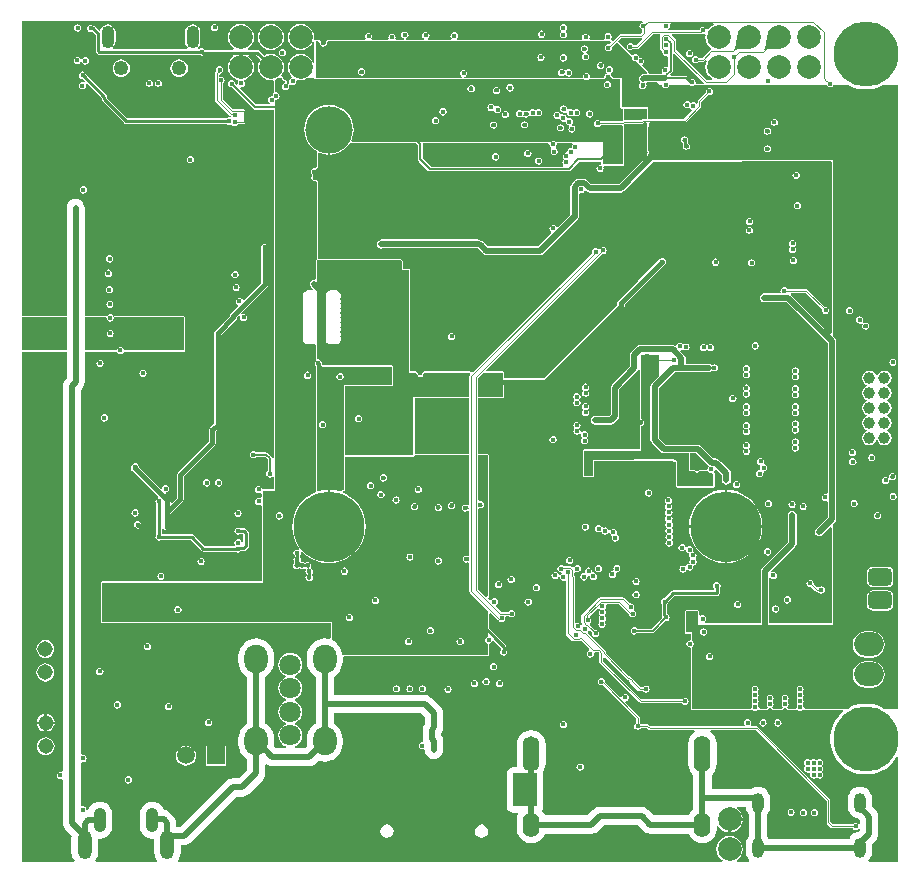
<source format=gbr>
%FSTAX23Y23*%
%MOIN*%
%SFA1B1*%

%IPPOS*%
%AMD100*
4,1,8,-0.039400,0.014800,-0.039400,-0.014800,-0.024600,-0.029500,0.024600,-0.029500,0.039400,-0.014800,0.039400,0.014800,0.024600,0.029500,-0.024600,0.029500,-0.039400,0.014800,0.0*
1,1,0.029528,-0.024600,0.014800*
1,1,0.029528,-0.024600,-0.014800*
1,1,0.029528,0.024600,-0.014800*
1,1,0.029528,0.024600,0.014800*
%
%ADD10C,0.010000*%
%ADD12C,0.004000*%
%ADD68C,0.008000*%
%ADD69C,0.005000*%
%ADD71C,0.015000*%
%ADD72C,0.020000*%
%ADD73C,0.006000*%
%ADD82O,0.047244X0.094488*%
%ADD83O,0.041339X0.082677*%
%ADD84C,0.059055*%
%ADD85R,0.059055X0.059055*%
%ADD87C,0.051496*%
%ADD88O,0.078740X0.094488*%
%ADD89C,0.078740*%
%ADD90O,0.039370X0.066929*%
%ADD91C,0.236220*%
%ADD92C,0.216535*%
%ADD93O,0.043307X0.074803*%
%ADD94C,0.049212*%
%ADD95C,0.039370*%
%ADD96O,0.055118X0.118110*%
%ADD97O,0.055118X0.122047*%
%ADD98O,0.055118X0.082677*%
%ADD99C,0.070866*%
G04~CAMADD=100~8~0.0~0.0~590.6~787.4~147.6~0.0~15~0.0~0.0~0.0~0.0~0~0.0~0.0~0.0~0.0~0~0.0~0.0~0.0~90.0~788.0~591.0*
%ADD100D100*%
%ADD101O,0.098425X0.078740*%
%ADD102C,0.015748*%
%ADD103C,0.019685*%
%ADD104C,0.157480*%
%LNx98_carrier_v1r2_12082022_copper_signal_2-1*%
%LPD*%
G36*
X02321Y02805D02*
X02315Y02802D01*
X02306Y02795*
X02301Y0279*
X02296Y02791*
X02296Y02792*
X02293Y02796*
X02289Y02798*
X02285Y02799*
X0228Y02798*
X02276Y02796*
X02274Y02792*
X02273Y02788*
X02172*
X0217Y02793*
X02172Y02794*
X02174Y02798*
X02175Y02802*
X02175Y02805*
X02178Y0281*
X0232*
X02321Y02805*
G37*
G36*
X02085Y02814D02*
X02084Y02813D01*
X02081Y02812*
X02077Y0281*
X02074Y02806*
X02073Y02801*
X02074Y02797*
X02077Y02793*
X02081Y0279*
X02082Y0279*
Y0278*
X02077Y02775*
X0201*
X02005Y02773*
X01984Y02752*
X0198Y02754*
X01979Y02758*
X01979Y0276*
X01979Y0276*
X0198Y02761*
X01981Y02766*
X0198Y02771*
X01977Y02774*
X01973Y02777*
X01969Y02778*
X01964Y02777*
X0196Y02774*
X01958Y02771*
X01957Y02766*
X01958Y02761*
X01958Y0276*
X01956Y02755*
X01908*
X01906Y0276*
X01906Y0276*
X01907Y02765*
X01906Y0277*
X01903Y02773*
X01899Y02776*
X01894Y02777*
X0189Y02776*
X01886Y02773*
X01883Y0277*
X01882Y02765*
X01883Y0276*
X01883Y0276*
X01881Y02755*
X01855*
X01466*
X01465Y02759*
X01464Y0276*
X01467Y02764*
X01468Y02769*
X01467Y02773*
X01464Y02777*
X0146Y0278*
X01456Y02781*
X01451Y0278*
X01447Y02777*
X01444Y02773*
X01443Y02769*
X01444Y02764*
X01447Y0276*
X01446Y02759*
X01445Y02755*
X01369*
X01367Y0276*
X0137Y02762*
X01373Y02766*
X01374Y02771*
X01373Y02775*
X0137Y02779*
X01366Y02782*
X01362Y02783*
X01357Y02782*
X01353Y02779*
X0135Y02775*
X01349Y02771*
X0135Y02766*
X01353Y02762*
X01356Y0276*
X01354Y02755*
X01296*
X01296Y0276*
X01296Y0276*
X013Y02763*
X01303Y02767*
X01304Y02772*
X01303Y02776*
X013Y0278*
X01296Y02783*
X01292Y02784*
X01287Y02783*
X01283Y0278*
X0128Y02776*
X01279Y02772*
X0128Y02767*
X01283Y02763*
X01287Y0276*
X01287Y0276*
X01287Y02755*
X01263*
X0126Y0276*
X01261Y02764*
X0126Y02768*
X01257Y02772*
X01253Y02775*
X01249Y02776*
X01244Y02775*
X0124Y02772*
X01237Y02768*
X01236Y02764*
X01237Y0276*
X01234Y02755*
X01182*
X01182Y02756*
X0118Y0276*
X01182Y02763*
X01183Y02768*
X01182Y02772*
X01179Y02776*
X01175Y02779*
X01171Y0278*
X01166Y02779*
X01162Y02776*
X01159Y02772*
X01158Y02768*
X01159Y02763*
X01161Y0276*
X01159Y02756*
X01159Y02755*
X01036*
X01035Y02755*
X01035Y02755*
X01034Y02755*
X01032Y02754*
X01032Y02754*
X01032Y02754*
X01028Y02749*
X01028Y02748*
X01028Y02748*
X01028Y02747*
X01027Y02745*
X01027Y02745*
X01027Y02742*
X01025Y0274*
X01022Y02738*
X0102Y02738*
X01017Y02738*
X01014Y0274*
X01012Y02742*
X01012Y02745*
X01012Y02745*
X01011Y02747*
X01011Y02748*
X01011Y02748*
X01011Y02749*
X01007Y02754*
X01007Y02754*
X01007Y02754*
X01005Y02755*
X01004Y02755*
X01004Y02755*
X01003Y02755*
X00995*
X00992Y02754*
X00987Y02756*
X00988Y02764*
X00987Y02776*
X00982Y02786*
X00975Y02795*
X00966Y02802*
X00956Y02807*
X00944Y02808*
X00933Y02807*
X00923Y02802*
X00913Y02795*
X00907Y02786*
X00902Y02776*
X00901Y02764*
X00902Y02753*
X00907Y02743*
X00913Y02734*
X00923Y02727*
X00933Y02722*
X00944Y02721*
X00956Y02722*
X00966Y02727*
X00975Y02734*
X00982Y02743*
X00985Y0275*
X0099Y02749*
Y0268*
X00985Y02679*
X00982Y02686*
X00975Y02695*
X00966Y02702*
X00956Y02707*
X00944Y02708*
X00933Y02707*
X00923Y02702*
X00913Y02695*
X00907Y02686*
X00902Y02676*
X00901Y02664*
X00902Y02653*
X00907Y02643*
X00913Y02634*
X00914Y02633*
X00912Y02628*
X00912Y02628*
X00908Y02625*
X00905Y02621*
X00904Y02617*
X00905Y02613*
X00904Y02611*
X00901Y02609*
X00899Y02611*
X00897Y02611*
X00897Y02612*
Y02617*
X00896Y02618*
X00896Y02619*
X00896Y02619*
X00896Y0262*
X00894Y0262*
X00893Y02621*
X00891Y02621*
X00889Y02623*
X00887Y02626*
X00886Y02629*
X00886Y0263*
X00885Y02631*
X00885Y02631*
X00885Y02632*
X00883Y02632*
X00882Y02632*
X00881*
X00878Y02637*
X00882Y02643*
X00887Y02653*
X00888Y02664*
X00887Y02676*
X00882Y02686*
X00875Y02695*
X00866Y02702*
X00856Y02707*
X00844Y02708*
X00833Y02707*
X00823Y02702*
X00805Y0272*
X00802Y02722*
X00798Y02723*
X00769*
X00768Y02728*
X00775Y02734*
X00782Y02743*
X00787Y02753*
X00788Y02764*
X00787Y02776*
X00782Y02786*
X00775Y02795*
X00766Y02802*
X00756Y02807*
X00744Y02808*
X00733Y02807*
X00723Y02802*
X00713Y02795*
X00707Y02786*
X00702Y02776*
X00701Y02764*
X00702Y02753*
X00707Y02743*
X00713Y02734*
X00721Y02728*
X00719Y02723*
X00623*
X00622Y02724*
X00618Y02727*
X00614Y02727*
X00609Y02727*
X00607Y02725*
X00603Y02726*
X00602Y02731*
X00602Y02731*
X00607Y02737*
X00609Y02743*
X0061Y0275*
Y02781*
X00609Y02788*
X00607Y02794*
X00602Y02799*
X00597Y02803*
X00591Y02806*
X00584Y02807*
X00577Y02806*
X00571Y02803*
X00566Y02799*
X00562Y02794*
X00559Y02788*
X00558Y02781*
Y0275*
X00559Y02743*
X00562Y02737*
X00566Y02731*
X00568Y0273*
X00566Y02725*
X00319*
X00317Y0273*
X00319Y02731*
X00323Y02737*
X00326Y02743*
X00327Y0275*
Y02781*
X00326Y02788*
X00323Y02794*
X00319Y02799*
X00314Y02803*
X00307Y02806*
X00301Y02807*
X00294Y02806*
X00288Y02803*
X00282Y02799*
X00278Y02794*
X00276Y02789*
X00271Y02786*
X00258Y028*
X00255Y02802*
X00253Y02802*
X00253Y02803*
X00249Y02806*
X00244Y02806*
X00239Y02806*
X00235Y02803*
X00233Y02799*
X00232Y02794*
X00233Y0279*
X00235Y02786*
X00239Y02783*
X00244Y02782*
X00248Y02783*
X00261Y02771*
Y02717*
X00262Y02714*
X00264Y02711*
X00266Y02709*
X00269Y02707*
X00272Y02706*
X00606*
X00609Y02704*
X00614Y02703*
X00618Y02704*
X00619Y02704*
X00717*
X00719Y02699*
X00713Y02695*
X00707Y02686*
X00702Y02676*
X00701Y02664*
X00702Y02653*
X00707Y02643*
X00713Y02634*
X00723Y02627*
X00733Y02622*
X00734Y02622*
X00735Y02622*
X00736Y02617*
X00735Y02614*
X00734Y0261*
X00734Y02608*
X0073Y02605*
X00727Y02608*
X00727Y02609*
X00726Y02613*
X00723Y02617*
X00719Y0262*
X00715Y02621*
X0071Y0262*
X00706Y02617*
X00703Y02613*
X00702Y02609*
X00703Y02604*
X00706Y026*
X0071Y02598*
X00715Y02597*
X00715Y02597*
X00786Y02526*
X00789Y02524*
X00792Y02523*
X00854*
Y01363*
X00849Y01362*
X00848Y01364*
X00847Y01366*
X00835Y01378*
X00833Y01379*
X0083Y0138*
X00796*
X00795Y01381*
X00791Y01384*
X00786Y01385*
X00782Y01384*
X00778Y01381*
X00775Y01377*
X00774Y01373*
X00775Y01368*
X00778Y01364*
X00782Y01361*
X00786Y0136*
X00791Y01361*
X00795Y01364*
X00796Y01365*
X00827*
X00834Y01358*
Y01318*
X00833Y01317*
X0083Y01313*
X00829Y01308*
X0083Y01304*
X00833Y013*
X00837Y01297*
X00842Y01296*
X00846Y01297*
X00849Y01299*
X00853Y01297*
X00854Y01297*
Y01258*
X00818*
X00816Y01259*
X00815Y01261*
X00813Y01265*
X00809Y01268*
X00804Y01269*
X008Y01268*
X00796Y01265*
X00793Y01261*
X00792Y01257*
X00793Y01252*
X00796Y01248*
X008Y01245*
X00804Y01244*
X00809Y01245*
X00809Y01245*
X00814Y01243*
Y01231*
X00809Y01228*
X00809Y01228*
X00804Y01229*
X008Y01228*
X00796Y01226*
X00793Y01222*
X00792Y01217*
X00793Y01213*
X00796Y01209*
X008Y01206*
X00804Y01205*
X00809Y01206*
X00809Y01206*
X00814Y01203*
Y0095*
X0048*
X0048Y00955*
X00483Y00955*
X00487Y00958*
X00489Y00962*
X0049Y00967*
X00489Y00971*
X00487Y00975*
X00483Y00978*
X00478Y00979*
X00474Y00978*
X0047Y00975*
X00467Y00971*
X00466Y00967*
X00467Y00962*
X0047Y00958*
X00474Y00955*
X00477Y00955*
X00476Y0095*
X00283*
X0028Y00948*
X00279Y00945*
Y00817*
X00279Y00816*
X00279Y00816*
X00279*
X0028Y00815*
X0028Y00814*
X0028Y00813*
X00281Y00813*
X00282Y00812*
X00282Y00812*
X00283Y00812*
X00283Y00812*
X01044*
Y0076*
X0104Y00757*
X01036Y00759*
X01024Y0076*
X01013Y00759*
X01001Y00755*
X00991Y0075*
X00982Y00742*
X00975Y00733*
X00969Y00723*
X00966Y00712*
X00965Y007*
Y00685*
X00966Y00673*
X00969Y00662*
X00975Y00651*
X00982Y00642*
X00991Y00635*
X00994Y00633*
Y00541*
Y00476*
X00991Y00474*
X00982Y00467*
X00975Y00458*
X00969Y00448*
X00966Y00436*
X00965Y00425*
Y00409*
X00965Y00401*
X00959Y00395*
X00925*
X00924Y004*
X0093Y00402*
X00938Y00408*
X00945Y00417*
X00949Y00426*
X0095Y00437*
X00949Y00447*
X00945Y00456*
X00938Y00465*
X0093Y00471*
X00925Y00473*
Y00479*
X0093Y00481*
X00938Y00487*
X00945Y00495*
X00949Y00505*
X0095Y00515*
X00949Y00526*
X00945Y00535*
X00938Y00543*
X0093Y0055*
X00925Y00552*
Y00557*
X0093Y0056*
X00938Y00566*
X00945Y00574*
X00949Y00584*
X0095Y00594*
X00949Y00604*
X00945Y00614*
X00938Y00622*
X0093Y00628*
X00925Y00631*
Y00636*
X0093Y00638*
X00938Y00645*
X00945Y00653*
X00949Y00662*
X0095Y00673*
X00949Y00683*
X00945Y00693*
X00938Y00701*
X0093Y00707*
X0092Y00711*
X0091Y00713*
X009Y00711*
X0089Y00707*
X00882Y00701*
X00876Y00693*
X00872Y00683*
X0087Y00673*
X00872Y00662*
X00876Y00653*
X00882Y00645*
X0089Y00638*
X00896Y00636*
Y00631*
X0089Y00628*
X00882Y00622*
X00876Y00614*
X00872Y00604*
X0087Y00594*
X00872Y00584*
X00876Y00574*
X00882Y00566*
X0089Y0056*
X00896Y00557*
Y00552*
X0089Y0055*
X00882Y00543*
X00876Y00535*
X00872Y00526*
X0087Y00515*
X00872Y00505*
X00876Y00495*
X00882Y00487*
X0089Y00481*
X00896Y00479*
Y00473*
X0089Y00471*
X00882Y00465*
X00876Y00456*
X00872Y00447*
X0087Y00437*
X00872Y00426*
X00876Y00417*
X00882Y00408*
X0089Y00402*
X00896Y004*
X00895Y00395*
X00862*
X00855Y00402*
X00856Y00409*
Y00425*
X00854Y00436*
X00851Y00448*
X00846Y00458*
X00838Y00467*
X00829Y00474*
X00826Y00476*
Y00633*
X00829Y00635*
X00838Y00642*
X00846Y00651*
X00851Y00662*
X00854Y00673*
X00856Y00685*
Y007*
X00854Y00712*
X00851Y00723*
X00846Y00733*
X00838Y00742*
X00829Y0075*
X00819Y00755*
X00808Y00759*
X00796Y0076*
X00784Y00759*
X00773Y00755*
X00763Y0075*
X00754Y00742*
X00746Y00733*
X00741Y00723*
X00737Y00712*
X00736Y007*
Y00685*
X00737Y00673*
X00741Y00662*
X00746Y00651*
X00754Y00642*
X00763Y00635*
X00766Y00633*
Y00476*
X00763Y00474*
X00754Y00467*
X00746Y00458*
X00741Y00448*
X00737Y00436*
X00736Y00425*
Y00409*
X00737Y00397*
X00741Y00386*
X00746Y00376*
X00754Y00367*
X00763Y00359*
X00766Y00358*
Y00323*
X00737Y00294*
X00717*
X00717*
X00709Y00293*
X00702Y0029*
X00696Y00285*
X00541Y0013*
X0053*
Y00145*
X00529Y00153*
X00526Y0016*
X00521Y00166*
X00509Y00179*
X00502Y00184*
X00495Y00187*
X00489Y00188*
X00485Y00195*
X00479Y00204*
X0047Y0021*
X0046Y00214*
X0045Y00216*
X00439Y00214*
X00429Y0021*
X00421Y00204*
X00414Y00195*
X0041Y00185*
X00409Y00175*
Y00134*
X0041Y00123*
X00414Y00113*
X00421Y00105*
X00429Y00098*
X00439Y00094*
X0045Y00092*
X00452Y00093*
X00456Y0009*
Y00048*
X00458Y00036*
X00462Y00026*
X00466Y0002*
X00464Y00015*
X00261*
X00258Y0002*
X00263Y00026*
X00267Y00036*
X00268Y00048*
Y0009*
X00272Y00093*
X00275Y00092*
X00285Y00094*
X00295Y00098*
X00304Y00105*
X0031Y00113*
X00314Y00123*
X00316Y00134*
Y00175*
X00314Y00185*
X0031Y00195*
X00304Y00204*
X00295Y0021*
X00285Y00214*
X00275Y00216*
X00264Y00214*
X00254Y0021*
X00246Y00204*
X00239Y00195*
X00236Y00188*
X00234Y00188*
X00231Y00189*
X0023Y00193*
X00228Y00197*
X00224Y00199*
X00219Y002*
X00217Y002*
X00212Y00203*
Y00346*
X00217Y00349*
X00219Y00348*
X00224Y00349*
X00228Y00352*
X0023Y00356*
X00231Y00361*
X0023Y00365*
X00228Y00369*
X00224Y00372*
X00219Y00373*
X00217Y00372*
X00212Y00375*
Y01588*
X00216Y01592*
X0022Y01598*
X00223Y01606*
X00225Y01614*
Y01715*
X00331*
X00331Y01715*
X00332Y01715*
X00335Y01711*
X00339Y01708*
X00343Y01707*
X00348Y01708*
X00352Y01711*
X00354Y01715*
X00355Y01715*
X00355Y01715*
X00555*
X00558Y01716*
X0056Y0172*
Y0183*
X00558Y01833*
X00555Y01834*
X00322*
X00322Y01834*
X00322Y01834*
X0032Y01833*
X00318Y01837*
X00314Y0184*
X00309Y01841*
X00305Y0184*
X00301Y01837*
X00298Y01833*
X00297Y01834*
X00297Y01834*
X00296Y01834*
X00225*
Y02196*
X00223Y02203*
X0022Y02211*
X00216Y02217*
X00209Y02222*
X00202Y02225*
X00194Y02226*
X00186Y02225*
X00179Y02222*
X00173Y02217*
X00168Y02211*
X00165Y02203*
X00164Y02196*
Y01834*
X00015*
Y02819*
X02083*
X02085Y02814*
G37*
G36*
X02143Y0277D02*
X02142Y02769D01*
X02141Y02765*
Y02729*
X02142Y02725*
X02151Y02716*
X0215Y02714*
X02151Y02709*
X02154Y02705*
X02158Y02703*
X02163Y02702*
X02165Y02702*
X0217Y02699*
Y02667*
X02165Y02665*
X02164Y02665*
X0216Y02666*
X02155Y02665*
X02151Y02663*
X02148Y02659*
X02147Y02654*
X02148Y0265*
X0215Y02648*
X02147Y02643*
X02105*
X02103Y02647*
X02102Y02648*
Y02649*
X02102Y02649*
X02101Y0265*
X02083Y02669*
X02084Y02674*
X02086Y02676*
X02089Y0268*
X0209Y02684*
X02089Y02689*
X02086Y02693*
X02082Y02696*
X02078Y02696*
X02077Y02696*
X02073Y02696*
X02072Y027*
X02072Y02701*
X02069Y02705*
X02065Y02707*
X02061Y02708*
X02056Y02707*
X02052Y02705*
X02048Y02704*
X02001Y02751*
X02012Y02762*
X02079*
X02081Y02762*
X02083Y02758*
X02062Y02737*
X02055*
X02055Y02738*
X02052Y02742*
X02048Y02744*
X02043Y02745*
X02039Y02744*
X02035Y02742*
X02032Y02738*
X02031Y02733*
X02032Y02728*
X02035Y02724*
X02039Y02722*
X02043Y02721*
X02048Y02722*
X0205Y02724*
X02065*
X02069Y02725*
X02119Y02775*
X02141*
X02143Y0277*
G37*
G36*
X01978Y02746D02*
X01972Y0274D01*
X0197Y02741*
X01965Y0274*
X01961Y02737*
X01959Y02733*
X01958Y02729*
X01959Y02724*
X01961Y0272*
X01965Y02718*
X0197Y02717*
X01975Y02718*
X01979Y0272*
X01981Y02724*
X01982Y02729*
X01982Y02731*
X01998Y02748*
X02049Y02697*
X02048Y02696*
X02049Y02691*
X02052Y02687*
X02056Y02685*
X02061Y02684*
X02062Y02684*
X02068Y02677*
X02069Y02676*
X02071Y02675*
X02098Y02647*
X02097Y02643*
X02089*
X02083Y02641*
X02079Y02638*
X02076Y02635*
X02073Y02631*
X02072Y02625*
X02073Y0262*
X02076Y02615*
X02075Y0261*
X02073Y02608*
X02072Y02604*
X02073Y02599*
X02076Y02595*
X0208Y02592*
X02085Y02591*
X02089Y02592*
X02093Y02595*
X02096Y02599*
X02097Y02604*
X02096Y02608*
X02095Y02609*
X02095Y02609*
X02098Y02614*
X02132*
X02142Y02604*
X02149*
X02149Y02602*
X02152Y02598*
X02156Y02595*
X02161Y02594*
X02165Y02595*
X02169Y02598*
X02172Y02602*
X02172Y02604*
X02242*
X02245Y02603*
X02249Y02602*
X02254Y02603*
X02256Y02604*
X02698*
X027Y02601*
X02704Y02598*
X02709Y02597*
X02714Y02598*
X02718Y02601*
X0272Y02604*
X02772*
X02776Y02602*
X0279Y02596*
X02805Y02592*
X0282Y0259*
X02836*
X02851Y02592*
X02866Y02596*
X0288Y02602*
X02884Y02604*
X02936*
Y00526*
X02889*
X0288Y00531*
X02866Y00537*
X02851Y00541*
X02836Y00543*
X0282*
X02805Y00541*
X0279Y00537*
X02776Y00531*
X02767Y00526*
X02624*
X02621Y0053*
X02621Y0053*
X0262Y00535*
X02617Y00539*
Y00542*
X0262Y00546*
X02621Y0055*
X0262Y00555*
X02617Y00559*
Y00562*
X0262Y00566*
X02621Y0057*
X0262Y00575*
X02617Y00579*
Y00582*
X0262Y00586*
X02621Y0059*
X0262Y00595*
X02617Y00599*
X02613Y00602*
X02609Y00602*
X02604Y00602*
X026Y00599*
X02598Y00595*
X02597Y0059*
X02598Y00586*
X026Y00582*
Y00579*
X02598Y00575*
X02597Y0057*
X02598Y00566*
X026Y00562*
Y00559*
X02598Y00555*
X02597Y0055*
X02598Y00546*
X026Y00542*
Y00539*
X02598Y00535*
X02597Y0053*
X02597Y0053*
X02594Y00526*
X02568*
X02566Y00531*
X02567Y00532*
X0257Y00536*
X02571Y0054*
X0257Y00545*
X02567Y00549*
Y00552*
X0257Y00556*
X02571Y0056*
X0257Y00565*
X02567Y00569*
X02563Y00572*
X02559Y00572*
X02554Y00572*
X0255Y00569*
X02548Y00565*
X02547Y0056*
X02548Y00556*
X0255Y00552*
Y00549*
X02548Y00545*
X02547Y0054*
X02548Y00536*
X0255Y00532*
X02551Y00531*
X0255Y00526*
X02518*
X02516Y00531*
X02517Y00532*
X0252Y00536*
X02521Y0054*
X0252Y00545*
X02517Y00549*
Y00552*
X0252Y00556*
X02521Y0056*
X0252Y00565*
X02517Y00569*
X02513Y00572*
X02509Y00572*
X02504Y00572*
X025Y00569*
X02498Y00565*
X02497Y0056*
X02498Y00556*
X025Y00552*
Y00549*
X02498Y00545*
X02497Y0054*
X02498Y00536*
X025Y00532*
X02501Y00531*
X025Y00526*
X02474*
X02471Y0053*
X02471Y0053*
X0247Y00535*
X02467Y00539*
Y00542*
X0247Y00546*
X02471Y0055*
X0247Y00555*
X02467Y00559*
Y00562*
X0247Y00566*
X02471Y0057*
X0247Y00575*
X02467Y00579*
Y00582*
X0247Y00586*
X02471Y0059*
X0247Y00595*
X02467Y00599*
X02463Y00602*
X02459Y00602*
X02454Y00602*
X0245Y00599*
X02448Y00595*
X02447Y0059*
X02448Y00586*
X0245Y00582*
Y00579*
X02448Y00575*
X02447Y0057*
X02448Y00566*
X0245Y00562*
Y00559*
X02448Y00555*
X02447Y0055*
X02448Y00546*
X0245Y00542*
Y00539*
X02448Y00535*
X02447Y0053*
X02447Y0053*
X02444Y00526*
X02248*
Y00732*
X02251Y00734*
X02253Y00738*
X02254Y00742*
X02253Y00747*
X02251Y00751*
X02248Y00753*
Y0078*
X02229*
Y0085*
X02269*
Y00806*
X02718*
Y01139*
X02725Y01147*
X02725Y01147*
X02728Y01151*
X0273Y01157*
Y01749*
Y0175*
X02728Y01755*
X02725Y0176*
X02718Y01767*
Y01991*
X02719Y01995*
X02718Y01999*
Y02356*
X02106Y02354*
X02103Y02357*
Y02374*
X02104Y02376*
X02105Y0238*
X02104Y02385*
X02103Y02387*
Y02465*
X02104Y02467*
X02105Y02471*
X02104Y02475*
X02106Y02479*
X02107Y0248*
X02224*
X02228Y02482*
X02278Y02531*
X0228Y02536*
Y02548*
X02304Y02572*
X02306Y02571*
X02311Y02572*
X02315Y02575*
X02317Y02579*
X02318Y02584*
X02317Y02588*
X02315Y02592*
X02311Y02595*
X02306Y02596*
X02302Y02595*
X02298Y02592*
X02295Y02588*
X02294Y02584*
X02295Y02581*
X02269Y02555*
X02267Y02551*
Y02544*
X02262Y02542*
X02261Y02544*
X02257Y02547*
X02252Y02548*
X02247Y02547*
X02244Y02544*
X02241Y02548*
X02237Y02551*
X02233Y02551*
X02228Y02551*
X02224Y02548*
X02221Y02544*
X0222Y02539*
X02221Y02535*
X02224Y02531*
X02228Y02528*
X02233Y02527*
X02237Y02528*
X02241Y02531*
X02243Y02527*
X02246Y02525*
X02248Y0252*
X02221Y02493*
X02103*
Y02531*
X02015*
Y02628*
X01987*
X0198Y02634*
X0198Y02638*
X01978Y0264*
X01978Y02643*
X0198Y02646*
X01982Y02647*
X01985Y02651*
X01985Y02656*
X01985Y02661*
X01982Y02665*
X01978Y02667*
X01973Y02668*
X01969Y02667*
X01965Y02665*
X01962Y02661*
X01961Y02656*
X01962Y02651*
X01963Y02649*
X01964Y02646*
X01962Y02643*
X0196Y02642*
X01957Y02638*
X01956Y02633*
X01956Y02633*
X01952Y02628*
X01912*
X01912Y02628*
X01908Y02633*
X01908Y02633*
X01908Y02635*
X01907Y02639*
X01905Y02643*
X01901Y02646*
X01896Y02647*
X01892Y02646*
X01888Y02643*
X01885Y02639*
X01884Y02635*
X01884Y02633*
X01881Y02628*
X0149Y02628*
X0149Y02633*
X01491Y02633*
X01495Y02636*
X01498Y0264*
X01499Y02645*
X01498Y02649*
X01495Y02653*
X01491Y02656*
X01487Y02657*
X01482Y02656*
X01478Y02653*
X01475Y02649*
X01474Y02645*
X01475Y0264*
X01478Y02636*
X01482Y02633*
X01483Y02633*
X01483Y02628*
X00995*
Y02751*
X01003*
X01008Y02746*
X01007Y02745*
X01008Y02741*
X01011Y02737*
X01015Y02734*
X0102Y02733*
X01024Y02734*
X01028Y02737*
X01031Y02741*
X01032Y02745*
X01031Y02746*
X01036Y02751*
X01855*
X01976*
X01978Y02746*
G37*
G36*
X02534Y02725D02*
X02527Y02726D01*
X0251Y02726*
X02506Y02725*
X02502Y02725*
X02499Y02724*
X02496Y02723*
X02493Y02722*
X02492Y0272*
X02489Y02723*
X0249Y02725*
X02491Y02727*
X02492Y0273*
X02493Y02733*
X02494Y02737*
X02496Y02747*
X02497Y02759*
X02497Y02767*
X02534Y02725*
G37*
G36*
X02434D02*
X02427Y02726D01*
X0241Y02726*
X02406Y02725*
X02402Y02725*
X02399Y02724*
X02396Y02723*
X02393Y02722*
X02392Y0272*
X02389Y02723*
X0239Y02725*
X02391Y02727*
X02392Y0273*
X02393Y02733*
X02394Y02737*
X02396Y02747*
X02397Y02759*
X02397Y02767*
X02434Y02725*
G37*
G36*
X0228Y02776D02*
X02285Y02775D01*
X02289Y02776*
X02294Y02773*
X02293Y02764*
X02294Y02753*
X02299Y02743*
X02306Y02734*
X02313Y02728*
X02313Y02727*
X02312Y02723*
X02308Y02721*
X02282Y02695*
X0227*
X02269Y02697*
X02265Y027*
X02261Y02701*
X02256Y027*
X02252Y02697*
X02249Y02694*
X02248Y02689*
X02249Y02684*
X02252Y0268*
X02256Y02678*
X02261Y02677*
X02265Y02678*
X02269Y0268*
X0227Y02682*
X02285*
X0229Y02684*
X02295Y02689*
X02299Y02686*
X02294Y02676*
X02293Y02664*
X02294Y02653*
X02299Y02643*
X02306Y02634*
X02315Y02627*
X02316Y02626*
X02315Y02621*
X02297*
X02196Y02722*
Y02752*
X02194Y02756*
X02181Y0277*
X02183Y02775*
X02277*
X0228Y02776*
X0228Y02776*
G37*
G36*
X01984Y02625D02*
X01987Y02624D01*
X0201*
Y02531*
X02012Y02528*
X02015Y02526*
X02018*
Y02489*
X02014Y02485*
X01944*
X01943Y02486*
X01939Y02489*
X01934Y0249*
X0193Y02489*
X01926Y02486*
X01923Y02482*
X01922Y02478*
X01923Y02473*
X01926Y02469*
X0193Y02466*
X01934Y02465*
X01939Y02466*
X01943Y02469*
X01945Y02472*
X02014*
X02017Y02468*
X02017Y02468*
X02018Y02463*
X02018Y02463*
Y0234*
X01953*
Y02415*
X01794*
X01794Y02415*
X0179Y02418*
X01785Y02419*
X01781Y02418*
X01777Y02415*
X01777Y02415*
X01115Y02415*
X01112Y0242*
X01115Y02424*
X0112Y0244*
X01121Y02456*
X0112Y02472*
X01115Y02488*
X01107Y02502*
X01097Y02515*
X01084Y02525*
X0107Y02533*
X01054Y02538*
X01038Y02539*
X01022Y02538*
X01006Y02533*
X00992Y02525*
X00979Y02515*
X00969Y02502*
X00961Y02488*
X00957Y02472*
X00955Y02456*
X00957Y0244*
X00961Y02424*
X00969Y0241*
X00979Y02397*
X00992Y02387*
X00998Y02384*
Y0233*
X00993Y02328*
X0099Y02328*
X00985Y02327*
X00981Y02325*
X00978Y02321*
X00977Y02316*
X00978Y02312*
X00981Y02308*
X00981Y02301*
X00981Y02301*
X0098Y02296*
X00981Y02292*
X00983Y02288*
X00987Y02285*
X00992Y02284*
X00993Y02284*
X00998Y0228*
Y02024*
X00995Y02023*
X00994Y0202*
Y0196*
X00989Y01956*
X00988Y01957*
X00982Y01955*
X00978Y01952*
X00975Y01948*
X00974Y01942*
X00975Y01937*
X00978Y01932*
X00985Y01925*
X00983Y0192*
X00968*
X00962Y01919*
X00957Y01916*
X00953Y01911*
X00952Y01905*
Y01897*
X00953Y01893*
X00952Y01889*
Y01881*
X00953Y01877*
X00952Y01873*
Y01865*
X00953Y01862*
X00952Y01858*
Y0185*
X00953Y01846*
X00952Y01842*
Y01834*
X00953Y0183*
X00952Y01826*
Y01818*
X00953Y01814*
X00952Y0181*
Y01802*
X00953Y01799*
X00952Y01795*
Y01787*
X00953Y01783*
X00952Y01779*
Y01771*
X00953Y01767*
X00952Y01763*
Y01755*
X00953Y01749*
X00957Y01744*
X00962Y01741*
X00968Y0174*
X00985*
X00989Y01741*
X00994Y01737*
Y01694*
X00994Y01693*
X00994Y01693*
X00994Y01692*
X00995Y01691*
X00995Y01686*
X00992Y01682*
X00991Y01678*
X00992Y01673*
X00995Y01669*
X00995Y01669*
X00994Y01666*
Y01256*
X00995Y01253*
X00995Y01253*
Y01248*
X00982Y01242*
X00966Y01232*
X00951Y0122*
X00939Y01205*
X00929Y01189*
X00922Y01171*
X00917Y01152*
X00916Y01133*
X00917Y01114*
X00922Y01095*
X00929Y01078*
X00939Y01061*
X0094Y0106*
X00938Y01058*
X00937Y01056*
X00933Y01057*
X00928Y01056*
X00924Y01054*
X00921Y0105*
X0092Y01045*
X00921Y0104*
X00924Y01036*
Y01032*
X00924Y01032*
X00921Y01029*
X0092Y01024*
X00921Y01019*
X00922Y01018*
X00922Y01012*
X00919Y01009*
X00919Y01004*
X00919Y00999*
X00922Y00995*
X00926Y00993*
X00931Y00992*
X00935Y00993*
X00939Y00995*
X0094*
X00944Y00993*
X00948Y00992*
X00953Y00993*
X00954Y00993*
X00958Y00995*
X00962Y00993*
X00963Y00993*
X00961Y00989*
X0096Y00984*
X00961Y00979*
X00964Y00975*
Y00972*
X00961Y00969*
X0096Y00964*
X00961Y00959*
X00964Y00955*
X00968Y00953*
X00972Y00952*
X00977Y00953*
X00981Y00955*
X00984Y00959*
X00985Y00964*
X00984Y00969*
X00981Y00972*
Y00975*
X00984Y00979*
X00985Y00984*
X00984Y00989*
X00981Y00992*
X00977Y00995*
X00979Y00999*
X0098Y01004*
X00979Y01009*
X00976Y01012*
X00972Y01015*
X00967Y01016*
X00963Y01015*
X00962Y01014*
X00958Y01013*
X00954Y01014*
X00953Y01015*
X00948Y01016*
X00947Y01016*
X00946Y01017*
X00944Y0102*
X00945Y01024*
X00944Y01029*
X00941Y01032*
Y01036*
X00941Y01036*
X00944Y0104*
X00945Y01045*
X00944Y01047*
X00949Y0105*
X00951Y01047*
X00966Y01034*
X00982Y01024*
X01Y01017*
X01019Y01012*
X01038Y01011*
X01057Y01012*
X01076Y01017*
X01094Y01024*
X0111Y01034*
X01125Y01047*
X01137Y01061*
X01147Y01078*
X01155Y01095*
X01159Y01114*
X01161Y01133*
X01159Y01152*
X01155Y01171*
X01147Y01189*
X01137Y01205*
X01125Y0122*
X0111Y01232*
X01094Y01242*
X01083Y01247*
X01084Y01252*
X01088*
X01091Y01253*
X01092Y01256*
Y01366*
X0132*
X01323Y01367*
X01324Y0137*
Y0137*
X01506*
Y01206*
X01504Y01205*
X01501Y01204*
X01498Y01206*
X01493Y01207*
X01488Y01206*
X01484Y01204*
X01482Y012*
X01481Y01195*
X01482Y0119*
X01484Y01187*
X01488Y01184*
X01493Y01183*
X01498Y01184*
X01501Y01186*
X01504Y01185*
X01506Y01184*
Y01039*
X01501Y01036*
X01501Y01036*
X01496Y01037*
X01491Y01036*
X01487Y01034*
X01485Y0103*
X01484Y01025*
X01485Y0102*
X01487Y01016*
X01491Y01014*
X01496Y01013*
X01501Y01014*
X01501Y01014*
X01506Y01011*
Y00918*
X01508Y00913*
X01568Y00853*
Y00766*
X01566Y00766*
X01562Y00763*
X0156Y00759*
X01559Y00755*
X0156Y0075*
X01562Y00746*
X01566Y00744*
X01568Y00743*
Y00705*
X01083Y00705*
X01083Y00712*
X01079Y00723*
X01074Y00733*
X01066Y00742*
X01057Y0075*
X01049Y00755*
Y00816*
X00283*
X00283Y00817*
Y00945*
X00818*
Y01253*
X00858*
Y02551*
X00858Y02551*
X00859Y02555*
X00862Y02556*
X00862Y02556*
X00867Y02557*
X00871Y02559*
X00873Y02563*
X00874Y02568*
X00873Y02572*
X00871Y02576*
X00867Y02579*
X00862Y0258*
X00862Y0258*
X00858Y02583*
Y02623*
X00866Y02627*
X00868Y02628*
X00882*
X00883Y02624*
X00886Y0262*
X0089Y02617*
X00893Y02617*
Y02612*
X0089Y02611*
X00886Y02608*
X00883Y02605*
X00882Y026*
X00883Y02595*
X00886Y02591*
X0089Y02589*
X00894Y02588*
X00899Y02589*
X00903Y02591*
X00905Y02595*
X00906Y026*
X00905Y02604*
X00907Y02605*
X0091Y02607*
X00912Y02606*
X00917Y02605*
X00921Y02606*
X00925Y02608*
X00928Y02612*
X00929Y02617*
X00928Y02619*
X00933Y02622*
X00933Y02622*
X00944Y02621*
X00956Y02622*
X00966Y02627*
X00968Y02628*
X0099*
X00992Y02625*
X00995Y02624*
X01483*
X01486Y02625*
X01487*
X0149Y02624*
X01881*
X01881Y02624*
X01882Y02624*
X01883Y02624*
X01884Y02625*
X01889Y02625*
X01892Y02623*
X01896Y02623*
X01901Y02623*
X01904Y02626*
X01908Y02625*
X0191Y02624*
X0191Y02624*
X0191Y02624*
X01911Y02624*
X01911Y02624*
X01911Y02624*
X01912Y02624*
X01952*
X01953Y02624*
X01953Y02624*
X01954Y02624*
X01955Y02625*
X01955Y02625*
X01956Y02625*
X01958Y02628*
X01981*
X01984Y02625*
G37*
G36*
X02287Y02613D02*
X02285Y02608D01*
X02265*
X02261Y02613*
X02261Y02614*
X0226Y02618*
X02258Y02622*
X02254Y02625*
X02249Y02626*
X02245Y02625*
X02242Y02623*
X02233Y02633*
X02231Y02634*
X02228Y02635*
X022*
X02199Y02635*
X02177*
X02175Y0264*
X02182Y02647*
X02183Y02649*
X02184Y02651*
Y02709*
X02189Y02711*
X02287Y02613*
G37*
G36*
X00809Y0269D02*
X00807Y02686D01*
X00802Y02676*
X00801Y02664*
X00802Y02653*
X00807Y02643*
X00813Y02634*
X00823Y02627*
X00833Y02622*
X00844Y02621*
X0085Y02621*
X00854Y02618*
Y02583*
X00854Y02583*
X00854Y02583*
X00854Y02581*
X00855Y0258*
X00853Y02575*
X00851Y02572*
X0085Y02568*
X00847Y02567*
X00847Y02567*
X00842Y02566*
X00838Y02564*
X00836Y0256*
X00835Y02555*
X00836Y02551*
X00838Y02547*
X00841Y02545*
X00841Y02541*
X0084Y0254*
X00795*
X00741Y02593*
X00744Y02598*
X00746Y02598*
X00751Y02599*
X00755Y02601*
X00757Y02605*
X00758Y0261*
X00757Y02614*
X00755Y02617*
X00756Y02619*
X00756Y02621*
X00757Y02623*
X00766Y02627*
X00775Y02634*
X00782Y02643*
X00787Y02653*
X00788Y02664*
X00787Y02676*
X00782Y02686*
X00775Y02695*
X0077Y02699*
X00772Y02704*
X00795*
X00809Y0269*
G37*
G36*
X02086Y02611D02*
X02086Y02611D01*
X02087Y02611*
X02089Y0261*
X02091Y02608*
X02091Y02608*
X02092Y02607*
X02092Y02607*
X02092Y02604*
X02092Y02601*
X0209Y02598*
X02088Y02596*
X02085Y02596*
X02082Y02596*
X02079Y02598*
X02077Y02601*
X02077Y02604*
X02077Y02607*
X02078Y02608*
X02078Y02608*
X02078Y02608*
X02081Y02612*
X02086Y02611*
G37*
G36*
X02098Y02493D02*
X02086D01*
X02082Y02491*
X0208Y02489*
X02027*
X02023*
X02022Y02494*
Y02526*
X02098*
Y02493*
G37*
G36*
X01849Y02411D02*
X01851Y02406D01*
X01849Y02404*
X01848Y02399*
X01845Y02395*
X0184Y02394*
X01836Y02391*
X01834Y02387*
X01833Y02383*
X01832Y02382*
X0183Y0238*
X01828Y02379*
X01824Y02378*
X01821Y02375*
X01818Y02372*
X01817Y02367*
X01818Y02362*
X01821Y02358*
X01819Y02354*
X01817Y02351*
X01816Y02347*
X01817Y02342*
X0182Y02338*
X0182Y02338*
X01819Y02333*
X01378*
X01352Y0236*
X01352Y0236*
X01352Y0236*
X01351Y0236*
Y02408*
Y02409*
X01353Y02411*
X0177*
X01773Y02407*
X01773Y02407*
X01774Y02402*
X01777Y02398*
X01779Y02397*
X0178Y02393*
X01779Y02391*
X01778Y02388*
X01777Y02383*
X01778Y02379*
X0178Y02375*
X01784Y02372*
X01789Y02371*
X01793Y02372*
X01797Y02375*
X018Y02379*
X01801Y02383*
X018Y02388*
X01797Y02392*
X01795Y02393*
X01794Y02397*
X01794Y02399*
X01796Y02402*
X01797Y02407*
X01797Y02407*
X018Y02411*
X01849*
X01849Y02411*
G37*
G36*
X02099Y02476D02*
X021Y02475D01*
X021Y02474*
X021Y02471*
X021Y02468*
X02099Y02468*
X02099Y02466*
X02098Y02465*
Y02387*
X02099Y02386*
X02099Y02385*
X021Y02383*
X02101Y0238*
X021Y02377*
X02099Y02376*
X02099Y02375*
X02098Y02374*
Y02368*
X02005Y02274*
X01913*
X01898Y02288*
X01894Y02292*
X01888Y02293*
X01888*
X0187*
X01865Y02292*
X0186Y02288*
X0186*
X01847Y02276*
X01844Y02271*
X01843Y02266*
X01843Y02265*
X01843Y02264*
Y02173*
X01818Y02149*
X01801Y02132*
X01795Y02133*
X01794Y02135*
X0179Y02138*
X01785Y02139*
X01781Y02138*
X01777Y02135*
X01774Y02131*
X01773Y02127*
X01774Y02122*
X01777Y02118*
X01779Y02116*
X0178Y02111*
X01736Y02067*
X01568*
X01555Y0208*
X01555Y0208*
X01548Y02085*
X0154Y02089*
X01531Y0209*
Y0209*
X01215*
X0121Y02089*
X01205Y02086*
X01203Y02084*
X012Y02079*
X01199Y02074*
X012Y02068*
X01203Y02063*
X01208Y0206*
X01213Y02059*
X01219Y0206*
X0122Y02061*
X01531*
X01531Y02061*
X01535Y0206*
X01535Y0206*
X01552Y02042*
X01557Y02039*
X01562Y02038*
X01742*
X01742*
X01748Y02039*
X01752Y02042*
X01862Y02152*
X01863Y02152*
X01867Y02156*
X0187Y0216*
X01872Y02166*
Y02167*
X01872Y02168*
X01872Y02168*
Y02242*
X01877Y02245*
X01879Y02244*
X01884Y02245*
X01888Y02248*
X01889Y0225*
X01895Y02251*
X01897Y0225*
X01901Y02247*
X01907Y02246*
X02011*
X02011*
X02016Y02247*
X02021Y0225*
X0212Y02349*
X0271Y02352*
X02714Y02348*
Y01999*
X02714Y01998*
X02714Y01998*
X02714Y01995*
X02714Y01992*
X02714Y01991*
X02714Y01991*
Y01778*
X02709Y01776*
X02579Y01906*
X02577Y01907*
X02579Y01912*
X02627*
X02682Y01857*
X02682Y01854*
X02683Y0185*
X02685Y01846*
X02689Y01843*
X02694Y01842*
X02698Y01843*
X02702Y01846*
X02705Y0185*
X02706Y01854*
X02705Y01859*
X02702Y01863*
X02698Y01866*
X02694Y01866*
X02691Y01866*
X02634Y01923*
X0263Y01925*
X02565*
X02564Y01927*
X0256Y0193*
X02555Y01931*
X02551Y0193*
X02547Y01927*
X02544Y01923*
X02543Y01919*
X02544Y01915*
X02541Y0191*
X02489*
X02483Y01909*
X02479Y01906*
X02475Y01901*
X02474Y01896*
X02475Y0189*
X02479Y01886*
X02483Y01883*
X02489Y01881*
X02563*
X02701Y01744*
Y01244*
X02696Y01241*
X02693Y01242*
X02689Y01241*
X02685Y01238*
X02682Y01234*
X02681Y0123*
X02682Y01225*
X02685Y01221*
X02689Y01218*
X02693Y01217*
X02696Y01218*
X02701Y01215*
Y01163*
X02662Y01124*
X02659Y01119*
X02658Y01114*
X02659Y01108*
X02662Y01104*
X02667Y01101*
X02672Y011*
X02678Y01101*
X02683Y01104*
X02709Y0113*
X02714Y01128*
Y0081*
X02506*
Y00961*
X02511Y00963*
X02511Y00962*
X02515Y00959*
X02519Y00959*
X02524Y00959*
X02528Y00962*
X02531Y00966*
X02532Y00971*
X02531Y00975*
X02528Y00979*
X02524Y00982*
X02519Y00983*
X02516Y00982*
X02513Y00985*
X02513Y00986*
X02593Y01066*
X02596Y0107*
X02597Y01076*
Y01173*
X02596Y01178*
X02593Y01183*
X02588Y01186*
X02582Y01187*
X02577Y01186*
X02572Y01183*
X02569Y01178*
X02568Y01173*
Y01082*
X02481Y00995*
X02478Y0099*
X02477Y00985*
Y0081*
X02292*
X02291Y00815*
X02293Y00817*
X02295Y00821*
X02296Y00826*
X02295Y0083*
X02293Y00834*
X02289Y00837*
X02284Y00838*
X0228Y00837*
X02278Y00836*
X02273Y00838*
Y0085*
X02272Y00853*
X02269Y00855*
X02229*
X02226Y00853*
X02224Y0085*
Y0078*
X02226Y00777*
X02229Y00776*
X02244*
Y00756*
X02242Y00754*
X02237Y00753*
X02234Y00751*
X02231Y00747*
X0223Y00742*
X02231Y00738*
X02234Y00734*
X02237Y00731*
X02242Y0073*
X02244Y00729*
Y00526*
X02245Y00523*
X02248Y00522*
X02444*
X02444Y00522*
X02444Y00522*
X02445Y00522*
X02447Y00523*
X02451Y00521*
X02454Y00519*
X02459Y00518*
X02463Y00519*
X02466Y00521*
X02471Y00523*
X02472Y00522*
X02473Y00522*
X02474Y00522*
X02474Y00522*
X025*
X02501Y00522*
X02502Y00522*
X02502Y00523*
X02503Y00523*
X02503Y00524*
X02504Y00525*
X02505Y00529*
X02509Y00528*
X02512Y00529*
X02514Y00525*
X02514Y00524*
X02515Y00523*
X02515Y00523*
X02516Y00522*
X02517Y00522*
X02518Y00522*
X0255*
X02551Y00522*
X02552Y00522*
X02552Y00523*
X02553Y00523*
X02553Y00524*
X02554Y00525*
X02555Y00529*
X02559Y00528*
X02562Y00529*
X02564Y00525*
X02564Y00524*
X02565Y00523*
X02565Y00523*
X02566Y00522*
X02567Y00522*
X02568Y00522*
X02594*
X02594Y00522*
X02594Y00522*
X02595Y00522*
X02597Y00523*
X02601Y00521*
X02604Y00519*
X02609Y00518*
X02613Y00519*
X02616Y00521*
X02621Y00523*
X02622Y00522*
X02623Y00522*
X02624Y00522*
X02624Y00522*
X02753*
X02754Y00517*
X0275Y00514*
X02739Y00503*
X0273Y0049*
X02722Y00477*
X02716Y00463*
X02712Y00448*
X0271Y00432*
Y00417*
X02712Y00402*
X02716Y00387*
X02722Y00372*
X0273Y00359*
X02739Y00347*
X0275Y00336*
X02762Y00326*
X02776Y00319*
X0279Y00313*
X02805Y00309*
X0282Y00307*
X02836*
X02851Y00309*
X02866Y00313*
X0288Y00319*
X02894Y00326*
X02906Y00336*
X02917Y00347*
X02926Y00359*
X02931Y00368*
X02936Y00366*
Y00015*
X02838*
X02836Y0002*
X02837Y0002*
X02843Y00029*
X02847Y00038*
X02849Y00049*
Y00075*
X02861Y00087*
Y00087*
X02865Y00093*
X02868Y001*
X0287Y00108*
Y00108*
Y00166*
X02868Y00174*
X02865Y00182*
X02861Y00188*
X02849Y002*
Y00226*
X02847Y00236*
X02843Y00246*
X02837Y00254*
X02829Y00261*
X02819Y00265*
X02809Y00266*
X02798Y00265*
X02789Y00261*
X0278Y00254*
X02774Y00246*
X0277Y00236*
X02769Y00226*
Y00198*
X0277Y00188*
X02774Y00178*
X0278Y0017*
X02789Y00164*
X02798Y0016*
X02804Y00159*
X02809Y00154*
Y00142*
X02804Y0014*
X02803Y00142*
X02799Y00145*
X02794Y00146*
X0279Y00145*
X02786Y00142*
X02784Y0014*
X02719*
X0271Y00149*
Y00221*
X02708Y00225*
X02468Y00465*
X02464Y00467*
X02446*
X02444Y00472*
X02445Y00474*
X02446Y00478*
X02445Y00483*
X02442Y00487*
X02438Y0049*
X02434Y00491*
X02429Y0049*
X02425Y00487*
X02423Y00483*
X02422Y00478*
X02423Y00474*
X02424Y00472*
X02422Y00467*
X0211*
X02104Y00472*
X021Y00474*
X02077*
X02076Y00476*
X02074Y00478*
Y00496*
X02072Y00501*
X02025Y00548*
X02026Y00549*
X02027Y00553*
X02031Y00553*
X02035Y00556*
X02037Y0056*
X02038Y00565*
X02037Y00569*
X02035Y00573*
X02031Y00576*
X02026Y00577*
X02022Y00576*
X02018Y00573*
X02015Y00569*
X02014Y00566*
X02011Y00564*
X02009Y00564*
X01958Y00615*
X01959Y00616*
X01958Y00621*
X01955Y00624*
X01951Y00627*
X01946Y00628*
X01942Y00627*
X01938Y00624*
X01935Y00621*
X01934Y00616*
X01935Y00611*
X01938Y00607*
X01942Y00605*
X01946Y00604*
X0195Y00604*
X02061Y00494*
Y00478*
X02059Y00476*
X02056Y00473*
X02055Y00468*
X02056Y00463*
X02059Y00459*
X02063Y00457*
X02067Y00456*
X02072Y00457*
X02076Y00459*
X02077Y00461*
X02097*
X02103Y00456*
X02107Y00454*
X02256*
X02257Y00449*
X0225Y00443*
X02242Y00433*
X02237Y00421*
X02235Y00409*
Y00342*
X02237Y0033*
X02242Y00318*
X0225Y00308*
X02253Y00305*
Y00229*
Y0019*
X0225Y00187*
X02242Y00177*
X02239Y0017*
X02122*
X02103Y00189*
X02096Y00194*
X02089Y00197*
X02081Y00198*
X01941*
X01933Y00197*
X01926Y00194*
X0192Y00189*
X019Y0017*
X01757*
X01754Y00177*
X01747Y00186*
X01751Y00192*
X01753Y002*
Y0031*
X01751Y00316*
X01754Y0032*
X01759Y00332*
X01761Y00344*
Y00407*
X01759Y00419*
X01754Y00431*
X01746Y00441*
X01737Y00449*
X01725Y00453*
X01713Y00455*
X017Y00453*
X01689Y00449*
X01679Y00441*
X01671Y00431*
X01666Y00419*
X01665Y00407*
Y00344*
X01666Y00335*
X01662Y0033*
X01652*
X01644Y00328*
X01638Y00324*
X01633Y00317*
X01632Y0031*
Y002*
X01633Y00192*
X01638Y00185*
X01644Y00181*
X01652Y00179*
X01667*
X0167Y00174*
X01666Y00165*
X01665Y00153*
Y00125*
X01666Y00113*
X01671Y00101*
X01679Y00092*
X01689Y00084*
X017Y00079*
X01713Y00078*
X01725Y00079*
X01737Y00084*
X01746Y00092*
X01754Y00101*
X01757Y00109*
X01913*
X01921Y0011*
X01928Y00113*
X01934Y00118*
X01954Y00137*
X02069*
X02088Y00118*
X02094Y00113*
X02102Y0011*
X02109Y00109*
X02239*
X02242Y00101*
X0225Y00092*
X02259Y00084*
X02271Y00079*
X02283Y00078*
X02296Y00079*
X02307Y00084*
X02317Y00092*
X02325Y00101*
X0233Y00113*
X02331Y00125*
Y00134*
X02335Y00135*
X02336Y00135*
X02343Y00126*
X02352Y00119*
X02363Y00115*
X0237Y00114*
Y00157*
X02374*
Y00161*
X02417*
X02416Y00169*
X02412Y00179*
X02405Y00188*
X02398Y00193*
X024Y00198*
X02428*
X0243Y00188*
X02434Y00178*
X02438Y00173*
Y00102*
X02434Y00096*
X0243Y00086*
X02428Y00076*
Y00049*
X0243Y00038*
X02434Y00029*
X0244Y0002*
X0244Y00018*
X02439Y00015*
X02398*
X02397Y0002*
X02405Y00026*
X02412Y00035*
X02416Y00046*
X02418Y00057*
X02416Y00069*
X02412Y00079*
X02405Y00088*
X02396Y00095*
X02385Y001*
X02374Y00101*
X02363Y001*
X02352Y00095*
X02343Y00088*
X02336Y00079*
X02332Y00069*
X0233Y00057*
X02332Y00046*
X02336Y00035*
X02343Y00026*
X02351Y0002*
X02349Y00015*
X00536*
X00534Y0002*
X00538Y00026*
X00543Y00036*
X00544Y00048*
Y0007*
X00554*
X00561Y00071*
X00569Y00074*
X00575Y00079*
X0073Y00233*
X00749*
X00757Y00234*
X00765Y00237*
X00771Y00242*
X00817Y00289*
X00822Y00295*
X00825Y00302*
X00826Y0031*
Y00338*
X00829Y0034*
X00831Y00341*
X00834Y00338*
X00841Y00335*
X00849Y00334*
X00972*
X0098Y00335*
X00987Y00338*
X00993Y00343*
X01003Y00353*
X01013Y0035*
X01024Y00349*
X01036Y0035*
X01047Y00354*
X01057Y00359*
X01066Y00367*
X01074Y00376*
X01079Y00386*
X01083Y00397*
X01084Y00409*
Y00425*
X01083Y00436*
X01079Y00448*
X01074Y00458*
X01066Y00467*
X01057Y00474*
X01055Y00476*
Y0051*
X01346*
X01359Y00497*
Y00476*
X01356Y00471*
X01353Y00464*
X01352Y00456*
Y00425*
X01352Y0042*
X01351Y00416*
X01348Y00415*
X01346Y00414*
X01342Y00412*
X01339Y00408*
X01338Y00403*
X01339Y00399*
X01342Y00395*
X01346Y00392*
X0135Y00391*
X01353Y00392*
X01357Y00389*
X01358Y00388*
X01359Y00381*
X01362Y00373*
X01367Y00367*
X01373Y00362*
X0138Y00359*
X01388Y00358*
X01396Y00359*
X01403Y00362*
X0141Y00367*
X01414Y00373*
X01417Y00381*
X01418Y00389*
Y00419*
X01418*
X01418Y00423*
X01417Y00427*
X01414Y00434*
X01412Y00437*
Y00444*
X01415Y00448*
X01418Y00456*
X0142Y00464*
Y0051*
X01418Y00517*
X01415Y00525*
X01411Y00531*
X0138Y00562*
X01373Y00567*
X01366Y0057*
X01358Y00571*
X01055*
Y00633*
X01057Y00635*
X01066Y00642*
X01074Y00651*
X01079Y00662*
X01083Y00673*
X01084Y00685*
Y00696*
X01089Y00701*
X01568*
X01571Y00702*
X01572Y00705*
Y00743*
X01575Y00744*
X01579Y00746*
X01582Y0075*
X01582Y00751*
X01588Y00753*
X01612Y00729*
Y00722*
X0161Y00719*
X01609Y00715*
X0161Y0071*
X01613Y00706*
X01617Y00704*
X01621Y00703*
X01626Y00704*
X0163Y00706*
X01632Y0071*
X01633Y00715*
X01632Y00719*
X0163Y00722*
Y00733*
X0163Y00736*
X01628Y00739*
X01572Y00794*
Y00842*
X01577Y00844*
X01599Y00822*
X01604Y0082*
X01605*
X01606Y00819*
X0161Y00816*
X01614Y00815*
X01619Y00816*
X01623Y00819*
X01625Y00823*
X01626Y00828*
X01626Y00831*
X01628Y00836*
X01637*
X01639Y00834*
X01643Y00831*
X01647Y0083*
X01652Y00831*
X01656Y00834*
X01658Y00838*
X01659Y00843*
X01658Y00847*
X01656Y00851*
X01652Y00854*
X01647Y00855*
X01643Y00854*
X01639Y00851*
X01637Y00849*
X01612*
X01595Y00867*
X01596Y00873*
X01598Y00874*
X01601Y00878*
X01602Y00882*
X01601Y00887*
X01598Y00891*
X01594Y00894*
X01589Y00895*
X01585Y00894*
X01581Y00891*
X0158Y00889*
X01574Y00888*
X01569Y00893*
X01571Y00898*
X01571Y00898*
X01572Y00899*
X01572Y009*
X01572Y00901*
X01572Y0137*
X01571Y01373*
X01568Y01375*
X01536*
Y01561*
X01618*
X01621Y01562*
X01622Y01565*
Y01604*
X01759*
X01763Y01605*
X01767Y01607*
X0202Y0186*
X02023Y01864*
X02024Y01868*
Y01874*
X02037Y01888*
X02105Y01956*
X02155Y02006*
X02158Y02008*
X02161Y02012*
X02162Y02016*
X02161Y02021*
X02158Y02025*
X02154Y02027*
X0215Y02028*
X02145Y02027*
X02141Y02025*
X02141Y02024*
X0214Y02024*
X02068Y01951*
X02004Y01887*
X02001Y01884*
X02Y01879*
Y01873*
X01896Y01769*
X01754Y01627*
X01622*
Y01645*
X01621Y01648*
X01618Y0165*
X01564*
X01562Y01654*
X01766Y01858*
X01864Y01956*
X0195Y02042*
X01952Y02041*
X01957Y02042*
X01961Y02045*
X01963Y02049*
X01964Y02054*
X01963Y02058*
X01961Y02062*
X01957Y02065*
X01952Y02066*
X01948Y02065*
X01944Y02062*
X01941Y02058*
X01936Y02057*
X01932Y0206*
X01927Y02061*
X01923Y0206*
X01919Y02057*
X01916Y02053*
X01915Y02049*
X01916Y02046*
X01517Y01648*
X01514Y01648*
X01511Y01648*
X01511Y01649*
X0151Y01649*
X01509*
X01508Y0165*
X01355*
X01355Y0165*
X01355Y0165*
X01355Y0165*
X01353Y01649*
X01352Y01648*
X01352Y01648*
X01352Y01648*
X01351Y01647*
X01351Y01647*
X01351Y01646*
X0135Y01645*
X01349Y01642*
X01348Y01639*
X01345Y01637*
X01342Y01637*
X01339Y01637*
X01337Y01639*
X01335Y01642*
X01334Y01645*
X01334Y01646*
X01333Y01647*
X01333Y01648*
X01333Y01648*
X01333Y01648*
X01331Y01649*
X0133Y0165*
X0133Y0165*
X01329Y0165*
X01309*
Y01985*
Y01988*
X01308Y01991*
X01305Y01993*
X0129*
X01286Y01996*
X01286Y02016*
X01286Y02016*
X01286Y02016*
X01286Y02017*
X01285Y02019*
X01285Y02019*
X01285Y02019*
X01282Y02023*
X01282Y02023*
X01282Y02023*
X0128Y02023*
X01279Y02024*
X01279Y02024*
X01279Y02024*
X01002*
Y0228*
X01002Y02281*
X01002Y02281*
X01002Y02282*
X01001Y02283*
X01001Y02283*
X01001Y02284*
X00996Y02288*
X00995Y02288*
X00995Y02288*
X00994Y02288*
X00992Y02289*
X00992Y02289*
X00992Y02289*
X00992Y02289*
X00989Y02289*
X00987Y02291*
X00985Y02293*
X00984Y02296*
X00985Y023*
X00985Y023*
X00985Y023*
X00986Y02302*
X00985Y02308*
X00985Y02309*
X00985Y0231*
X00982Y02313*
X00982Y02316*
X00982Y02319*
X00984Y02322*
X00987Y02323*
X0099Y02324*
X00992Y02323*
X00994Y02324*
X00995Y02324*
X01Y02327*
X01Y02327*
X01001Y02327*
X01001Y02328*
X01002Y02329*
X01002Y0233*
X01002Y0233*
Y02377*
X01007Y02379*
X01022Y02375*
X01034Y02373*
Y02456*
X01042*
Y02373*
X01054Y02375*
X0107Y02379*
X01084Y02387*
X01097Y02397*
X01107Y0241*
X01107Y0241*
X0111Y02412*
X01114Y02411*
X01114Y02411*
X01114Y02411*
X01115Y02411*
X01329*
X01335Y02405*
Y0236*
X01335*
X01336Y02354*
X0134Y02348*
X0134Y02348*
X01369Y02319*
X01372Y02317*
X01375Y02317*
X01375*
X01837*
X01837*
X01841Y02317*
X01843Y02319*
X01873Y02348*
X01944*
X01944*
X01946Y02346*
Y02342*
X01942Y02339*
X01938Y02338*
X01934Y02335*
X01931Y02331*
X0193Y02327*
X01931Y02322*
X01934Y02318*
X01938Y02315*
X01942Y02314*
X01947Y02315*
X01951Y02318*
X01953Y02322*
X01954Y02327*
X01953Y02331*
X01956Y02336*
X02018*
X02021Y02337*
X02022Y0234*
Y02463*
X02022Y02464*
X02022Y02464*
X02021Y02469*
X02022Y02473*
X02024Y02474*
X02025Y02476*
X02083*
X02087Y02478*
X02089Y0248*
X02096*
X02099Y02476*
G37*
G36*
X00555Y0172D02*
X00355D01*
X00354Y01724*
X00352Y01728*
X00348Y01731*
X00343Y01732*
X00339Y01731*
X00335Y01728*
X00332Y01724*
X00331Y0172*
X00225*
Y0183*
X00296*
X00297Y01829*
X00298Y01824*
X00301Y0182*
X00305Y01817*
X00309Y01816*
X00314Y01817*
X00318Y0182*
X0032Y01824*
X00321Y01829*
X00322Y0183*
X00555*
Y0172*
G37*
G36*
X00164D02*
X00015D01*
Y0183*
X00164*
Y0172*
G37*
G36*
X01004Y01685D02*
X01006Y01685D01*
X01009Y01683*
X0101Y0168*
X01011Y01678*
X01011Y01676*
X01011Y01676*
X01011Y01676*
X01011Y01675*
X01011Y01673*
X01011Y01673*
X01011Y01673*
X01015Y01668*
X01015Y01668*
X01015Y01667*
X01016Y01667*
X01018Y01666*
X01018Y01666*
X01018Y01666*
X01248*
Y01606*
X01092*
X01089Y01605*
X01088Y01602*
Y01593*
Y0137*
X01089Y01368*
X01088Y01366*
Y01256*
X01084*
X01083Y01256*
X01082Y01255*
X01081Y01255*
X01081Y01255*
X01081Y01254*
X0108Y01253*
X0108Y01253*
X01074Y0125*
X01057Y01254*
X01042Y01255*
Y01133*
X01034*
Y01255*
X01019Y01254*
X01004Y01251*
X01001Y01252*
X00999Y01255*
Y01255*
X00999Y01255*
X00998Y01256*
X00998*
Y01257*
Y01262*
Y01263*
Y0127*
Y01271*
Y01292*
Y01297*
Y01298*
Y01307*
Y01308*
Y01309*
Y01313*
Y01362*
Y01363*
Y01365*
Y01366*
Y01367*
Y01368*
Y01473*
Y01477*
Y015*
Y01501*
Y01606*
Y01606*
Y01638*
Y01638*
Y01665*
Y01666*
X00998*
X00999Y01667*
Y01668*
X00999Y01668*
X00999Y01668*
X00999Y0167*
X00999Y0167*
Y0167*
X00998Y01671*
X00998Y01671*
X00996Y01675*
X00996Y01678*
X00996Y0168*
X00997Y01682*
X00998Y01682*
X00998Y01683*
X00999Y01684*
X01003Y01685*
X01004Y01685*
G37*
G36*
X01282Y02016D02*
X01282Y01988D01*
X01305*
Y01645*
X01329*
X0133Y01645*
X01331Y0164*
X01334Y01636*
X01338Y01633*
X01342Y01632*
X01347Y01633*
X01351Y01636*
X01353Y0164*
X01354Y01645*
X01355Y01645*
X01508*
X0151Y01641*
X01508Y01638*
X01506Y01634*
Y01565*
X0132Y01565*
Y0137*
X01092*
Y01602*
X01248*
X01251Y01603*
X01252Y01606*
X01252Y01666*
X01251Y01669*
X01248Y0167*
X01018*
X01015Y01675*
X01015Y01678*
X01014Y01682*
X01012Y01686*
X01008Y01689*
X01003Y0169*
X01003Y0169*
X00998Y01694*
Y01748*
X00999Y01749*
X01Y01755*
Y01763*
X00999Y01767*
X01Y01771*
Y01779*
X00999Y01783*
X01Y01787*
Y01795*
X00999Y01799*
X01Y01802*
Y0181*
X00999Y01814*
X01Y01818*
Y01826*
X00999Y0183*
X01Y01834*
Y01842*
X00999Y01846*
X01Y0185*
Y01858*
X00999Y01862*
X01Y01865*
Y01873*
X00999Y01877*
X01Y01881*
Y01889*
X00999Y01893*
X01Y01897*
Y01905*
X00999Y01911*
X00998Y01912*
Y0202*
X01279*
X01282Y02016*
G37*
G36*
X01618Y01565D02*
X01536D01*
Y01628*
X01553Y01645*
X01618*
Y01565*
G37*
G36*
X01506Y01375D02*
X01324D01*
Y01561*
X01506*
Y01375*
G37*
G36*
X01546Y01213D02*
X01548Y01211D01*
X0155Y01209*
X01551Y01206*
X0155Y01203*
X01548Y01201*
X01546Y01199*
X01543Y01198*
X01542Y01199*
X01541Y01198*
X01539Y01199*
X01536Y01202*
Y0121*
X01539Y01213*
X01541Y01214*
X01542Y01213*
X01543Y01214*
X01546Y01213*
G37*
G36*
X01568Y00901D02*
X01563Y00899D01*
X01536Y00926*
Y01191*
X01541Y01194*
X01543Y01194*
X01548Y01195*
X01552Y01197*
X01554Y01201*
X01555Y01206*
X01554Y01211*
X01552Y01215*
X01548Y01217*
X01543Y01218*
X01541Y01218*
X01536Y01221*
Y0137*
X01568*
Y00901*
G37*
G36*
X01496Y01202D02*
X01498Y01201D01*
X01499Y01201*
X01499Y012*
X015Y012*
X01502Y012*
X01503Y01199*
X01506Y01196*
Y01194*
X01503Y01191*
X01502Y0119*
X015Y0119*
X01499Y0119*
X01499Y0119*
X01498Y0119*
X01496Y01188*
X01493Y01187*
X0149Y01188*
X01488Y0119*
X01486Y01192*
X01485Y01195*
X01486Y01198*
X01488Y01201*
X0149Y01202*
X01493Y01203*
X01496Y01202*
G37*
G36*
X01499Y01032D02*
X01499Y01032D01*
X015Y01032*
X015Y01032*
X01501Y01032*
X01502Y01032*
X01504Y0103*
X01506Y01029*
Y01021*
X01504Y0102*
X01502Y01018*
X01501Y01018*
X015Y01018*
X015Y01018*
X01499Y01018*
X01499Y01018*
X01496Y01017*
X01493Y01018*
X01491Y0102*
X01489Y01022*
X01488Y01025*
X01489Y01028*
X01491Y0103*
X01493Y01032*
X01496Y01033*
X01499Y01032*
G37*
G36*
X00936Y01052D02*
X00936Y01052D01*
X00936Y01052*
X0094Y01049*
X0094Y01048*
X0094Y01048*
X0094Y01047*
X0094Y01045*
X0094Y01042*
X00937Y01039*
X00937Y01038*
X00937Y01037*
X00937Y01037*
X00937Y01036*
Y01032*
X00937Y01031*
X00937Y0103*
X0094Y01027*
X0094Y01024*
X0094Y01021*
X0094Y01019*
X0094Y01018*
X00942Y01015*
X00943Y01015*
X00943Y01014*
X00944Y01013*
X00945Y01012*
X00945Y01012*
X00946Y01012*
X00947Y01011*
X00948Y01012*
X00948Y01012*
X00948Y01012*
X00951Y01011*
X00952Y01011*
X00952Y01011*
X00953Y0101*
X00956Y01009*
X00958Y01009*
X0096Y01009*
X00963Y0101*
X00964Y01011*
X00964Y01011*
X00965Y01011*
X00967Y01012*
X0097Y01011*
X00973Y01009*
X00975Y01007*
X00975Y01004*
X00975Y01*
X00973Y00997*
X00973Y00995*
X00973Y00994*
X00973Y00994*
X00973Y00993*
X00974Y00992*
X00975Y00991*
X00978Y00989*
X0098Y00987*
X0098Y00984*
X0098Y00981*
X00977Y00978*
X00977Y00976*
X00977Y00975*
Y00972*
X00977Y00971*
X00977Y0097*
X0098Y00967*
X0098Y00964*
X0098Y00961*
X00978Y00958*
X00975Y00957*
X00972Y00956*
X0097Y00957*
X00967Y00958*
X00965Y00961*
X00965Y00964*
X00965Y00967*
X00968Y0097*
X00968Y00971*
X00968Y00972*
Y00975*
X00968Y00976*
X00968Y00978*
X00965Y00981*
X00965Y00984*
X00965Y00987*
X00967Y00991*
X00967Y00992*
X00967Y00994*
X00967Y00994*
X00967Y00994*
X00967Y00995*
X00966Y00995*
X00965Y00996*
X00964Y00997*
X00964Y00997*
X00964Y00997*
X00963Y00997*
X0096Y00999*
X00958Y00999*
X00956Y00999*
X00953Y00997*
X00952Y00997*
X00952Y00997*
X00951Y00997*
X00948Y00996*
X00946Y00997*
X00942Y00999*
X00941Y00999*
X0094Y01*
X00939*
X00938Y00999*
X00937Y00999*
X00934Y00997*
X00931Y00996*
X00928Y00997*
X00925Y00998*
X00924Y01001*
X00923Y01004*
X00924Y01007*
X00926Y0101*
X00926Y01011*
X00926Y01013*
X00926Y01018*
X00926Y0102*
X00926Y01021*
X00925Y01021*
X00925Y01024*
X00925Y01027*
X00928Y0103*
X00928Y01031*
X00928Y01032*
X00928Y01032*
X00928Y01032*
Y01036*
X00928Y01038*
X00928Y01039*
X00925Y01042*
X00925Y01045*
X00925Y01048*
X00927Y0105*
X0093Y01052*
X00933Y01053*
X00936Y01052*
G37*
G36*
X00164Y01626D02*
X0016Y01622D01*
X00155Y01616*
X00152Y01608*
X00151Y01601*
Y00318*
X00146Y00315*
X00143Y00316*
X00139Y00315*
X00135Y00312*
X00132Y00308*
X00131Y00304*
X00132Y00299*
X00135Y00295*
X00139Y00292*
X00143Y00291*
X00146Y00292*
X00151Y00289*
Y00146*
X00152Y00138*
X00155Y00131*
X0016Y00124*
X00181Y00103*
X0018Y00095*
Y00048*
X00182Y00036*
X00186Y00026*
X00191Y0002*
X00188Y00015*
X00015*
Y01715*
X00164*
Y01626*
G37*
G36*
X01732Y002D02*
X01652D01*
Y0031*
X01732*
Y002*
G37*
G36*
X02697Y00218D02*
Y00147D01*
X02699Y00142*
X02712Y00129*
X02716Y00127*
X02784*
X02786Y00125*
X0279Y00122*
X02794Y00121*
X02799Y00122*
X02803Y00125*
X02804Y00126*
X02808Y00125*
X02809Y00121*
X02804Y00116*
X02798Y00115*
X02789Y00111*
X0278Y00105*
X02774Y00096*
X02772Y00093*
X02504*
X02503Y00096*
X02499Y00102*
Y00173*
X02503Y00178*
X02507Y00188*
X02508Y00198*
Y00226*
X02507Y00236*
X02503Y00246*
X02497Y00254*
X02488Y00261*
X02479Y00265*
X02468Y00266*
X02458Y00265*
X02448Y00261*
X02446Y00259*
X02314*
Y00305*
X02317Y00308*
X02325Y00318*
X0233Y0033*
X02331Y00342*
Y00409*
X0233Y00421*
X02325Y00433*
X02317Y00443*
X0231Y00449*
X02311Y00454*
X02461*
X02697Y00218*
G37*
%LNx98_carrier_v1r2_12082022_copper_signal_2-2*%
%LPC*%
G36*
X00657Y02809D02*
X00653Y02808D01*
X00649Y02805*
X00646Y02801*
X00645Y02797*
X00646Y02792*
X00649Y02788*
X00653Y02785*
X00657Y02784*
X00662Y02785*
X00666Y02788*
X00668Y02792*
X00669Y02797*
X00668Y02801*
X00666Y02805*
X00662Y02808*
X00657Y02809*
G37*
G36*
X00201Y02807D02*
X00196Y02806D01*
X00192Y02804*
X0019Y028*
X00189Y02795*
X0019Y02791*
X00192Y02787*
X00196Y02784*
X00201Y02783*
X00206Y02784*
X0021Y02787*
X00212Y02791*
X00213Y02795*
X00212Y028*
X0021Y02804*
X00206Y02806*
X00201Y02807*
G37*
G36*
X01747Y02787D02*
X01742Y02786D01*
X01738Y02783*
X01736Y02779*
X01735Y02774*
X01736Y0277*
X01738Y02766*
X01742Y02763*
X01747Y02762*
X01752Y02763*
X01755Y02766*
X01758Y0277*
X01759Y02774*
X01758Y02779*
X01755Y02783*
X01752Y02786*
X01747Y02787*
G37*
G36*
X0182Y02808D02*
X01815Y02807D01*
X01811Y02805*
X01808Y02801*
X01807Y02796*
X01808Y02792*
X01811Y02788*
X01811Y02782*
X01808Y02778*
X01808Y02773*
X01808Y02769*
X01811Y02765*
X01815Y02762*
X0182Y02761*
X01824Y02762*
X01828Y02765*
X01831Y02769*
X01832Y02773*
X01831Y02778*
X01828Y02782*
X01828Y02788*
X01831Y02792*
X01832Y02796*
X01831Y02801*
X01828Y02805*
X01824Y02807*
X0182Y02808*
G37*
G36*
X00844Y02808D02*
X00833Y02807D01*
X00823Y02802*
X00813Y02795*
X00807Y02786*
X00802Y02776*
X00801Y02764*
X00802Y02753*
X00807Y02743*
X00813Y02734*
X00823Y02727*
X00833Y02722*
X00844Y02721*
X00856Y02722*
X00866Y02727*
X00875Y02734*
X00882Y02743*
X00887Y02753*
X00888Y02764*
X00887Y02776*
X00882Y02786*
X00875Y02795*
X00866Y02802*
X00856Y02807*
X00844Y02808*
G37*
G36*
X00883Y02725D02*
X00879Y02724D01*
X00875Y02721*
X00872Y02717*
X00871Y02713*
X00872Y02708*
X00875Y02704*
X00879Y02701*
X00883Y02701*
X00888Y02701*
X00892Y02704*
X00895Y02708*
X00895Y02713*
X00895Y02717*
X00892Y02721*
X00888Y02724*
X00883Y02725*
G37*
G36*
X002Y02699D02*
X00196Y02698D01*
X00192Y02695*
X00189Y02691*
X00188Y02687*
X00189Y02682*
X00192Y02678*
X00196Y02675*
X002Y02674*
X00205Y02675*
X00209Y02678*
X0021Y0268*
X00212Y0268*
X00216Y0268*
X00218Y02677*
X00222Y02674*
X00226Y02673*
X00231Y02674*
X00235Y02677*
X00237Y02681*
X00238Y02686*
X00237Y0269*
X00235Y02694*
X00231Y02697*
X00226Y02698*
X00222Y02697*
X00218Y02694*
X00216Y02692*
X00215Y02692*
X00211Y02692*
X00209Y02695*
X00205Y02698*
X002Y02699*
G37*
G36*
X00539Y0269D02*
X00531Y02689D01*
X00524Y02686*
X00518Y02681*
X00514Y02675*
X00511Y02668*
X0051Y02661*
X00511Y02653*
X00514Y02646*
X00518Y02641*
X00524Y02636*
X00531Y02633*
X00539Y02632*
X00546Y02633*
X00553Y02636*
X00559Y02641*
X00564Y02646*
X00567Y02653*
X00568Y02661*
X00567Y02668*
X00564Y02675*
X00559Y02681*
X00553Y02686*
X00546Y02689*
X00539Y0269*
G37*
G36*
X00346D02*
X00338Y02689D01*
X00332Y02686*
X00326Y02681*
X00321Y02675*
X00318Y02668*
X00317Y02661*
X00318Y02653*
X00321Y02646*
X00326Y02641*
X00332Y02636*
X00338Y02633*
X00346Y02632*
X00353Y02633*
X0036Y02636*
X00366Y02641*
X00371Y02646*
X00374Y02653*
X00375Y02661*
X00374Y02668*
X00371Y02675*
X00366Y02681*
X0036Y02686*
X00353Y02689*
X00346Y0269*
G37*
G36*
X00469Y02623D02*
X00465Y02622D01*
X00461Y02619*
X00458Y02615*
X00457Y02611*
X00458Y02606*
X00461Y02602*
X00465Y026*
X00469Y02599*
X00474Y026*
X00478Y02602*
X00481Y02606*
X00481Y02611*
X00481Y02615*
X00478Y02619*
X00474Y02622*
X00469Y02623*
G37*
G36*
X00439D02*
X00435Y02622D01*
X00431Y02619*
X00428Y02615*
X00427Y02611*
X00428Y02606*
X00431Y02602*
X00435Y026*
X00439Y02599*
X00444Y026*
X00448Y02602*
X00451Y02606*
X00451Y02611*
X00451Y02615*
X00448Y02619*
X00444Y02622*
X00439Y02623*
G37*
G36*
X00674Y02667D02*
X00669Y02667D01*
X00665Y02664*
X00663Y0266*
X00662Y02655*
X00662Y02651*
X0066Y02649*
X00658Y02645*
Y02554*
X0066Y0255*
X00707Y02503*
X00711Y02502*
X00711Y025*
X00709Y02497*
X00707Y02496*
X00705Y02497*
X007Y02496*
X00697Y02494*
X00366*
X003Y0256*
Y02564*
X00299Y02568*
X00297Y02571*
X00229Y02639*
X00228Y02642*
X00226Y02646*
X00222Y02649*
X00217Y0265*
X00213Y02649*
X00209Y02646*
X00206Y02642*
X00205Y02638*
X00206Y02633*
X00209Y02629*
X00213Y02626*
X00216Y02626*
X00224Y02617*
X00221Y02613*
X00221Y02614*
X00216Y02615*
X00212Y02614*
X00208Y02611*
X00205Y02607*
X00204Y02603*
X00205Y02598*
X00208Y02594*
X00212Y02591*
X00216Y0259*
X00221Y02591*
X00225Y02594*
X00227Y02598*
X00228Y02603*
X00227Y02607*
X00227Y02608*
X00231Y02611*
X00281Y02561*
Y02557*
X00282Y02553*
X00284Y0255*
X00356Y02478*
X00359Y02476*
X00362Y02475*
X00697*
X007Y02473*
X00705Y02472*
X0071Y02473*
X00716Y02472*
X0072Y02469*
X00724Y02468*
X00729Y02469*
X00733Y02472*
X00734Y02474*
X00751*
X00756Y02476*
X00758Y02478*
X0076Y02482*
Y02517*
X00758Y02522*
X00756Y02524*
X00751Y02526*
X00717*
X00685Y02558*
Y0261*
X00687Y02612*
X0069Y02616*
X00691Y0262*
X0069Y02625*
X00687Y02629*
X00683Y02632*
X00679Y02632*
X00676Y02632*
X00671Y02635*
Y02639*
X00674Y02643*
X00678Y02644*
X00682Y02647*
X00685Y02651*
X00686Y02655*
X00685Y0266*
X00682Y02664*
X00678Y02667*
X00674Y02667*
G37*
G36*
X00576Y02368D02*
X00571Y02367D01*
X00567Y02364*
X00564Y02361*
X00564Y02356*
X00564Y02351*
X00567Y02347*
X00571Y02345*
X00576Y02344*
X0058Y02345*
X00584Y02347*
X00587Y02351*
X00588Y02356*
X00587Y02361*
X00584Y02364*
X0058Y02367*
X00576Y02368*
G37*
G36*
X0022Y02268D02*
X00216Y02267D01*
X00212Y02264*
X00209Y0226*
X00208Y02256*
X00209Y02251*
X00212Y02247*
X00216Y02244*
X0022Y02243*
X00225Y02244*
X00229Y02247*
X00231Y02251*
X00232Y02256*
X00231Y0226*
X00229Y02264*
X00225Y02267*
X0022Y02268*
G37*
G36*
X00307Y02038D02*
X00303Y02037D01*
X00299Y02034*
X00296Y0203*
X00295Y02026*
X00296Y02021*
X00299Y02017*
X00303Y02014*
X00307Y02013*
X00312Y02014*
X00316Y02017*
X00318Y02021*
X00319Y02026*
X00318Y0203*
X00316Y02034*
X00312Y02037*
X00307Y02038*
G37*
G36*
X00303Y0199D02*
X00299Y01989D01*
X00295Y01986*
X00292Y01982*
X00291Y01978*
X00292Y01973*
X00295Y01969*
X00299Y01966*
X00303Y01965*
X00308Y01966*
X00312Y01969*
X00314Y01973*
X00315Y01978*
X00314Y01982*
X00312Y01986*
X00308Y01989*
X00303Y0199*
G37*
G36*
X00725Y01985D02*
X00721Y01984D01*
X00717Y01981*
X00714Y01977*
X00713Y01973*
X00714Y01968*
X00717Y01964*
X00721Y01961*
X00725Y0196*
X0073Y01961*
X00734Y01964*
X00736Y01968*
X00737Y01973*
X00736Y01977*
X00734Y01981*
X0073Y01984*
X00725Y01985*
G37*
G36*
X00729Y01943D02*
X00725Y01942D01*
X00721Y01939*
X00718Y01935*
X00717Y01931*
X00718Y01926*
X00721Y01922*
X00725Y01919*
X00729Y01918*
X00734Y01919*
X00738Y01922*
X0074Y01926*
X00741Y01931*
X0074Y01935*
X00738Y01939*
X00734Y01942*
X00729Y01943*
G37*
G36*
X00306Y01935D02*
X00302Y01934D01*
X00298Y01931*
X00295Y01927*
X00294Y01923*
X00295Y01918*
X00298Y01914*
X00302Y01911*
X00306Y0191*
X00311Y01911*
X00315Y01914*
X00317Y01918*
X00318Y01923*
X00317Y01927*
X00315Y01931*
X00311Y01934*
X00306Y01935*
G37*
G36*
X00824Y02076D02*
X0082Y02075D01*
X00816Y02072*
X00813Y02068*
X00812Y02064*
X00813Y02062*
Y01945*
X00756Y01889*
X0075Y0189*
X00749Y01892*
X00745Y01895*
X0074Y01896*
X00736Y01895*
X00732Y01892*
X00729Y01888*
X00728Y01884*
X00729Y01879*
X00732Y01875*
X00734Y01873*
X00735Y01868*
X00712Y01844*
X00709Y0184*
X00708Y01836*
Y01835*
X00659Y01786*
X00656Y01782*
X00656Y01778*
Y01477*
X00643Y01464*
X00641Y01463*
X00638Y01459*
X00638Y01455*
X00638Y01453*
Y01417*
X00534Y01313*
X00531Y01309*
X00531Y01305*
Y01229*
X00514Y01212*
X00509Y01214*
Y01221*
X00508Y01225*
X00506Y01229*
X00493Y01242*
X00494Y01244*
X00495Y01247*
X00499Y01247*
X00503Y0125*
X00505Y01254*
X00506Y01259*
X00505Y01263*
X00503Y01267*
X00499Y0127*
X00494Y01271*
X0049Y0127*
X00486Y01267*
X00483Y01263*
X00482Y0126*
X00479Y01258*
X00477Y01258*
X00404Y01331*
X00404Y01333*
X00403Y01337*
X00401Y01341*
X00397Y01344*
X00392Y01345*
X00388Y01344*
X00384Y01341*
X00381Y01337*
X00381Y01337*
X0038Y01336*
X0038Y01332*
Y01327*
X0038Y01323*
X00383Y01319*
X00468Y01234*
X00467Y01228*
X00464Y01226*
X00461Y01222*
X0046Y01218*
X00461Y01213*
X00463Y0121*
Y01106*
X00461Y01103*
X0046Y01098*
X00461Y01094*
X00464Y0109*
X00468Y01087*
X00472Y01086*
X00477Y01087*
X0048Y01089*
X00577*
X00614Y01052*
X00617Y0105*
X0062Y01049*
X00728*
X00731Y01047*
X00735Y01046*
X0074Y01047*
X00744Y0105*
X00744Y0105*
X00753*
X00757Y01051*
X0076Y01053*
X00769Y01062*
X00771Y01065*
X00771Y01069*
Y01112*
X00771Y01116*
X00769Y01119*
X00763Y01125*
X0076Y01127*
X00756Y01127*
X00743*
X0074Y01129*
X00735Y0113*
X00731Y01129*
X00727Y01127*
X00724Y01123*
X00723Y01118*
X00724Y01114*
X00727Y0111*
X00731Y01107*
X00735Y01106*
X0074Y01107*
X00743Y01109*
X00753*
X00753Y01109*
Y01077*
X00749Y01074*
X00747Y01078*
X00747Y01079*
X00746Y01084*
X00744Y01088*
X0074Y0109*
X00735Y01091*
X00731Y0109*
X00727Y01088*
X00724Y01084*
X00723Y01079*
X00724Y01075*
X00725Y01073*
X00723Y01068*
X00624*
X00587Y01105*
X00584Y01107*
X00581Y01107*
X00481*
Y01124*
X00482Y01124*
X00489Y01124*
X00493Y01121*
X00497Y0112*
X00502Y01121*
X00506Y01124*
X00508Y01128*
X00509Y01133*
X00509Y01134*
Y01175*
X00551Y01216*
X00553Y0122*
X00554Y01225*
Y013*
X00658Y01404*
X0066Y01407*
X00661Y01412*
Y0145*
X00676Y01464*
X00678Y01468*
X00679Y01472*
Y01773*
X00728Y01822*
X00731Y01826*
X00732Y0183*
Y01831*
X00739Y01838*
X00743Y01835*
X00743Y01835*
X00742Y01831*
X00743Y01826*
X00746Y01822*
X00749Y01819*
X00754Y01818*
X00759Y01819*
X00763Y01822*
X00765Y01826*
X00766Y01831*
X00765Y01835*
X00763Y01839*
X00759Y01842*
X00754Y01843*
X00749Y01842*
X00749Y01842*
X00746Y01846*
X00833Y01932*
X00835Y01936*
X00836Y0194*
Y02062*
X00836Y02064*
X00835Y02068*
X00833Y02072*
X00829Y02075*
X00824Y02076*
G37*
G36*
X00308Y01887D02*
X00304Y01886D01*
X003Y01883*
X00297Y01879*
X00296Y01875*
X00297Y0187*
X003Y01866*
X00304Y01863*
X00308Y01862*
X00313Y01863*
X00317Y01866*
X00319Y0187*
X0032Y01875*
X00319Y01879*
X00317Y01883*
X00313Y01886*
X00308Y01887*
G37*
G36*
X00275Y01689D02*
X00271Y01688D01*
X00267Y01685*
X00264Y01681*
X00263Y01677*
X00264Y01672*
X00267Y01668*
X00271Y01665*
X00275Y01664*
X0028Y01665*
X00284Y01668*
X00286Y01672*
X00287Y01677*
X00286Y01681*
X00284Y01685*
X0028Y01688*
X00275Y01689*
G37*
G36*
X00419Y01656D02*
X00414Y01655D01*
X0041Y01652*
X00407Y01648*
X00406Y01644*
X00407Y01639*
X0041Y01635*
X00414Y01632*
X00419Y01631*
X00423Y01632*
X00427Y01635*
X0043Y01639*
X00431Y01644*
X0043Y01648*
X00427Y01652*
X00423Y01655*
X00419Y01656*
G37*
G36*
X0029Y01508D02*
X00285Y01507D01*
X00281Y01504*
X00278Y015*
X00277Y01496*
X00278Y01491*
X00281Y01487*
X00285Y01484*
X0029Y01483*
X00294Y01484*
X00298Y01487*
X00301Y01491*
X00302Y01496*
X00301Y015*
X00298Y01504*
X00294Y01507*
X0029Y01508*
G37*
G36*
X00671Y01291D02*
X00667Y0129D01*
X00663Y01287*
X0066Y01283*
X00659Y01279*
X0066Y01274*
X00663Y0127*
X00667Y01267*
X00671Y01266*
X00676Y01267*
X0068Y0127*
X00682Y01274*
X00683Y01279*
X00682Y01283*
X0068Y01287*
X00676Y0129*
X00671Y01291*
G37*
G36*
X00631D02*
X00627Y0129D01*
X00623Y01287*
X0062Y01283*
X00619Y01279*
X0062Y01274*
X00623Y0127*
X00627Y01267*
X00631Y01266*
X00636Y01267*
X0064Y0127*
X00642Y01274*
X00643Y01279*
X00642Y01283*
X0064Y01287*
X00636Y0129*
X00631Y01291*
G37*
G36*
X00392Y01191D02*
X00388Y0119D01*
X00384Y01187*
X00381Y01183*
X0038Y01179*
X00381Y01174*
X00384Y0117*
X00388Y01167*
X00392Y01166*
X00397Y01167*
X00401Y0117*
X00403Y01174*
X00404Y01179*
X00403Y01183*
X00401Y01187*
X00397Y0119*
X00392Y01191*
G37*
G36*
X00735Y01189D02*
X00731Y01188D01*
X00727Y01186*
X00724Y01182*
X00723Y01177*
X00724Y01173*
X00727Y01169*
X00731Y01166*
X00735Y01165*
X0074Y01166*
X00744Y01169*
X00746Y01173*
X00747Y01177*
X00746Y01182*
X00744Y01186*
X0074Y01188*
X00735Y01189*
G37*
G36*
X00401Y01151D02*
X00397Y0115D01*
X00393Y01147*
X0039Y01143*
X00389Y01139*
X0039Y01134*
X00393Y0113*
X00397Y01127*
X00401Y01126*
X00406Y01127*
X0041Y0113*
X00412Y01134*
X00413Y01139*
X00412Y01143*
X0041Y01147*
X00406Y0115*
X00401Y01151*
G37*
G36*
X00612Y01029D02*
X00608Y01028D01*
X00604Y01025*
X00601Y01021*
X006Y01017*
X00601Y01012*
X00604Y01008*
X00608Y01005*
X00612Y01004*
X00617Y01005*
X00621Y01008*
X00623Y01012*
X00624Y01017*
X00623Y01021*
X00621Y01025*
X00617Y01028*
X00612Y01029*
G37*
G36*
X00433Y00746D02*
X00429Y00745D01*
X00425Y00742*
X00422Y00738*
X00421Y00734*
X00422Y00729*
X00425Y00725*
X00429Y00722*
X00433Y00721*
X00438Y00722*
X00442Y00725*
X00444Y00729*
X00445Y00734*
X00444Y00738*
X00442Y00742*
X00438Y00745*
X00433Y00746*
G37*
G36*
X00275Y00663D02*
X0027Y00662D01*
X00266Y00659*
X00263Y00655*
X00262Y00651*
X00263Y00646*
X00266Y00642*
X0027Y00639*
X00275Y00638*
X00279Y00639*
X00283Y00642*
X00286Y00646*
X00287Y00651*
X00286Y00655*
X00283Y00659*
X00279Y00662*
X00275Y00663*
G37*
G36*
X00333Y00551D02*
X00329Y0055D01*
X00325Y00547*
X00322Y00543*
X00321Y00539*
X00322Y00534*
X00325Y0053*
X00329Y00527*
X00333Y00526*
X00338Y00527*
X00342Y0053*
X00344Y00534*
X00345Y00539*
X00344Y00543*
X00342Y00547*
X00338Y0055*
X00333Y00551*
G37*
G36*
X00504Y00546D02*
X005Y00545D01*
X00496Y00542*
X00493Y00538*
X00492Y00534*
X00493Y00529*
X00496Y00525*
X005Y00522*
X00504Y00521*
X00509Y00522*
X00513Y00525*
X00515Y00529*
X00516Y00534*
X00515Y00538*
X00513Y00542*
X00509Y00545*
X00504Y00546*
G37*
G36*
X00637Y00492D02*
X00633Y00491D01*
X00629Y00488*
X00626Y00484*
X00625Y0048*
X00626Y00475*
X00629Y00471*
X00633Y00468*
X00637Y00467*
X00642Y00468*
X00646Y00471*
X00648Y00475*
X00649Y0048*
X00648Y00484*
X00646Y00488*
X00642Y00491*
X00637Y00492*
G37*
G36*
X00695Y00403D02*
X00628D01*
Y00336*
X00695*
Y00403*
G37*
G36*
X00561Y00403D02*
X00552Y00402D01*
X00544Y00399*
X00537Y00393*
X00532Y00386*
X00529Y00378*
X00527Y0037*
X00529Y00361*
X00532Y00353*
X00537Y00346*
X00544Y0034*
X00552Y00337*
X00561Y00336*
X0057Y00337*
X00578Y0034*
X00585Y00346*
X00591Y00353*
X00594Y00361*
X00595Y0037*
X00594Y00378*
X00591Y00386*
X00585Y00393*
X00578Y00399*
X0057Y00402*
X00561Y00403*
G37*
G36*
X0037Y00301D02*
X00366Y003D01*
X00362Y00297*
X00359Y00293*
X00358Y00289*
X00359Y00284*
X00362Y0028*
X00366Y00277*
X0037Y00276*
X00375Y00277*
X00379Y0028*
X00381Y00284*
X00382Y00289*
X00381Y00293*
X00379Y00297*
X00375Y003*
X0037Y00301*
G37*
G36*
X0189Y02737D02*
X01885Y02736D01*
X01881Y02734*
X01878Y0273*
X01877Y02725*
X01878Y02721*
X01881Y02717*
X01885Y02714*
X01886Y02714*
X01887Y02709*
X01885Y02707*
X01882Y02703*
X01882Y02699*
X01882Y02694*
X01885Y0269*
X01889Y02687*
X01894Y02687*
X01898Y02687*
X01902Y0269*
X01905Y02694*
X01906Y02699*
X01905Y02703*
X01902Y02707*
X01898Y0271*
X01897Y0271*
X01896Y02715*
X01898Y02717*
X01901Y02721*
X01902Y02725*
X01901Y0273*
X01898Y02734*
X01894Y02736*
X0189Y02737*
G37*
G36*
X01745Y02709D02*
X0174Y02708D01*
X01736Y02705*
X01734Y02702*
X01733Y02697*
X01734Y02692*
X01736Y02688*
X0174Y02686*
X01745Y02685*
X01749Y02686*
X01753Y02688*
X01756Y02692*
X01757Y02697*
X01756Y02702*
X01753Y02705*
X01749Y02708*
X01745Y02709*
G37*
G36*
X0182Y02707D02*
X01816Y02707D01*
X01812Y02704*
X01809Y027*
X01808Y02695*
X01809Y02691*
X01812Y02687*
X01816Y02684*
X0182Y02683*
X01825Y02684*
X01829Y02687*
X01832Y02691*
X01833Y02695*
X01832Y027*
X01829Y02704*
X01825Y02707*
X0182Y02707*
G37*
G36*
X01944Y02683D02*
X0194Y02682D01*
X01936Y02679*
X01933Y02675*
X01932Y02671*
X01933Y02666*
X01936Y02662*
X0194Y02659*
X01944Y02659*
X01949Y02659*
X01953Y02662*
X01955Y02666*
X01956Y02671*
X01955Y02675*
X01953Y02679*
X01949Y02682*
X01944Y02683*
G37*
G36*
X01147Y02661D02*
X01142Y0266D01*
X01138Y02657*
X01135Y02653*
X01134Y02649*
X01135Y02644*
X01138Y0264*
X01142Y02637*
X01147Y02636*
X01151Y02637*
X01155Y0264*
X01158Y02644*
X01159Y02649*
X01158Y02653*
X01155Y02657*
X01151Y0266*
X01147Y02661*
G37*
G36*
X01815Y02659D02*
X0181Y02658D01*
X01806Y02656*
X01803Y02652*
X01802Y02647*
X01803Y02643*
X01806Y02639*
X0181Y02636*
X01815Y02635*
X01819Y02636*
X01823Y02638*
X01823Y02639*
X01829Y02638*
X01829Y02637*
X01833Y02634*
X01838Y02633*
X01843Y02634*
X01846Y02637*
X01849Y02641*
X0185Y02645*
X01849Y0265*
X01846Y02654*
X01843Y02657*
X01838Y02657*
X01833Y02657*
X0183Y02654*
X01829Y02654*
X01824Y02655*
X01823Y02656*
X01819Y02658*
X01815Y02659*
G37*
G36*
X02523Y02493D02*
X02518Y02492D01*
X02514Y02489*
X02512Y02485*
X02511Y02481*
X02512Y02476*
X02514Y02472*
X02518Y0247*
X02523Y02469*
X02528Y0247*
X02532Y02472*
X02534Y02476*
X02535Y02481*
X02534Y02485*
X02532Y02489*
X02528Y02492*
X02523Y02493*
G37*
G36*
X025Y02463D02*
X02495Y02462D01*
X02491Y0246*
X02489Y02456*
X02488Y02451*
X02489Y02446*
X02491Y02442*
X02495Y0244*
X025Y02439*
X02504Y0244*
X02508Y02442*
X02511Y02446*
X02512Y02451*
X02511Y02456*
X02508Y0246*
X02504Y02462*
X025Y02463*
G37*
G36*
X02224Y02434D02*
X02219Y02433D01*
X02215Y0243*
X02213Y02426*
X02212Y02421*
X02213Y02417*
X02215Y02413*
X02219Y0241*
X02219Y02405*
X02218Y02401*
X02219Y02396*
X02222Y02392*
X02226Y0239*
X0223Y02389*
X02235Y0239*
X02239Y02392*
X02242Y02396*
X02242Y02401*
X02242Y02405*
X02239Y02409*
X02235Y02412*
X02235Y02417*
X02236Y02421*
X02235Y02426*
X02232Y0243*
X02228Y02433*
X02224Y02434*
G37*
G36*
X025Y02404D02*
X02495Y02403D01*
X02491Y02401*
X02489Y02397*
X02488Y02392*
X02489Y02387*
X02491Y02383*
X02495Y02381*
X025Y0238*
X02504Y02381*
X02508Y02383*
X02511Y02387*
X02512Y02392*
X02511Y02397*
X02508Y02401*
X02504Y02403*
X025Y02404*
G37*
G36*
X02774Y01865D02*
X0277Y01864D01*
X02766Y01861*
X02763Y01857*
X02762Y01853*
X02763Y01848*
X02766Y01844*
X0277Y01841*
X02774Y0184*
X02779Y01841*
X02783Y01844*
X02785Y01848*
X02786Y01853*
X02785Y01857*
X02783Y01861*
X02779Y01864*
X02774Y01865*
G37*
G36*
X02807Y01834D02*
X02803Y01833D01*
X02799Y0183*
X02796Y01826*
X02795Y01822*
X02796Y01817*
X02799Y01813*
X02803Y0181*
X02807Y01809*
X02812Y0181*
X02814Y01812*
X02818Y01808*
X02816Y01806*
X02815Y01801*
X02816Y01797*
X02819Y01793*
X02823Y0179*
X02828Y01789*
X02832Y0179*
X02836Y01793*
X02839Y01797*
X0284Y01801*
X02839Y01806*
X02836Y0181*
X02832Y01812*
X02828Y01813*
X02823Y01812*
X0282Y01811*
X02817Y01814*
X02818Y01817*
X02819Y01822*
X02818Y01826*
X02816Y0183*
X02812Y01833*
X02807Y01834*
G37*
G36*
X02918Y01692D02*
X02914Y01691D01*
X0291Y01688*
X02907Y01684*
X02906Y0168*
X02907Y01675*
X0291Y01671*
X02914Y01668*
X02918Y01668*
X02923Y01668*
X02927Y01671*
X0293Y01675*
X0293Y0168*
X0293Y01684*
X02927Y01688*
X02923Y01691*
X02918Y01692*
G37*
G36*
X0289Y01652D02*
X0288Y0165D01*
X02873Y01645*
X02867Y01637*
X02867Y01637*
X02862*
X02862Y01637*
X02857Y01645*
X02849Y0165*
X0284Y01652*
X0283Y0165*
X02823Y01645*
X02817Y01637*
X02816Y01628*
X02817Y01619*
X02823Y01611*
X0283Y01606*
X02831Y01606*
Y016*
X0283Y016*
X02823Y01595*
X02817Y01587*
X02816Y01578*
X02817Y01569*
X02823Y01561*
X0283Y01556*
X02831Y01556*
Y0155*
X0283Y0155*
X02823Y01545*
X02817Y01537*
X02816Y01528*
X02817Y01519*
X02823Y01511*
X0283Y01506*
X02831Y01506*
Y015*
X0283Y015*
X02823Y01495*
X02817Y01487*
X02816Y01478*
X02817Y01469*
X02823Y01461*
X0283Y01456*
X02831Y01456*
Y0145*
X0283Y0145*
X02823Y01445*
X02817Y01437*
X02816Y01428*
X02817Y01419*
X02823Y01411*
X0283Y01406*
X0284Y01404*
X02849Y01406*
X02857Y01411*
X02862Y01419*
X02862Y0142*
X02867*
X02867Y01419*
X02873Y01411*
X0288Y01406*
X0289Y01404*
X02899Y01406*
X02907Y01411*
X02912Y01419*
X02914Y01428*
X02912Y01437*
X02907Y01445*
X02899Y0145*
X02898Y0145*
Y01456*
X02899Y01456*
X02907Y01461*
X02912Y01469*
X02914Y01478*
X02912Y01487*
X02907Y01495*
X02899Y015*
X02898Y015*
Y01506*
X02899Y01506*
X02907Y01511*
X02912Y01519*
X02914Y01528*
X02912Y01537*
X02907Y01545*
X02899Y0155*
X02898Y0155*
Y01556*
X02899Y01556*
X02907Y01561*
X02912Y01569*
X02914Y01578*
X02912Y01587*
X02907Y01595*
X02899Y016*
X02898Y016*
Y01606*
X02899Y01606*
X02907Y01611*
X02912Y01619*
X02914Y01628*
X02912Y01637*
X02907Y01645*
X02899Y0165*
X0289Y01652*
G37*
G36*
X02783Y01392D02*
X02779Y01391D01*
X02775Y01388*
X02772Y01384*
X02771Y0138*
X02772Y01375*
X02775Y01371*
X02779Y01368*
X02783Y01367*
X02788Y01368*
X02792Y01371*
X02794Y01375*
X02795Y0138*
X02794Y01384*
X02792Y01388*
X02788Y01391*
X02783Y01392*
G37*
G36*
X02848Y01375D02*
X02843Y01374D01*
X02839Y01371*
X02837Y01367*
X02836Y01363*
X02837Y01358*
X02839Y01354*
X02843Y01351*
X02848Y01351*
X02852Y01351*
X02856Y01354*
X02859Y01358*
X0286Y01363*
X02859Y01367*
X02856Y01371*
X02852Y01374*
X02848Y01375*
G37*
G36*
X02785Y01361D02*
X0278Y0136D01*
X02776Y01357*
X02773Y01353*
X02773Y01349*
X02773Y01344*
X02776Y0134*
X0278Y01338*
X02785Y01337*
X02789Y01338*
X02793Y0134*
X02796Y01344*
X02797Y01349*
X02796Y01353*
X02793Y01357*
X02789Y0136*
X02785Y01361*
G37*
G36*
X02918Y01312D02*
X02913Y01311D01*
X02909Y01309*
X02906Y01305*
X02905Y013*
X02906Y01299*
X02901Y01296*
X02899Y01298*
X02894Y01299*
X0289Y01298*
X02886Y01295*
X02883Y01291*
X02882Y01287*
X02883Y01282*
X02886Y01278*
X0289Y01275*
X02894Y01274*
X02899Y01275*
X02903Y01278*
X02905Y01282*
X02906Y01287*
X02906Y01288*
X02911Y01291*
X02913Y01289*
X02918Y01288*
X02922Y01289*
X02926Y01292*
X02929Y01296*
X0293Y013*
X02929Y01305*
X02926Y01309*
X02922Y01311*
X02918Y01312*
G37*
G36*
X02919Y01245D02*
X02914Y01244D01*
X0291Y01241*
X02908Y01237*
X02907Y01233*
X02908Y01228*
X0291Y01224*
X02914Y01222*
X02919Y01221*
X02923Y01222*
X02927Y01224*
X0293Y01228*
X02931Y01233*
X0293Y01237*
X02927Y01241*
X02923Y01244*
X02919Y01245*
G37*
G36*
X02789Y01221D02*
X02784Y0122D01*
X0278Y01218*
X02777Y01214*
X02777Y01209*
X02777Y01205*
X0278Y01201*
X02784Y01198*
X02789Y01197*
X02793Y01198*
X02797Y01201*
X028Y01205*
X02801Y01209*
X028Y01214*
X02797Y01218*
X02793Y0122*
X02789Y01221*
G37*
G36*
X02867Y01182D02*
X02862Y01181D01*
X02859Y01179*
X02856Y01175*
X02855Y0117*
X02856Y01166*
X02859Y01162*
X02862Y01159*
X02867Y01158*
X02872Y01159*
X02876Y01162*
X02878Y01166*
X02879Y0117*
X02878Y01175*
X02876Y01179*
X02872Y01181*
X02867Y01182*
G37*
G36*
X029Y00999D02*
X02851D01*
X02844Y00998*
X02837Y00994*
X02833Y00987*
X02832Y0098*
Y0095*
X02833Y00943*
X02837Y00937*
X02844Y00933*
X02851Y00931*
X029*
X02907Y00933*
X02914Y00937*
X02918Y00943*
X02919Y0095*
Y0098*
X02918Y00987*
X02914Y00994*
X02907Y00998*
X029Y00999*
G37*
G36*
Y0092D02*
X02851D01*
X02844Y00919*
X02837Y00915*
X02833Y00909*
X02832Y00901*
Y00872*
X02833Y00864*
X02837Y00858*
X02844Y00854*
X02851Y00853*
X029*
X02907Y00854*
X02914Y00858*
X02918Y00864*
X02919Y00872*
Y00901*
X02918Y00909*
X02914Y00915*
X02907Y00919*
X029Y0092*
G37*
G36*
X02287Y00794D02*
X02283Y00793D01*
X02279Y0079*
X02276Y00786*
X02275Y00782*
X02276Y00777*
X02279Y00773*
X02283Y0077*
X02287Y00769*
X02292Y0077*
X02296Y00773*
X02298Y00777*
X02299Y00782*
X02298Y00786*
X02296Y0079*
X02292Y00793*
X02287Y00794*
G37*
G36*
X02847Y00784D02*
X02828D01*
X02816Y00782*
X02806Y00778*
X02797Y00771*
X0279Y00762*
X02785Y00751*
X02784Y0074*
X02785Y00729*
X0279Y00718*
X02797Y00709*
X02806Y00702*
X02816Y00698*
X02828Y00696*
X02847*
X02859Y00698*
X02869Y00702*
X02878Y00709*
X02885Y00718*
X0289Y00729*
X02891Y0074*
X0289Y00751*
X02885Y00762*
X02878Y00771*
X02869Y00778*
X02859Y00782*
X02847Y00784*
G37*
G36*
X02307Y00712D02*
X02302Y00711D01*
X02298Y00709*
X02296Y00705*
X02295Y007*
X02296Y00695*
X02298Y00691*
X02302Y00689*
X02307Y00688*
X02312Y00689*
X02315Y00691*
X02318Y00695*
X02319Y007*
X02318Y00705*
X02315Y00709*
X02312Y00711*
X02307Y00712*
G37*
G36*
X02847Y00684D02*
X02828D01*
X02816Y00682*
X02806Y00678*
X02797Y00671*
X0279Y00662*
X02785Y00651*
X02784Y0064*
X02785Y00629*
X0279Y00618*
X02797Y00609*
X02806Y00602*
X02816Y00598*
X02828Y00596*
X02847*
X02859Y00598*
X02869Y00602*
X02878Y00609*
X02885Y00618*
X0289Y00629*
X02891Y0064*
X0289Y00651*
X02885Y00662*
X02878Y00671*
X02869Y00678*
X02859Y00682*
X02847Y00684*
G37*
%LNx98_carrier_v1r2_12082022_copper_signal_2-3*%
%LPD*%
G36*
X01892Y02732D02*
X01895Y02731D01*
X01897Y02728*
X01897Y02725*
X01897Y02722*
X01895Y0272*
X01894Y02719*
X01894Y02719*
X01893Y02718*
X01888Y02717*
X01888Y02718*
X01887Y02718*
X01887Y02718*
X01887Y02718*
X01884Y0272*
X01882Y02722*
X01882Y02725*
X01882Y02728*
X01884Y02731*
X01887Y02732*
X0189Y02733*
X01892Y02732*
G37*
G36*
X01947Y02678D02*
X0195Y02676D01*
X01951Y02674*
X01952Y02671*
X01951Y02668*
X0195Y02665*
X01947Y02664*
X01944Y02663*
X01941Y02664*
X01939Y02665*
X01937Y02668*
X01936Y02671*
X01937Y02674*
X01939Y02676*
X01941Y02678*
X01944Y02678*
X01947Y02678*
G37*
G36*
X01149Y02656D02*
X01152Y02654D01*
X01154Y02651*
X01154Y02649*
X01154Y02646*
X01152Y02643*
X01149Y02641*
X01147Y02641*
X01144Y02641*
X01141Y02643*
X01139Y02646*
X01139Y02649*
X01139Y02651*
X01141Y02654*
X01144Y02656*
X01147Y02656*
X01149Y02656*
G37*
G36*
X01817Y02654D02*
X0182Y02653D01*
X0182Y02652*
X0182Y02652*
X0182Y02652*
X01822Y02651*
X01823Y0265*
X01824Y0265*
X01824Y02647*
X01822Y02643*
X01821Y02642*
X01821Y02642*
X01821Y02642*
X0182Y02642*
X0182Y02642*
X01817Y0264*
X01815Y0264*
X01812Y0264*
X01809Y02642*
X01807Y02644*
X01807Y02647*
X01807Y0265*
X01809Y02653*
X01812Y02654*
X01815Y02655*
X01817Y02654*
G37*
G36*
X02503Y02458D02*
X02505Y02456D01*
X02507Y02454*
X02508Y02451*
X02507Y02448*
X02505Y02446*
X02503Y02444*
X025Y02443*
X02497Y02444*
X02494Y02446*
X02493Y02448*
X02492Y02451*
X02493Y02454*
X02494Y02456*
X02497Y02458*
X025Y02459*
X02503Y02458*
G37*
G36*
X02227Y02429D02*
X02229Y02427D01*
X02231Y02424*
X02231Y02421*
X02231Y02418*
X02231Y02417*
X02231Y02417*
X02231Y02412*
X02231Y02411*
X02231Y02411*
X02232Y0241*
X02232Y02409*
X02232Y02409*
X02233Y02408*
X02236Y02406*
X02237Y02404*
X02238Y02401*
X02237Y02398*
X02236Y02395*
X02233Y02394*
X0223Y02393*
X02227Y02394*
X02225Y02395*
X02223Y02398*
X02223Y02401*
X02223Y02405*
X02223Y02405*
X02224Y02406*
X02223Y0241*
X02223Y02411*
X02223Y02411*
X02223Y02412*
X02222Y02413*
X02222Y02414*
X02221Y02414*
X02218Y02416*
X02217Y02419*
X02216Y02421*
X02217Y02424*
X02218Y02427*
X02221Y02429*
X02224Y02429*
X02227Y02429*
G37*
G36*
X02503Y02399D02*
X02505Y02397D01*
X02507Y02395*
X02508Y02392*
X02507Y02389*
X02505Y02387*
X02503Y02385*
X025Y02384*
X02497Y02385*
X02494Y02387*
X02493Y02389*
X02492Y02392*
X02493Y02395*
X02494Y02397*
X02497Y02399*
X025Y024*
X02503Y02399*
G37*
G36*
X0283Y01808D02*
X02833Y01807D01*
X02835Y01804*
X02835Y01801*
X02835Y01798*
X02833Y01796*
X0283Y01794*
X02828Y01794*
X02825Y01794*
X02822Y01796*
X0282Y01798*
X0282Y01801*
X0282Y01804*
X02822Y01806*
X02822Y01807*
X02823Y01807*
X02825Y01808*
X02828Y01809*
X0283Y01808*
G37*
G36*
X0292Y01307D02*
X02923Y01306D01*
X02925Y01303*
X02925Y013*
X02925Y01297*
X02923Y01295*
X0292Y01293*
X02918Y01293*
X02915Y01293*
X02913Y01294*
X02913Y01294*
X02912Y01295*
X0291Y01298*
X0291Y01299*
X0291Y01299*
X0291Y013*
X0291Y013*
X0291Y01303*
X02912Y01306*
X02915Y01307*
X02918Y01308*
X0292Y01307*
G37*
G36*
X0287Y01177D02*
X02873Y01176D01*
X02874Y01173*
X02875Y0117*
X02874Y01167*
X02873Y01165*
X0287Y01163*
X02867Y01162*
X02864Y01163*
X02862Y01165*
X0286Y01167*
X02859Y0117*
X0286Y01173*
X02862Y01176*
X02864Y01177*
X02867Y01178*
X0287Y01177*
G37*
%LNx98_carrier_v1r2_12082022_copper_signal_2-4*%
%LPC*%
G36*
X02241Y02722D02*
X02236Y02721D01*
X02232Y02719*
X02229Y02715*
X02228Y0271*
X02229Y02706*
X02232Y02702*
X02236Y02699*
X02241Y02698*
X02245Y02699*
X02249Y02702*
X02252Y02706*
X02253Y0271*
X02252Y02715*
X02249Y02719*
X02245Y02721*
X02241Y02722*
G37*
G36*
X01966Y02618D02*
X01961Y02617D01*
X01957Y02614*
X01954Y0261*
X01954Y02606*
X01954Y02601*
X01957Y02597*
X01961Y02595*
X01966Y02594*
X0197Y02595*
X01974Y02597*
X01977Y02601*
X01978Y02606*
X01977Y0261*
X01974Y02614*
X0197Y02617*
X01966Y02618*
G37*
G36*
X01642Y02608D02*
X01637Y02607D01*
X01633Y02604*
X01631Y026*
X0163Y02595*
X01631Y02591*
X01633Y02587*
X01637Y02584*
X01642Y02583*
X01647Y02584*
X01651Y02587*
X01653Y02591*
X01654Y02595*
X01653Y026*
X01651Y02604*
X01647Y02607*
X01642Y02608*
G37*
G36*
X01513Y02605D02*
X01508Y02604D01*
X01504Y02602*
X01501Y02598*
X015Y02593*
X01501Y02589*
X01504Y02585*
X01508Y02582*
X01513Y02581*
X01517Y02582*
X01521Y02585*
X01524Y02589*
X01525Y02593*
X01524Y02598*
X01521Y02602*
X01517Y02604*
X01513Y02605*
G37*
G36*
X01598Y02599D02*
X01593Y02598D01*
X01589Y02596*
X01586Y02592*
X01585Y02587*
X01586Y02583*
X01589Y02579*
X01593Y02576*
X01598Y02575*
X01602Y02576*
X01606Y02579*
X01609Y02583*
X0161Y02587*
X01609Y02592*
X01606Y02596*
X01602Y02598*
X01598Y02599*
G37*
G36*
X01737Y02525D02*
X01733Y02524D01*
X01731Y02523*
X01728Y02522*
X01724Y02523*
X01722Y02524*
X01718Y02525*
X01713Y02524*
X01709Y02521*
X01708Y0252*
X01705Y02518*
X01702Y02518*
X017Y02519*
X01696Y0252*
X01691Y02519*
X01687Y02517*
X01682Y02518*
X01679Y0252*
X01675Y02521*
X0167Y0252*
X01666Y02518*
X01663Y02514*
X01662Y02509*
X01663Y02505*
X01666Y02501*
X0167Y02498*
X01675Y02497*
X01679Y02498*
X01683Y02501*
X01688Y02499*
X01691Y02497*
X01696Y02496*
X017Y02497*
X01704Y025*
X01705Y02501*
X01708Y02503*
X01712Y02502*
X01713Y02501*
X01718Y02501*
X01722Y02501*
X01724Y02503*
X01727Y02504*
X01731Y02503*
X01733Y02502*
X01737Y02501*
X01742Y02502*
X01746Y02504*
X01749Y02508*
X01749Y02513*
X01749Y02517*
X01746Y02521*
X01742Y02524*
X01737Y02525*
G37*
G36*
X01578Y02542D02*
X01573Y02541D01*
X0157Y02539*
X01567Y02535*
X01566Y0253*
X01567Y02526*
X0157Y02522*
X01573Y02519*
X01578Y02518*
X01583Y02519*
X01584Y0252*
X01589Y02518*
X0159Y02518*
X01592Y02514*
X01596Y02512*
X01601Y02511*
X01605Y02512*
X01609Y02514*
X01612Y02518*
X01613Y02523*
X01612Y02528*
X01609Y02532*
X01605Y02534*
X01601Y02535*
X01596Y02534*
X01595Y02533*
X01589Y02535*
X01589Y02535*
X01587Y02539*
X01583Y02541*
X01578Y02542*
G37*
G36*
X01419Y02528D02*
X01414Y02527D01*
X0141Y02524*
X01407Y0252*
X01406Y02516*
X01407Y02511*
X0141Y02507*
X01414Y02504*
X01419Y02503*
X01423Y02504*
X01427Y02507*
X0143Y02511*
X01431Y02516*
X0143Y0252*
X01427Y02524*
X01423Y02527*
X01419Y02528*
G37*
G36*
X01821Y02537D02*
X01816Y02536D01*
X01812Y02534*
X0181Y0253*
X01809Y02525*
X0181Y0252*
X01812Y02516*
X01816Y02514*
X01821Y02513*
X01826Y02514*
X01827Y02515*
X01829Y02514*
X01832Y02512*
X01832Y02508*
X01835Y02504*
X01839Y02501*
X01844Y025*
X01848Y02501*
X01852Y02504*
X01858Y02503*
X01859Y02502*
X01864Y02501*
X01868Y02502*
X01872Y02505*
X01875Y02509*
X01876Y02513*
X01875Y02518*
X01872Y02522*
X01868Y02524*
X01864Y02525*
X01859Y02524*
X01855Y02522*
X0185Y02523*
X01848Y02524*
X01844Y02525*
X01839Y02524*
X01838Y02523*
X01836Y02524*
X01833Y02526*
X01832Y0253*
X0183Y02534*
X01826Y02536*
X01821Y02537*
G37*
G36*
X01907Y0252D02*
X01903Y02519D01*
X01899Y02517*
X01896Y02513*
X01895Y02508*
X01896Y02504*
X01899Y025*
X01903Y02497*
X01907Y02496*
X01912Y02497*
X01916Y025*
X01918Y02504*
X01919Y02508*
X01918Y02513*
X01916Y02517*
X01912Y02519*
X01907Y0252*
G37*
G36*
X01626Y02519D02*
X01621Y02518D01*
X01617Y02515*
X01615Y02511*
X01614Y02507*
X01615Y02502*
X01617Y02498*
X01621Y02495*
X01626Y02495*
X0163Y02495*
X01634Y02498*
X01637Y02502*
X01638Y02507*
X01637Y02511*
X01634Y02515*
X0163Y02518*
X01626Y02519*
G37*
G36*
X01394Y02498D02*
X01389Y02497D01*
X01385Y02495*
X01383Y02491*
X01382Y02486*
X01383Y02482*
X01385Y02478*
X01389Y02475*
X01394Y02474*
X01398Y02475*
X01402Y02478*
X01405Y02482*
X01406Y02486*
X01405Y02491*
X01402Y02495*
X01398Y02497*
X01394Y02498*
G37*
G36*
X01691Y02484D02*
X01686Y02483D01*
X01682Y02481*
X01679Y02477*
X01678Y02472*
X01679Y02468*
X01682Y02464*
X01686Y02461*
X01691Y0246*
X01695Y02461*
X01699Y02464*
X01702Y02468*
X01703Y02472*
X01702Y02477*
X01699Y02481*
X01695Y02483*
X01691Y02484*
G37*
G36*
X01587Y02483D02*
X01582Y02482D01*
X01578Y0248*
X01575Y02476*
X01574Y02471*
X01575Y02467*
X01578Y02463*
X01582Y0246*
X01587Y02459*
X01591Y0246*
X01595Y02463*
X01598Y02467*
X01599Y02471*
X01598Y02476*
X01595Y0248*
X01591Y02482*
X01587Y02483*
G37*
G36*
X0181Y02474D02*
X01805Y02473D01*
X01801Y02471*
X01799Y02467*
X01798Y02462*
X01799Y02457*
X01801Y02453*
X01805Y02451*
X0181Y0245*
X01815Y02451*
X01819Y02453*
X01821Y02457*
X01822Y02462*
X01821Y02467*
X01819Y02471*
X01815Y02473*
X0181Y02474*
G37*
G36*
X01798Y02516D02*
X01794Y02515D01*
X0179Y02513*
X01787Y02509*
X01786Y02504*
X01787Y025*
X0179Y02496*
X01794Y02493*
X01798Y02492*
X01802Y02493*
X01803Y02493*
X01806Y02491*
X01807Y0249*
X0181Y02487*
X01814Y02484*
X01818Y02483*
X01822Y02484*
X01823Y02484*
X01828Y02481*
X01828Y02479*
X01831Y02475*
X01835Y02472*
X01838Y02472*
X01839Y02468*
X01839Y02466*
Y02466*
X01837Y02463*
X01836Y02458*
X01837Y02453*
X01839Y0245*
X01843Y02447*
X01848Y02446*
X01853Y02447*
X01857Y0245*
X01859Y02453*
X0186Y02458*
X01859Y02463*
X01857Y02467*
X01853Y02469*
X0185Y0247*
X01848Y02474*
X01848Y02475*
Y02475*
X01851Y02479*
X01851Y02483*
X01851Y02488*
X01848Y02492*
X01844Y02494*
X01839Y02495*
X01835Y02495*
X01834Y02495*
X0183Y02497*
X01829Y025*
X01827Y02504*
X01823Y02506*
X01818Y02507*
X01815Y02507*
X01814Y02506*
X01811Y02508*
X01809Y02509*
X01807Y02513*
X01803Y02515*
X01798Y02516*
G37*
G36*
X00967Y0165D02*
X00963Y01649D01*
X00959Y01646*
X00956Y01642*
X00955Y01638*
X00956Y01633*
X00959Y01629*
X00963Y01626*
X00967Y01625*
X00972Y01626*
X00976Y01629*
X00978Y01633*
X00979Y01638*
X00978Y01642*
X00976Y01646*
X00972Y01649*
X00967Y0165*
G37*
G36*
X0122Y01307D02*
X01215Y01307D01*
X01211Y01304*
X01209Y013*
X01208Y01295*
X01209Y01291*
X01211Y01287*
X01215Y01284*
X0122Y01283*
X01225Y01284*
X01228Y01287*
X01231Y01291*
X01232Y01295*
X01231Y013*
X01228Y01304*
X01225Y01307*
X0122Y01307*
G37*
G36*
X01177Y01281D02*
X01173Y0128D01*
X01169Y01277*
X01166Y01274*
X01165Y01269*
X01166Y01264*
X01169Y0126*
X01173Y01258*
X01177Y01257*
X01182Y01258*
X01186Y0126*
X01189Y01264*
X0119Y01269*
X01189Y01274*
X01186Y01277*
X01182Y0128*
X01177Y01281*
G37*
G36*
X01336Y01269D02*
X01331Y01268D01*
X01327Y01266*
X01324Y01262*
X01324Y01257*
X01324Y01253*
X01327Y01249*
X01331Y01246*
X01336Y01245*
X0134Y01246*
X01344Y01249*
X01347Y01253*
X01348Y01257*
X01347Y01262*
X01344Y01266*
X0134Y01268*
X01336Y01269*
G37*
G36*
X01212Y01251D02*
X01207Y0125D01*
X01203Y01247*
X01201Y01244*
X012Y01239*
X01201Y01234*
X01203Y0123*
X01207Y01228*
X01212Y01227*
X01216Y01228*
X0122Y0123*
X01223Y01234*
X01224Y01239*
X01223Y01244*
X0122Y01247*
X01216Y0125*
X01212Y01251*
G37*
G36*
X01262Y01234D02*
X01258Y01233D01*
X01254Y0123*
X01251Y01226*
X0125Y01221*
X01251Y01217*
X01254Y01213*
X01258Y0121*
X01262Y01209*
X01267Y0121*
X01271Y01213*
X01273Y01217*
X01274Y01221*
X01273Y01226*
X01271Y0123*
X01267Y01233*
X01262Y01234*
G37*
G36*
X01447Y01216D02*
X01443Y01215D01*
X01439Y01212*
X01436Y01208*
X01435Y01204*
X01436Y01199*
X01439Y01195*
X01443Y01192*
X01447Y01191*
X01452Y01192*
X01456Y01195*
X01458Y01199*
X01459Y01204*
X01458Y01208*
X01456Y01212*
X01452Y01215*
X01447Y01216*
G37*
G36*
X01324Y01212D02*
X01319Y01211D01*
X01315Y01208*
X01312Y01204*
X01311Y012*
X01312Y01195*
X01315Y01191*
X01319Y01189*
X01324Y01188*
X01328Y01189*
X01332Y01191*
X01335Y01195*
X01336Y012*
X01335Y01204*
X01332Y01208*
X01328Y01211*
X01324Y01212*
G37*
G36*
X01403Y01209D02*
X01398Y01208D01*
X01394Y01205*
X01392Y01201*
X01391Y01197*
X01392Y01192*
X01394Y01188*
X01398Y01186*
X01403Y01185*
X01408Y01186*
X01412Y01188*
X01414Y01192*
X01415Y01197*
X01414Y01201*
X01412Y01205*
X01408Y01208*
X01403Y01209*
G37*
G36*
X00873Y01181D02*
X00869Y0118D01*
X00865Y01177*
X00862Y01173*
X00861Y01169*
X00862Y01164*
X00865Y0116*
X00869Y01157*
X00873Y01156*
X00878Y01157*
X00882Y0116*
X00884Y01164*
X00885Y01169*
X00884Y01173*
X00882Y01177*
X00878Y0118*
X00873Y01181*
G37*
G36*
X01308Y01044D02*
X01304Y01043D01*
X013Y0104*
X01297Y01036*
X01296Y01032*
X01297Y01027*
X013Y01023*
X01304Y0102*
X01308Y01019*
X01313Y0102*
X01317Y01023*
X01319Y01027*
X0132Y01032*
X01319Y01036*
X01317Y0104*
X01313Y01043*
X01308Y01044*
G37*
G36*
X01403Y0103D02*
X01398Y01029D01*
X01394Y01027*
X01392Y01023*
X01391Y01018*
X01392Y01014*
X01394Y0101*
X01398Y01007*
X01403Y01006*
X01407Y01007*
X01411Y0101*
X01414Y01014*
X01415Y01018*
X01414Y01023*
X01411Y01027*
X01407Y01029*
X01403Y0103*
G37*
G36*
X0109Y00997D02*
X01086Y00996D01*
X01082Y00993*
X01079Y00989*
X01078Y00985*
X01079Y0098*
X01082Y00976*
X01086Y00973*
X0109Y00972*
X01095Y00973*
X01099Y00976*
X01101Y0098*
X01102Y00985*
X01101Y00989*
X01099Y00993*
X01095Y00996*
X0109Y00997*
G37*
G36*
X01193Y00899D02*
X01189Y00898D01*
X01185Y00895*
X01182Y00891*
X01181Y00887*
X01182Y00882*
X01185Y00878*
X01189Y00875*
X01193Y00874*
X01198Y00875*
X01202Y00878*
X01204Y00882*
X01205Y00887*
X01204Y00891*
X01202Y00895*
X01198Y00898*
X01193Y00899*
G37*
G36*
X00535Y00868D02*
X0053Y00868D01*
X00526Y00865*
X00524Y00861*
X00523Y00856*
X00524Y00852*
X00526Y00848*
X0053Y00845*
X00535Y00844*
X0054Y00845*
X00543Y00848*
X00546Y00852*
X00547Y00856*
X00546Y00861*
X00543Y00865*
X0054Y00868*
X00535Y00868*
G37*
G36*
X01106Y00842D02*
X01102Y00841D01*
X01098Y00838*
X01095Y00834*
X01094Y0083*
X01095Y00825*
X01098Y00821*
X01102Y00818*
X01106Y00817*
X01111Y00818*
X01115Y00821*
X01117Y00825*
X01118Y0083*
X01117Y00834*
X01115Y00838*
X01111Y00841*
X01106Y00842*
G37*
G36*
X01376Y00798D02*
X01371Y00797D01*
X01367Y00794*
X01365Y00791*
X01364Y00786*
X01365Y00781*
X01367Y00777*
X01371Y00775*
X01376Y00774*
X01381Y00775*
X01385Y00777*
X01387Y00781*
X01388Y00786*
X01387Y00791*
X01385Y00794*
X01381Y00797*
X01376Y00798*
G37*
G36*
X01475Y00762D02*
X01471Y00761D01*
X01467Y00758*
X01464Y00755*
X01463Y0075*
X01464Y00745*
X01467Y00741*
X01471Y00739*
X01475Y00738*
X0148Y00739*
X01484Y00741*
X01487Y00745*
X01487Y0075*
X01487Y00755*
X01484Y00758*
X0148Y00761*
X01475Y00762*
G37*
G36*
X01304Y00762D02*
X013Y00761D01*
X01296Y00758*
X01293Y00754*
X01292Y0075*
X01293Y00745*
X01296Y00741*
X013Y00739*
X01304Y00738*
X01309Y00739*
X01313Y00741*
X01316Y00745*
X01316Y0075*
X01316Y00754*
X01313Y00758*
X01309Y00761*
X01304Y00762*
G37*
%LNx98_carrier_v1r2_12082022_copper_signal_2-5*%
%LPD*%
G36*
X01969Y02613D02*
X01971Y02611D01*
X01973Y02609*
X01973Y02606*
X01973Y02603*
X01971Y026*
X01969Y02599*
X01966Y02598*
X01963Y02599*
X0196Y026*
X01959Y02603*
X01958Y02606*
X01959Y02609*
X0196Y02611*
X01963Y02613*
X01966Y02613*
X01969Y02613*
G37*
G36*
X01515Y026D02*
X01518Y02599D01*
X0152Y02596*
X0152Y02593*
X0152Y0259*
X01518Y02588*
X01515Y02586*
X01513Y02586*
X0151Y02586*
X01507Y02588*
X01505Y0259*
X01505Y02593*
X01505Y02596*
X01507Y02599*
X0151Y026*
X01513Y02601*
X01515Y026*
G37*
G36*
X016Y02594D02*
X01603Y02593D01*
X01605Y0259*
X01605Y02587*
X01605Y02584*
X01603Y02582*
X016Y0258*
X01598Y0258*
X01595Y0258*
X01592Y02582*
X0159Y02584*
X0159Y02587*
X0159Y0259*
X01592Y02593*
X01595Y02594*
X01598Y02595*
X016Y02594*
G37*
G36*
X01698Y02515D02*
X01699Y02515D01*
X017Y02515*
X01701Y02514*
X01704Y02513*
X01705Y02513*
X01706Y0251*
X01706Y02507*
X01705Y02507*
X01703Y02505*
X01702Y02504*
X01702Y02504*
X01701Y02503*
X01698Y02501*
X01696Y025*
X01693Y02501*
X0169Y02503*
X0169Y02503*
X0169Y02503*
X01689Y02503*
X01689Y02503*
X01686Y02505*
X01687Y02509*
X01689Y02513*
X01693Y02515*
X01696Y02516*
X01698Y02515*
G37*
G36*
X01421Y02523D02*
X01424Y02521D01*
X01426Y02518*
X01426Y02516*
X01426Y02513*
X01424Y0251*
X01421Y02508*
X01419Y02508*
X01416Y02508*
X01413Y0251*
X01411Y02513*
X01411Y02516*
X01411Y02518*
X01413Y02521*
X01416Y02523*
X01419Y02523*
X01421Y02523*
G37*
G36*
X01824Y02532D02*
X01826Y0253D01*
X01828Y02528*
X01829Y02525*
X0183Y02524*
X0183Y02523*
X0183Y02523*
X01828Y02519*
X01827Y02519*
X01826Y02519*
X01825Y02519*
X01825Y02518*
X01824Y02518*
X01824Y02518*
X01821Y02517*
X01818Y02518*
X01816Y0252*
X01814Y02522*
X01813Y02525*
X01814Y02528*
X01816Y0253*
X01818Y02532*
X01821Y02533*
X01824Y02532*
G37*
G36*
X01693Y02479D02*
X01696Y02478D01*
X01698Y02475*
X01698Y02472*
X01698Y02469*
X01696Y02467*
X01693Y02465*
X01691Y02465*
X01688Y02465*
X01685Y02467*
X01683Y02469*
X01683Y02472*
X01683Y02475*
X01685Y02478*
X01688Y02479*
X01691Y0248*
X01693Y02479*
G37*
G36*
X01589Y02478D02*
X01592Y02477D01*
X01594Y02474*
X01594Y02471*
X01594Y02468*
X01592Y02466*
X01589Y02464*
X01587Y02464*
X01584Y02464*
X01581Y02466*
X01579Y02468*
X01579Y02471*
X01579Y02474*
X01581Y02477*
X01584Y02478*
X01587Y02479*
X01589Y02478*
G37*
G36*
X01813Y02469D02*
X01815Y02467D01*
X01817Y02465*
X01818Y02462*
X01817Y02459*
X01815Y02457*
X01813Y02455*
X0181Y02454*
X01807Y02455*
X01805Y02457*
X01803Y02459*
X01802Y02462*
X01803Y02465*
X01805Y02467*
X01807Y02469*
X0181Y0247*
X01813Y02469*
G37*
G36*
X01848Y02466D02*
X01849Y02466D01*
X01851Y02465*
X01853Y02464*
X01855Y02461*
X01856Y02458*
X01855Y02455*
X01853Y02453*
X01851Y02451*
X01848Y0245*
X01845Y02451*
X01843Y02453*
X01841Y02455*
X0184Y02458*
X01841Y02461*
X01843Y02464*
X01843Y02464*
X01843Y02464*
X01848Y02466*
X01848Y02466*
G37*
G36*
X01223Y01302D02*
X01225Y01301D01*
X01227Y01298*
X01228Y01295*
X01227Y01292*
X01225Y0129*
X01223Y01288*
X0122Y01288*
X01217Y01288*
X01214Y0129*
X01213Y01292*
X01212Y01295*
X01213Y01298*
X01214Y01301*
X01217Y01302*
X0122Y01303*
X01223Y01302*
G37*
G36*
X01339Y01264D02*
X01341Y01263D01*
X01343Y0126*
X01343Y01257*
X01343Y01254*
X01341Y01252*
X01339Y0125*
X01336Y0125*
X01333Y0125*
X0133Y01252*
X01329Y01254*
X01328Y01257*
X01329Y0126*
X0133Y01263*
X01333Y01264*
X01336Y01265*
X01339Y01264*
G37*
G36*
X01265Y01229D02*
X01268Y01227D01*
X01269Y01224*
X0127Y01221*
X01269Y01219*
X01268Y01216*
X01265Y01214*
X01262Y01214*
X01259Y01214*
X01257Y01216*
X01255Y01219*
X01255Y01221*
X01255Y01224*
X01257Y01227*
X01259Y01229*
X01262Y01229*
X01265Y01229*
G37*
G36*
X0145Y01211D02*
X01453Y01209D01*
X01454Y01206*
X01455Y01204*
X01454Y01201*
X01453Y01198*
X0145Y01196*
X01447Y01196*
X01444Y01196*
X01442Y01198*
X0144Y01201*
X0144Y01204*
X0144Y01206*
X01442Y01209*
X01444Y01211*
X01447Y01211*
X0145Y01211*
G37*
G36*
X01326Y01207D02*
X01329Y01205D01*
X01331Y01203*
X01331Y012*
X01331Y01197*
X01329Y01194*
X01326Y01193*
X01324Y01192*
X01321Y01193*
X01318Y01194*
X01316Y01197*
X01316Y012*
X01316Y01203*
X01318Y01205*
X01321Y01207*
X01324Y01208*
X01326Y01207*
G37*
G36*
X01406Y01204D02*
X01408Y01202D01*
X0141Y012*
X01411Y01197*
X0141Y01194*
X01408Y01191*
X01406Y0119*
X01403Y01189*
X014Y0119*
X01398Y01191*
X01396Y01194*
X01395Y01197*
X01396Y012*
X01398Y01202*
X014Y01204*
X01403Y01204*
X01406Y01204*
G37*
G36*
X00876Y01176D02*
X00879Y01174D01*
X0088Y01171*
X00881Y01169*
X0088Y01166*
X00879Y01163*
X00876Y01161*
X00873Y01161*
X0087Y01161*
X00868Y01163*
X00866Y01166*
X00866Y01169*
X00866Y01171*
X00868Y01174*
X0087Y01176*
X00873Y01176*
X00876Y01176*
G37*
G36*
X01311Y01039D02*
X01314Y01037D01*
X01315Y01034*
X01316Y01032*
X01315Y01029*
X01314Y01026*
X01311Y01024*
X01308Y01024*
X01305Y01024*
X01303Y01026*
X01301Y01029*
X01301Y01032*
X01301Y01034*
X01303Y01037*
X01305Y01039*
X01308Y01039*
X01311Y01039*
G37*
G36*
X01406Y01025D02*
X01408Y01024D01*
X0141Y01021*
X01411Y01018*
X0141Y01015*
X01408Y01013*
X01406Y01011*
X01403Y01011*
X014Y01011*
X01397Y01013*
X01396Y01015*
X01395Y01018*
X01396Y01021*
X01397Y01024*
X014Y01025*
X01403Y01026*
X01406Y01025*
G37*
G36*
X00538Y00863D02*
X0054Y00862D01*
X00542Y00859*
X00543Y00856*
X00542Y00853*
X0054Y00851*
X00538Y00849*
X00535Y00849*
X00532Y00849*
X00529Y00851*
X00528Y00853*
X00527Y00856*
X00528Y00859*
X00529Y00862*
X00532Y00863*
X00535Y00864*
X00538Y00863*
G37*
G36*
X01379Y00793D02*
X01381Y00791D01*
X01383Y00789*
X01384Y00786*
X01383Y00783*
X01381Y0078*
X01379Y00779*
X01376Y00778*
X01373Y00779*
X01371Y0078*
X01369Y00783*
X01368Y00786*
X01369Y00789*
X01371Y00791*
X01373Y00793*
X01376Y00794*
X01379Y00793*
G37*
G36*
X01478Y00757D02*
X01481Y00755D01*
X01482Y00753*
X01483Y0075*
X01482Y00747*
X01481Y00744*
X01478Y00743*
X01475Y00742*
X01472Y00743*
X0147Y00744*
X01468Y00747*
X01468Y0075*
X01468Y00753*
X0147Y00755*
X01472Y00757*
X01475Y00758*
X01478Y00757*
G37*
%LNx98_carrier_v1r2_12082022_copper_signal_2-6*%
%LPC*%
G36*
X01702Y0239D02*
X01697Y02389D01*
X01693Y02386*
X0169Y02382*
X01689Y02378*
X0169Y02373*
X01693Y02369*
X01697Y02366*
X01702Y02365*
X01706Y02366*
X0171Y02369*
X01713Y02373*
X01714Y02378*
X01713Y02382*
X0171Y02386*
X01706Y02389*
X01702Y0239*
G37*
G36*
X01594Y02378D02*
X01589Y02377D01*
X01585Y02374*
X01582Y0237*
X01581Y02366*
X01582Y02361*
X01585Y02357*
X01589Y02354*
X01594Y02353*
X01598Y02354*
X01602Y02357*
X01605Y02361*
X01606Y02366*
X01605Y0237*
X01602Y02374*
X01598Y02377*
X01594Y02378*
G37*
G36*
X01737Y02363D02*
X01732Y02362D01*
X01728Y0236*
X01725Y02356*
X01725Y02351*
X01725Y02347*
X01728Y02343*
X01732Y0234*
X01737Y02339*
X01741Y0234*
X01745Y02343*
X01748Y02347*
X01749Y02351*
X01748Y02356*
X01745Y0236*
X01741Y02362*
X01737Y02363*
G37*
G36*
X02596Y02317D02*
X02591Y02316D01*
X02587Y02313*
X02584Y02309*
X02583Y02305*
X02584Y023*
X02587Y02296*
X02591Y02293*
X02596Y02292*
X026Y02293*
X02604Y02296*
X02607Y023*
X02608Y02305*
X02607Y02309*
X02604Y02313*
X026Y02316*
X02596Y02317*
G37*
G36*
X026Y02215D02*
X02596Y02214D01*
X02592Y02211*
X02589Y02207*
X02588Y02203*
X02589Y02198*
X02592Y02194*
X02596Y02191*
X026Y0219*
X02605Y02191*
X02609Y02194*
X02611Y02198*
X02612Y02203*
X02611Y02207*
X02609Y02211*
X02605Y02214*
X026Y02215*
G37*
G36*
X02441Y02162D02*
X02436Y02161D01*
X02432Y02159*
X0243Y02155*
X02429Y0215*
X0243Y02146*
X02432Y02142*
X02436Y02139*
X02441Y02138*
X02445Y02139*
X02449Y02142*
X02452Y02146*
X02453Y0215*
X02452Y02155*
X02449Y02159*
X02445Y02161*
X02441Y02162*
G37*
G36*
X0244Y02133D02*
X02435Y02132D01*
X02431Y02129*
X02429Y02126*
X02428Y02121*
X02429Y02116*
X02431Y02112*
X02435Y0211*
X0244Y02109*
X02444Y0211*
X02448Y02112*
X02451Y02116*
X02452Y02121*
X02451Y02126*
X02448Y02129*
X02444Y02132*
X0244Y02133*
G37*
G36*
X02584Y02089D02*
X0258Y02088D01*
X02576Y02085*
X02573Y02081*
X02572Y02077*
X02573Y02072*
X02576Y02068*
Y02065*
X02573Y02061*
X02572Y02057*
X02573Y02052*
X02576Y02048*
X0258Y02045*
X02584Y02044*
X02589Y02045*
X02593Y02048*
X02595Y02052*
X02596Y02057*
X02595Y02061*
X02593Y02065*
Y02068*
X02595Y02072*
X02596Y02077*
X02595Y02081*
X02593Y02085*
X02589Y02088*
X02584Y02089*
G37*
G36*
X02586Y02032D02*
X02581Y02031D01*
X02578Y02029*
X02575Y02025*
X02574Y0202*
X02575Y02016*
X02578Y02012*
X02581Y02009*
X02586Y02008*
X02591Y02009*
X02595Y02012*
X02597Y02016*
X02598Y0202*
X02597Y02025*
X02595Y02029*
X02591Y02031*
X02586Y02032*
G37*
G36*
X02327Y02027D02*
X02322Y02026D01*
X02318Y02023*
X02315Y02019*
X02315Y02014*
X02315Y0201*
X02318Y02006*
X02322Y02003*
X02327Y02002*
X02331Y02003*
X02335Y02006*
X02338Y0201*
X02339Y02014*
X02338Y02019*
X02335Y02023*
X02331Y02026*
X02327Y02027*
G37*
G36*
X02447Y02024D02*
X02443Y02023D01*
X02439Y02021*
X02436Y02017*
X02435Y02012*
X02436Y02008*
X02439Y02004*
X02443Y02001*
X02447Y02*
X02452Y02001*
X02456Y02004*
X02459Y02008*
X0246Y02012*
X02459Y02017*
X02456Y02021*
X02452Y02023*
X02447Y02024*
G37*
G36*
X01447Y01779D02*
X01443Y01778D01*
X01439Y01775*
X01436Y01771*
X01435Y01767*
X01436Y01762*
X01439Y01758*
X01443Y01755*
X01447Y01754*
X01452Y01755*
X01456Y01758*
X01458Y01762*
X01459Y01767*
X01458Y01771*
X01456Y01775*
X01452Y01778*
X01447Y01779*
G37*
G36*
X0231Y01742D02*
X02306Y01741D01*
X02302Y01739*
X02301Y01738*
X02295*
X02295Y01738*
X02291Y01741*
X02287Y01742*
X02282Y01741*
X02278Y01738*
X02276Y01734*
X02275Y0173*
X02276Y01725*
X02278Y01721*
X02282Y01718*
X02287Y01718*
X02291Y01718*
X02295Y01721*
X02296Y01722*
X02302*
X02302Y01722*
X02306Y01719*
X0231Y01718*
X02315Y01719*
X02319Y01722*
X02322Y01725*
X02322Y0173*
X02322Y01735*
X02319Y01739*
X02315Y01741*
X0231Y01742*
G37*
G36*
X02209Y01747D02*
X02204Y01746D01*
X022Y01743*
X02198Y01739*
X02197Y01738*
X02197Y01737*
X02192Y01736*
X02189Y01737*
X02184Y01738*
X02184*
X02074*
X02074*
X02069Y01737*
X02064Y01734*
X02064*
X02045Y01715*
X02042Y01711*
X02041Y01705*
Y01705*
Y01666*
X01983Y01608*
X01981Y01605*
X01978Y01601*
X01977Y01595*
Y01506*
X01972Y01502*
X01926*
X0192Y01501*
X01916Y01498*
X01913Y01493*
X01912Y01488*
X01913Y01482*
X01916Y01477*
X0192Y01474*
X01926Y01473*
X01978*
X01979Y01473*
X01984Y01474*
X01988Y01477*
X02001Y0149*
X02004Y01495*
X02005Y015*
X02005*
Y01589*
X02065Y0165*
X02065*
X02068Y01654*
X02069Y01655*
X02074Y01655*
Y0157*
X02074Y0157*
X02074Y01569*
X02074Y01567*
X02074Y01565*
X02074Y01565*
X02074Y01564*
Y01492*
X02074Y01491*
X02074Y0149*
X02075Y01489*
X02075Y01489*
X02076Y01488*
X02077Y01488*
X02079Y01487*
X02082Y01486*
X02084Y01483*
X02084Y0148*
X02084Y01477*
X02082Y01475*
X02079Y01473*
X02077Y01473*
X02076Y01472*
X02075Y01471*
X02075Y01471*
X02074Y01471*
X02074Y0147*
X02074Y01468*
Y0139*
X01985*
X01984Y0139*
X01983*
Y0139*
X01888*
X01885Y01388*
X01884Y01385*
Y01302*
X01885Y01299*
X01888Y01298*
X01901*
X01903Y01298*
X01905Y01298*
X01918*
X01921Y01299*
X01922Y01302*
Y01352*
X02183Y01353*
X02184Y0135*
X02187Y01349*
X02196*
Y01348*
Y01268*
X02197Y01265*
X022Y01263*
X02229*
X02319*
X02323Y01265*
X02324Y01268*
Y01309*
X02324Y01309*
X02324Y0131*
X02323Y01311*
X02323Y01312*
X02322Y01317*
X02324Y01319*
X02324Y01322*
X02329Y01324*
X02349Y01304*
Y01288*
X0235Y01282*
X02353Y01278*
X02358Y01275*
X02363Y01273*
X02369Y01275*
X02374Y01278*
X02377Y01282*
X02378Y01288*
Y0131*
Y0131*
X02377Y01315*
X02374Y0132*
X02346Y01347*
X02346*
X02338Y01356*
X02333Y01359*
X02327Y0136*
Y0136*
X0232*
X02278Y01402*
X02274Y01405*
X02268Y01406*
X0216*
X02138Y01429*
Y01594*
X02191Y01648*
X02276*
X02277Y01647*
X02304*
X0231Y01648*
X02314Y01652*
X02315Y01653*
X02318Y0165*
X02323Y0165*
X02327Y0165*
X02331Y01653*
X02334Y01657*
X02335Y01662*
X02334Y01666*
X02331Y0167*
X02327Y01673*
X02323Y01674*
X02318Y01673*
X02315Y01671*
X02314Y01672*
X0231Y01675*
X02304Y01676*
X02279*
X02277Y01676*
X02277*
X02227*
Y01695*
X02227*
X02226Y017*
X02223Y01705*
X0221Y01718*
X02212Y01723*
X02213Y01724*
X02214Y01724*
X0222Y01723*
X02224Y0172*
X02229Y0172*
X02233Y0172*
X02237Y01723*
X0224Y01727*
X02241Y01732*
X0224Y01736*
X02237Y0174*
X02233Y01743*
X02229Y01744*
X02224Y01743*
X02224Y01743*
X02217Y01743*
X02213Y01746*
X02209Y01747*
G37*
G36*
X02459Y01748D02*
X02455Y01747D01*
X02451Y01744*
X02448Y0174*
X02447Y01736*
X02448Y01731*
X02451Y01727*
X02455Y01724*
X02459Y01723*
X02464Y01724*
X02468Y01727*
X0247Y01731*
X02471Y01736*
X0247Y0174*
X02468Y01744*
X02464Y01747*
X02459Y01748*
G37*
G36*
X0243Y01671D02*
X02426Y0167D01*
X02422Y01667*
X02419Y01663*
X02418Y01659*
X02419Y01654*
X02422Y0165*
Y01647*
X02419Y01643*
X02418Y01639*
X02419Y01634*
X02422Y0163*
X02426Y01628*
X0243Y01627*
X02435Y01628*
X02439Y0163*
X02441Y01634*
X02442Y01639*
X02441Y01643*
X02439Y01647*
Y0165*
X02441Y01654*
X02442Y01659*
X02441Y01663*
X02439Y01667*
X02435Y0167*
X0243Y01671*
G37*
G36*
X02593Y01664D02*
X02588Y01663D01*
X02584Y01661*
X02582Y01657*
X02581Y01652*
X02582Y01648*
X02584Y01644*
Y01641*
X02582Y01637*
X02581Y01632*
X02582Y01628*
X02584Y01624*
X02588Y01621*
X02593Y0162*
X02597Y01621*
X02601Y01624*
X02604Y01628*
X02605Y01632*
X02604Y01637*
X02601Y01641*
Y01644*
X02604Y01648*
X02605Y01652*
X02604Y01657*
X02601Y01661*
X02597Y01663*
X02593Y01664*
G37*
G36*
X01894Y0161D02*
X01889Y01609D01*
X01885Y01606*
X01883Y01602*
X01882Y01598*
X01883Y01593*
X01885Y01589*
Y01586*
X01883Y01582*
X01882Y01578*
X01883Y01573*
X01885Y01569*
X01889Y01567*
X01894Y01566*
X01898Y01567*
X01902Y01569*
X01905Y01573*
X01906Y01578*
X01905Y01582*
X01902Y01586*
Y01589*
X01905Y01593*
X01906Y01598*
X01905Y01602*
X01902Y01606*
X01898Y01609*
X01894Y0161*
G37*
G36*
X0243Y01607D02*
X02426Y01606D01*
X02422Y01603*
X02419Y01599*
X02418Y01595*
X02419Y0159*
X02422Y01586*
Y01584*
X02419Y0158*
X02418Y01575*
X02419Y0157*
X02422Y01566*
X02426Y01564*
X0243Y01563*
X02435Y01564*
X02439Y01566*
X02441Y0157*
X02442Y01575*
X02441Y0158*
X02439Y01584*
Y01586*
X02441Y0159*
X02442Y01595*
X02441Y01599*
X02439Y01603*
X02435Y01606*
X0243Y01607*
G37*
G36*
X02593Y01605D02*
X02588Y01604D01*
X02584Y01602*
X02582Y01598*
X02581Y01593*
X02582Y01589*
X02584Y01585*
Y01582*
X02582Y01578*
X02581Y01573*
X02582Y01569*
X02584Y01565*
X02588Y01562*
X02593Y01561*
X02597Y01562*
X02601Y01565*
X02604Y01569*
X02605Y01573*
X02604Y01578*
X02601Y01582*
Y01585*
X02604Y01589*
X02605Y01593*
X02604Y01598*
X02601Y01602*
X02597Y01604*
X02593Y01605*
G37*
G36*
X02385Y01573D02*
X0238Y01572D01*
X02376Y01569*
X02373Y01565*
X02373Y0156*
X02373Y01556*
X02376Y01552*
X0238Y01549*
X02385Y01548*
X02389Y01549*
X02393Y01552*
X02396Y01556*
X02397Y0156*
X02396Y01565*
X02393Y01569*
X02389Y01572*
X02385Y01573*
G37*
G36*
X01865Y01578D02*
X0186Y01577D01*
X01856Y01574*
X01854Y0157*
X01853Y01566*
X01854Y01561*
X01856Y01557*
Y01554*
X01854Y0155*
X01853Y01546*
X01854Y01541*
X01856Y01537*
X0186Y01535*
X01865Y01534*
X01869Y01535*
X01873Y01537*
X01876Y01541*
X01877Y01546*
X01876Y0155*
X01873Y01554*
Y01557*
X01876Y01561*
X01877Y01566*
X01876Y0157*
X01873Y01574*
X01869Y01577*
X01865Y01578*
G37*
G36*
X01894Y01546D02*
X01889Y01545D01*
X01885Y01542*
X01883Y01538*
X01882Y01534*
X01883Y01529*
X01885Y01525*
Y01522*
X01883Y01519*
X01882Y01514*
X01883Y01509*
X01885Y01505*
X01889Y01503*
X01894Y01502*
X01898Y01503*
X01902Y01505*
X01905Y01509*
X01906Y01514*
X01905Y01519*
X01902Y01522*
Y01525*
X01905Y01529*
X01906Y01534*
X01905Y01538*
X01902Y01542*
X01898Y01545*
X01894Y01546*
G37*
G36*
X02593Y01545D02*
X02588Y01544D01*
X02584Y01542*
X02582Y01538*
X02581Y01533*
X02582Y01529*
X02584Y01525*
Y01522*
X02582Y01518*
X02581Y01513*
X02582Y01509*
X02584Y01505*
X02588Y01502*
X02593Y01501*
X02597Y01502*
X02601Y01505*
X02604Y01509*
X02605Y01513*
X02604Y01518*
X02603Y0152*
X02601Y01522*
Y01525*
X02604Y01529*
X02605Y01533*
X02604Y01538*
X02601Y01542*
X02597Y01544*
X02593Y01545*
G37*
G36*
X0243Y01545D02*
X02426Y01544D01*
X02422Y01541*
X02419Y01537*
X02418Y01533*
X02419Y01528*
X02422Y01524*
Y01521*
X02419Y01517*
X02418Y01513*
X02419Y01508*
X02422Y01504*
X02426Y01502*
X0243Y01501*
X02435Y01502*
X02439Y01504*
X02441Y01508*
X02442Y01513*
X02441Y01517*
X02441Y01519*
X02439Y01521*
Y01524*
X02441Y01528*
X02442Y01533*
X02441Y01537*
X02439Y01541*
X02435Y01544*
X0243Y01545*
G37*
G36*
X02593Y01487D02*
X02588Y01486D01*
X02584Y01484*
X02582Y0148*
X02581Y01475*
X02582Y01471*
X02584Y01467*
Y01464*
X02582Y0146*
X02581Y01455*
X02582Y01451*
X02584Y01447*
X02588Y01444*
X02593Y01443*
X02597Y01444*
X02601Y01447*
X02604Y01451*
X02605Y01455*
X02604Y0146*
X02601Y01464*
Y01467*
X02604Y01471*
X02605Y01475*
X02604Y0148*
X02601Y01484*
X02597Y01486*
X02593Y01487*
G37*
G36*
X0243Y01481D02*
X02426Y01481D01*
X02422Y01478*
X02419Y01474*
X02418Y01469*
X02419Y01465*
X02422Y01461*
Y01458*
X02419Y01454*
X02418Y0145*
X02419Y01445*
X02422Y01441*
X02426Y01438*
X0243Y01437*
X02435Y01438*
X02439Y01441*
X02441Y01445*
X02442Y0145*
X02441Y01454*
X02439Y01458*
Y01461*
X02441Y01465*
X02442Y01469*
X02441Y01474*
X02439Y01478*
X02435Y01481*
X0243Y01481*
G37*
G36*
X01785Y01435D02*
X01781Y01434D01*
X01777Y01431*
X01774Y01427*
X01773Y01423*
X01774Y01418*
X01777Y01414*
X01781Y01411*
X01785Y0141*
X0179Y01411*
X01794Y01414*
X01796Y01418*
X01797Y01423*
X01796Y01427*
X01794Y01431*
X0179Y01434*
X01785Y01435*
G37*
G36*
X01865Y01483D02*
X0186Y01482D01*
X01856Y01479*
X01854Y01475*
X01853Y01471*
X01854Y01466*
X01856Y01462*
Y01459*
X01854Y01456*
X01853Y01451*
X01854Y01446*
X01856Y01442*
X0186Y0144*
X01865Y01439*
X01869Y0144*
X01873Y01442*
X01874Y01444*
X01874Y01444*
X01879Y01442*
X01879Y01441*
X01879Y01439*
X01879Y01435*
X01882Y01431*
Y01428*
X01879Y01424*
X01879Y01419*
X01879Y01415*
X01882Y01411*
X01886Y01408*
X01891Y01407*
X01895Y01408*
X01899Y01411*
X01902Y01415*
X01903Y01419*
X01902Y01424*
X01899Y01428*
Y01431*
X01902Y01435*
X01903Y01439*
X01902Y01444*
X01899Y01448*
X01895Y0145*
X01891Y01451*
X01886Y0145*
X01882Y01448*
X01881Y01446*
X01881Y01446*
X01876Y01448*
X01876Y01449*
X01877Y01451*
X01876Y01456*
X01873Y01459*
Y01462*
X01876Y01466*
X01877Y01471*
X01876Y01475*
X01873Y01479*
X01869Y01482*
X01865Y01483*
G37*
G36*
X02593Y01427D02*
X02588Y01426D01*
X02584Y01424*
X02582Y0142*
X02581Y01415*
X02582Y01411*
X02584Y01407*
Y01404*
X02582Y014*
X02581Y01395*
X02582Y01391*
X02584Y01387*
X02588Y01384*
X02593Y01383*
X02597Y01384*
X02601Y01387*
X02604Y01391*
X02605Y01395*
X02604Y014*
X02601Y01404*
Y01407*
X02604Y01411*
X02605Y01415*
X02604Y0142*
X02601Y01424*
X02597Y01426*
X02593Y01427*
G37*
G36*
X0243Y01416D02*
X02426Y01415D01*
X02422Y01413*
X02419Y01409*
X02418Y01404*
X02419Y01399*
X02422Y01395*
Y01393*
X02419Y01389*
X02418Y01384*
X02419Y0138*
X02422Y01376*
X02426Y01373*
X0243Y01372*
X02435Y01373*
X02439Y01376*
X02441Y0138*
X02442Y01384*
X02441Y01389*
X02439Y01393*
Y01395*
X02441Y01399*
X02442Y01404*
X02441Y01409*
X02439Y01413*
X02435Y01415*
X0243Y01416*
G37*
G36*
X02477Y01362D02*
X02472Y01361D01*
X02468Y01359*
X02466Y01355*
X02466Y01355*
X02465Y0135*
X02466Y01346*
X02468Y01342*
X02472Y01339*
X02474Y01339*
X02476Y01334*
X02476Y01334*
X02475Y01329*
X02476Y01326*
X02475Y01323*
X02473Y01321*
X0247Y0132*
X02466Y01318*
X02463Y01314*
X02462Y01309*
X02463Y01304*
X02466Y01301*
X0247Y01298*
X02474Y01297*
X02479Y01298*
X02483Y01301*
X02485Y01304*
X02486Y01309*
X02486Y01313*
X02487Y01315*
X02489Y01318*
X02492Y01318*
X02496Y01321*
X02499Y01325*
X025Y01329*
X02499Y01334*
X02496Y01338*
X02492Y01341*
X02491Y01341*
X02488Y01346*
X02488Y01346*
X02489Y0135*
X02488Y01355*
X02488Y01355*
X02485Y01359*
X02482Y01361*
X02477Y01362*
G37*
G36*
X02397Y01286D02*
X02393Y01285D01*
X02389Y01282*
X02386Y01278*
X02385Y01274*
X02386Y01269*
X02389Y01265*
X02393Y01262*
X02397Y01261*
X02402Y01262*
X02406Y01265*
X02408Y01269*
X02409Y01274*
X02408Y01278*
X02406Y01282*
X02402Y01285*
X02397Y01286*
G37*
G36*
X02104Y01257D02*
X02099Y01256D01*
X02095Y01254*
X02093Y0125*
X02092Y01245*
X02093Y0124*
X02095Y01236*
X02099Y01234*
X02104Y01233*
X02108Y01234*
X02112Y01236*
X02115Y0124*
X02116Y01245*
X02115Y0125*
X02112Y01254*
X02108Y01256*
X02104Y01257*
G37*
G36*
X02503Y01221D02*
X02499Y0122D01*
X02495Y01218*
X02492Y01214*
X02491Y01209*
X02492Y01204*
X02495Y012*
X02499Y01198*
X02503Y01197*
X02508Y01198*
X02512Y012*
X02514Y01204*
X02515Y01209*
X02514Y01214*
X02512Y01218*
X02508Y0122*
X02503Y01221*
G37*
G36*
X02582Y01219D02*
X02578Y01218D01*
X02574Y01215*
X02571Y01211*
X0257Y01207*
X02571Y01202*
X02574Y01198*
X02578Y01195*
X02582Y01194*
X02587Y01195*
X02591Y01198*
X02593Y01202*
X02594Y01207*
X02593Y01211*
X02591Y01215*
X02587Y01218*
X02582Y01219*
G37*
G36*
X02619Y01212D02*
X02615Y01211D01*
X02611Y01208*
X02608Y01204*
X02607Y012*
X02608Y01195*
X02611Y01191*
X02615Y01188*
X02619Y01187*
X02624Y01188*
X02628Y01191*
X0263Y01195*
X02631Y012*
X0263Y01204*
X02628Y01208*
X02624Y01211*
X02619Y01212*
G37*
G36*
X02365Y01255D02*
Y01137D01*
X02483*
X02482Y01152*
X02477Y01171*
X0247Y01189*
X0246Y01205*
X02447Y0122*
X02433Y01232*
X02416Y01242*
X02399Y0125*
X0238Y01254*
X02365Y01255*
G37*
G36*
X02357D02*
X02342Y01254D01*
X02323Y0125*
X02305Y01242*
X02289Y01232*
X02274Y0122*
X02262Y01205*
X02252Y01189*
X02244Y01171*
X0224Y01152*
X02239Y01137*
X02357*
Y01255*
G37*
G36*
X01893Y01143D02*
X01889Y01142D01*
X01885Y0114*
X01882Y01136*
X01881Y01131*
X01882Y01127*
X01885Y01123*
X01889Y0112*
X01893Y01119*
X01898Y0112*
X01902Y01123*
X01905Y01127*
X01906Y01131*
X01905Y01136*
X01902Y0114*
X01898Y01142*
X01893Y01143*
G37*
G36*
X01937Y01138D02*
X01933Y01137D01*
X01929Y01134*
X01926Y0113*
X01925Y01126*
X01926Y01121*
X01929Y01117*
X01933Y01115*
X01937Y01114*
X01942Y01115*
X01943Y01116*
X01949Y01114*
X01949Y01113*
X01952Y01109*
X01956Y01107*
X0196Y01106*
X01965Y01107*
X01969Y01109*
X0197Y01111*
X01975Y0111*
X01975Y0111*
X01978Y01106*
X0198Y01105*
X01982Y011*
X01981Y01096*
X01982Y01091*
X01985Y01087*
X01989Y01084*
X01993Y01083*
X01998Y01084*
X02002Y01087*
X02004Y01091*
X02005Y01096*
X02004Y011*
X02002Y01104*
X02001Y01105*
X01998Y01109*
X01998Y01112*
X01999Y01114*
X01998Y01119*
X01995Y01123*
X01991Y01125*
X01986Y01126*
X01982Y01125*
X01978Y01123*
X01977Y01121*
X01971Y01122*
X01971Y01122*
X01969Y01126*
X01965Y01129*
X0196Y0113*
X01956Y01129*
X01954Y01128*
X01949Y0113*
X01948Y0113*
X01946Y01134*
X01942Y01137*
X01937Y01138*
G37*
G36*
X0217Y01232D02*
X02166Y01232D01*
X02162Y01229*
X02159Y01225*
X02158Y0122*
X02159Y01216*
X02162Y01212*
X02162Y01212*
Y01209*
X0216Y01205*
X02159Y01201*
X0216Y01196*
X02162Y01192*
X02162Y01187*
X0216Y01185*
X02159Y0118*
X0216Y01176*
X02163Y01172*
Y01169*
X0216Y01165*
X02159Y0116*
X0216Y01156*
X02163Y01152*
X02163Y01146*
X02161Y01144*
X0216Y01139*
X02161Y01135*
X02163Y01133*
X02163Y01129*
X02164Y01129*
X02163Y01126*
X02161Y01124*
X0216Y01119*
X02161Y01114*
X02164Y0111*
Y01107*
X02161Y01103*
X0216Y01098*
X02161Y01094*
X02164Y0109*
Y01087*
X02161Y01083*
X0216Y01078*
X02161Y01074*
X02164Y0107*
X02168Y01067*
X02172Y01066*
X02177Y01067*
X02181Y0107*
X02184Y01074*
X02185Y01078*
X02184Y01083*
X02181Y01087*
Y0109*
X02184Y01094*
X02185Y01098*
X02184Y01103*
X02181Y01107*
Y0111*
X02184Y01114*
X02185Y01119*
X02184Y01124*
X02182Y01126*
X02181Y01129*
X02182Y01133*
X02184Y01135*
X02185Y01139*
X02184Y01144*
X02181Y01148*
X02181Y01154*
X02183Y01156*
X02184Y0116*
X02183Y01165*
X0218Y01169*
Y01172*
X02183Y01176*
X02184Y0118*
X02183Y01185*
X0218Y01189*
X02181Y01194*
X02182Y01196*
X02183Y01201*
X02182Y01205*
X02179Y01209*
X02179Y01209*
Y01212*
X02182Y01216*
X02183Y0122*
X02182Y01225*
X02179Y01229*
X02175Y01232*
X0217Y01232*
G37*
G36*
X02501Y01061D02*
X02497Y0106D01*
X02493Y01057*
X0249Y01053*
X02489Y01049*
X0249Y01044*
X02493Y0104*
X02497Y01037*
X02501Y01036*
X02506Y01037*
X0251Y0104*
X02512Y01044*
X02513Y01049*
X02512Y01053*
X0251Y01057*
X02506Y0106*
X02501Y01061*
G37*
G36*
X02357Y01129D02*
X02239D01*
X0224Y01114*
X02244Y01095*
X02252Y01078*
X02262Y01061*
X02274Y01047*
X02289Y01034*
X02305Y01024*
X02323Y01017*
X02342Y01012*
X02357Y01011*
Y01129*
G37*
G36*
X02483D02*
X02365D01*
Y01011*
X0238Y01012*
X02399Y01017*
X02416Y01024*
X02433Y01034*
X02447Y01047*
X0246Y01061*
X0247Y01078*
X02477Y01095*
X02482Y01114*
X02483Y01129*
G37*
G36*
X01841Y01033D02*
X01837Y01032D01*
X01833Y01029*
X0183Y01025*
X01829Y01021*
X0183Y01016*
X01833Y01012*
X01837Y01009*
X01841Y01009*
X01846Y01009*
X0185Y01012*
X01852Y01016*
X01853Y01021*
X01852Y01025*
X0185Y01029*
X01846Y01032*
X01841Y01033*
G37*
G36*
X02215Y01075D02*
X02211Y01074D01*
X02207Y01072*
X02204Y01068*
X02203Y01063*
X02204Y01059*
X02207Y01055*
X02211Y01052*
X02215Y01051*
X0222Y01052*
X02224Y01055*
X02224Y01055*
X02229Y01054*
X0223Y01052*
X02232Y01048*
X02236Y01045*
X02237Y01045*
X0224Y01041*
X0224Y0104*
X02239Y01037*
X0224Y01032*
X02242Y0103*
X02243Y01027*
X02242Y01022*
X02241Y01021*
X0224Y01016*
X0224Y01015*
X02241Y01012*
X02237Y01009*
X02237Y01009*
X02233Y01007*
X0223Y01003*
X0223Y01003*
X02225Y01001*
X02223Y01002*
X02218Y01003*
X02214Y01002*
X0221Y01*
X02207Y00996*
X02206Y00991*
X02207Y00986*
X0221Y00983*
X02214Y0098*
X02218Y00979*
X02223Y0098*
X02227Y00983*
X02229Y00986*
X02229Y00987*
X02235Y00988*
X02237Y00987*
X02241Y00986*
X02246Y00987*
X0225Y0099*
X02252Y00994*
X02253Y00998*
X02253Y01*
X02252Y01003*
X02257Y01005*
X02257Y01005*
X02261Y01008*
X02263Y01012*
X02264Y01016*
X02263Y01021*
X02262Y01023*
X02261Y01026*
X02262Y0103*
X02263Y01032*
X02264Y01037*
X02263Y01041*
X0226Y01045*
X02256Y01048*
X02255Y01048*
X02252Y01051*
X02252Y01053*
X02253Y01056*
X02252Y01061*
X02249Y01065*
X02245Y01067*
X02241Y01068*
X02236Y01067*
X02232Y01065*
X02232Y01065*
X02227Y01066*
X02226Y01068*
X02224Y01072*
X0222Y01074*
X02215Y01075*
G37*
G36*
X01865Y01005D02*
X01861Y01004D01*
X01857Y01001*
X01855Y00998*
X01854Y00998*
X01849Y00996*
X01845Y01*
X01841Y01002*
X0182*
X01817Y01004*
X01813Y01005*
X01808Y01004*
X01804Y01001*
X01801Y00997*
X018Y00993*
X01801Y00988*
X01804Y00984*
X01808Y00982*
X01812Y00981*
X01813Y0098*
X01814Y00976*
X01812Y00974*
X01809Y00971*
X01807Y00971*
X01804Y00972*
X01804Y00975*
X01801Y00979*
X01797Y00982*
X01792Y00983*
X01788Y00982*
X01784Y00979*
X01781Y00975*
X0178Y0097*
X01781Y00966*
X01784Y00962*
X01788Y00959*
X01792Y00958*
X01797Y00959*
X01801Y00962*
X01803Y00965*
X01806Y00965*
X01808Y00964*
X01809Y00961*
X01812Y00957*
X01815Y00954*
X0182Y00953*
X01824Y00954*
X01829Y00951*
Y00938*
X01828Y00937*
Y00777*
X0183Y00772*
X0185Y00752*
X01855Y0075*
X0187*
X01875Y00752*
X01877Y00754*
X01906Y00725*
X01905Y0072*
X01905Y00719*
X01901Y00717*
X01898Y00713*
X01897Y00708*
X01898Y00704*
X01901Y007*
X01905Y00697*
X01909Y00696*
X01914Y00697*
X01918Y007*
X01921Y00704*
X01922Y00708*
X01921Y0071*
X01925Y00715*
X01936*
X0194Y0071*
Y00683*
X01942Y00678*
X02073Y00547*
X02077Y00545*
X02215*
X02217Y00542*
X02221Y00539*
X02225Y00538*
X0223Y00539*
X02234Y00542*
X02236Y00546*
X02237Y00551*
X02236Y00555*
X02234Y00559*
X0223Y00562*
X02225Y00563*
X02221Y00562*
X02217Y00559*
X02216Y00558*
X0208*
X01953Y00685*
Y00696*
X01957Y00698*
X02031Y00625*
X02035Y00623*
X02036*
X0204Y00619*
Y00618*
X02042Y00613*
X0207Y00586*
X02074Y00584*
X02086*
X02087Y00583*
X02091Y0058*
X02095Y00579*
X021Y0058*
X02104Y00583*
X02106Y00587*
X02107Y00592*
X02106Y00596*
X02104Y006*
X021Y00603*
X02095Y00604*
X02091Y00603*
X02087Y006*
X02085Y00597*
X02077*
X02053Y00621*
Y00621*
X02052Y00626*
X02043Y00634*
X02039Y00636*
X02038*
X01961Y00713*
Y00716*
X01959Y00721*
X019Y00779*
X01901Y00783*
X01903Y00786*
X01908Y00787*
X01916Y0078*
X01915Y00777*
X01916Y00773*
X01919Y00769*
X01923Y00766*
X01928Y00765*
X01932Y00766*
X01936Y00769*
X01939Y00773*
X0194Y00777*
X01939Y00782*
X01936Y00786*
X01932Y00788*
X01928Y00789*
X01925Y00789*
X01909Y00805*
X01909Y00812*
X01909Y00812*
X01912Y00816*
X01913Y0082*
X01912Y00825*
X01909Y00829*
X01907Y0083*
Y00836*
X01934Y00863*
X0194Y00862*
X0194Y00861*
X01941Y00856*
X01939Y00852*
X01938Y00848*
X01939Y00843*
X01941Y00839*
X0194Y00834*
X01939Y00832*
X01938Y00827*
X01939Y00823*
X0194Y00821*
X0194Y00815*
X01937Y00812*
X01936Y00807*
X01937Y00802*
X0194Y00798*
X01944Y00796*
X01948Y00795*
X01953Y00796*
X01957Y00798*
X0196Y00802*
X01961Y00807*
X0196Y00812*
X01959Y00813*
X01958Y00819*
X01961Y00823*
X01962Y00827*
X01961Y00832*
X01958Y00836*
X01959Y00841*
X01961Y00843*
X01962Y00848*
X01961Y00852*
X0196Y00854*
X01959Y00859*
X01962Y00863*
X01962Y00867*
X01962Y00871*
X01962Y00873*
X01965Y00876*
X02002*
X02037Y00841*
X02039Y0084*
X0204Y00838*
X02042Y00835*
X02046Y00832*
X02051Y00831*
X02055Y00832*
X02059Y00835*
X02062Y00838*
X02063Y00843*
X02062Y00848*
X02059Y00852*
X02056Y00854*
X02055Y00854*
X02054Y0086*
X02055Y0086*
X02056Y00865*
X02055Y0087*
X02052Y00874*
X02048Y00876*
X02044Y00877*
X02041Y00877*
X02022Y00895*
X02018Y00897*
X01941*
X01937Y00895*
X01882Y00841*
X0188Y00836*
Y00815*
X01882Y0081*
X01883Y0081*
X01882Y00805*
X01878Y00806*
X01876Y00809*
X01872Y00812*
X01867Y00813*
X01863Y00812*
X01862Y00812*
X01858Y00815*
Y00966*
X01856Y0097*
X01855Y00971*
Y00979*
X0186Y00982*
X01861Y00982*
X01865Y00981*
X0187Y00982*
X01874Y00984*
X01877Y00988*
X01878Y00993*
X01877Y00998*
X01874Y01001*
X0187Y01004*
X01865Y01005*
G37*
G36*
X01936Y01005D02*
X01932Y01004D01*
X01928Y01001*
X01925Y00997*
X01924Y00993*
X01925Y00988*
X01928Y00984*
X01932Y00981*
X01936Y0098*
X01941Y00981*
X01945Y00984*
X01947Y00988*
X01948Y00993*
X01947Y00997*
X01945Y01001*
X01941Y01004*
X01936Y01005*
G37*
G36*
X01904Y00997D02*
X019Y00996D01*
X01896Y00993*
X01893Y00989*
X01892Y00985*
X01893Y00982*
X01889Y00978*
X01889Y00977*
X01888Y00978*
X01884Y00977*
X0188Y00974*
X01877Y0097*
X01876Y00966*
X01877Y00961*
X0188Y00957*
X01884Y00954*
X01888Y00953*
X01893Y00954*
X01897Y00957*
X01899Y00961*
X019Y00966*
X01904Y00969*
X01908Y00968*
X01909Y00963*
X01912Y00959*
X01916Y00956*
X0192Y00955*
X01925Y00956*
X01929Y00959*
X01931Y00963*
X01932Y00968*
X01931Y00972*
X01929Y00976*
X01925Y00979*
X0192Y0098*
X01916Y00984*
X01916Y00985*
X01915Y00989*
X01913Y00993*
X01909Y00996*
X01904Y00997*
G37*
G36*
X01998Y01005D02*
X01994Y01004D01*
X0199Y01001*
X01987Y00997*
X01986Y00993*
X01987Y0099*
X01983Y00986*
X01983Y00986*
X01979Y00985*
X01975Y00982*
X01972Y00978*
X01971Y00974*
X01972Y00969*
X01975Y00965*
X01979Y00962*
X01983Y00961*
X01988Y00962*
X01992Y00965*
X01994Y00969*
X01995Y00974*
X01995Y00976*
X01998Y0098*
X01999Y0098*
X02003Y00981*
X02007Y00984*
X02009Y00988*
X0201Y00993*
X02009Y00997*
X02007Y01001*
X02003Y01004*
X01998Y01005*
G37*
G36*
X01645Y0097D02*
X01641Y00969D01*
X01637Y00966*
X01634Y00962*
X01633Y00957*
X01634Y00953*
X01637Y00949*
X01641Y00946*
X01645Y00945*
X0165Y00946*
X01654Y00949*
X01657Y00953*
X01657Y00957*
X01657Y00962*
X01654Y00966*
X0165Y00969*
X01645Y0097*
G37*
G36*
X02062Y00962D02*
X02058Y00961D01*
X02054Y00959*
X02051Y00955*
X0205Y0095*
X02051Y00946*
X02054Y00942*
X02058Y00939*
X02062Y00938*
X02067Y00939*
X02071Y00942*
X02073Y00946*
X02074Y0095*
X02073Y00955*
X02071Y00959*
X02067Y00961*
X02062Y00962*
G37*
G36*
X01604Y00953D02*
X01599Y00952D01*
X01596Y00949*
X01593Y00945*
X01592Y0094*
X01593Y00936*
X01596Y00932*
X01599Y00929*
X01604Y00928*
X01609Y00929*
X01613Y00932*
X01615Y00936*
X01616Y0094*
X01615Y00945*
X01613Y00949*
X01609Y00952*
X01604Y00953*
G37*
G36*
X0173Y00941D02*
X01725Y00941D01*
X01721Y00938*
X01718Y00934*
X01718Y00929*
X01718Y00925*
X01721Y00921*
X01725Y00918*
X0173Y00917*
X01734Y00918*
X01738Y00921*
X01741Y00925*
X01742Y00929*
X01741Y00934*
X01738Y00938*
X01734Y00941*
X0173Y00941*
G37*
G36*
X02642Y00956D02*
X02638Y00955D01*
X02634Y00952*
X02631Y00948*
X0263Y00944*
X02631Y00939*
X02634Y00935*
X02638Y00932*
X02642Y00931*
X02645Y00932*
X0266Y00917*
X02664Y00915*
X0267*
X02672Y00913*
X02676Y0091*
X0268Y00909*
X02685Y0091*
X02689Y00913*
X02691Y00917*
X02692Y00922*
X02691Y00926*
X02689Y0093*
X02685Y00933*
X0268Y00934*
X02676Y00933*
X02672Y0093*
X02671Y0093*
X02666Y00929*
X02654Y00941*
X02654Y00944*
X02653Y00948*
X02651Y00952*
X02647Y00955*
X02642Y00956*
G37*
G36*
X02062Y00918D02*
X02058Y00917D01*
X02054Y00915*
X02051Y00911*
X0205Y00906*
X02051Y00901*
X02054Y00898*
X02058Y00895*
X02062Y00894*
X02067Y00895*
X02071Y00898*
X02073Y00901*
X02074Y00906*
X02073Y00911*
X02071Y00915*
X02067Y00917*
X02062Y00918*
G37*
G36*
X02566Y009D02*
X02561Y009D01*
X02557Y00897*
X02555Y00893*
X02554Y00888*
X02555Y00884*
X02557Y0088*
X02561Y00877*
X02566Y00876*
X0257Y00877*
X02574Y0088*
X02577Y00884*
X02578Y00888*
X02577Y00893*
X02574Y00897*
X0257Y009*
X02566Y009*
G37*
G36*
X01703Y00893D02*
X01698Y00892D01*
X01694Y0089*
X01691Y00886*
X0169Y00881*
X01691Y00877*
X01694Y00873*
X01698Y0087*
X01703Y00869*
X01707Y0087*
X01711Y00873*
X01714Y00877*
X01715Y00881*
X01714Y00886*
X01711Y0089*
X01707Y00892*
X01703Y00893*
G37*
G36*
X02401Y00886D02*
X02397Y00885D01*
X02393Y00882*
X0239Y00878*
X02389Y00874*
X0239Y00869*
X02393Y00865*
X02397Y00862*
X02401Y00861*
X02406Y00862*
X0241Y00865*
X02412Y00869*
X02413Y00874*
X02412Y00878*
X0241Y00882*
X02406Y00885*
X02401Y00886*
G37*
G36*
X02527Y0087D02*
X02523Y00869D01*
X02519Y00867*
X02516Y00863*
X02515Y00858*
X02516Y00854*
X02519Y0085*
X02523Y00847*
X02527Y00846*
X02532Y00847*
X02536Y0085*
X02538Y00854*
X02539Y00858*
X02538Y00863*
X02536Y00867*
X02532Y00869*
X02527Y0087*
G37*
G36*
X02331Y00948D02*
X02327Y00947D01*
X02323Y00945*
X0232Y00941*
X02319Y00936*
X0232Y00932*
X02322Y00929*
Y0092*
X02185*
X02181Y00919*
X02178Y00917*
X02156Y00895*
X02152Y00894*
X02148Y00892*
X02146Y00888*
X02145Y00883*
X02146Y00878*
X02147Y00876*
Y00838*
X02148Y00835*
X0215Y00832*
X02149Y00827*
X02114Y00792*
X02066*
X02064Y00794*
X0206Y00797*
X02056Y00797*
X02051Y00797*
X02047Y00794*
X02045Y0079*
X02044Y00785*
X02045Y00781*
X02047Y00777*
X02051Y00774*
X02056Y00773*
X0206Y00774*
X02064Y00777*
X02066Y00779*
X02117*
X0212Y00779*
X02122Y00781*
X0216Y00819*
X02162Y00818*
X02167Y00819*
X02171Y00822*
X02173Y00826*
X02174Y00831*
X02173Y00835*
X02171Y00839*
X02167Y00842*
X02165Y00842*
Y00874*
X02168Y00878*
X02169Y00882*
X02189Y00902*
X02331*
X02335Y00902*
X02338Y00904*
X0234Y00907*
X02341Y00911*
Y00929*
X02343Y00932*
X02344Y00936*
X02343Y00941*
X0234Y00945*
X02336Y00947*
X02331Y00948*
G37*
G36*
X01587Y00678D02*
X01582Y00677D01*
X01578Y00675*
X01576Y00671*
X01575Y00666*
X01576Y00662*
X01578Y00658*
X01582Y00655*
X01587Y00654*
X01591Y00655*
X01595Y00658*
X01598Y00662*
X01599Y00666*
X01598Y00671*
X01595Y00675*
X01591Y00677*
X01587Y00678*
G37*
G36*
X01562Y00628D02*
X01558Y00627D01*
X01554Y00625*
X01551Y00621*
X0155Y00616*
X01551Y00612*
X01554Y00608*
X01558Y00605*
X01562Y00604*
X01567Y00605*
X01571Y00608*
X01573Y00612*
X01574Y00616*
X01573Y00621*
X01571Y00625*
X01567Y00627*
X01562Y00628*
G37*
G36*
X01523Y00623D02*
X01518Y00622D01*
X01514Y00619*
X01512Y00615*
X01511Y0061*
X01512Y00606*
X01514Y00602*
X01518Y00599*
X01523Y00598*
X01527Y00599*
X01531Y00602*
X01534Y00606*
X01535Y0061*
X01534Y00615*
X01531Y00619*
X01527Y00622*
X01523Y00623*
G37*
G36*
X01607Y00622D02*
X01602Y00621D01*
X01598Y00618*
X01595Y00615*
X01594Y0061*
X01595Y00605*
X01598Y00601*
X01602Y00599*
X01607Y00598*
X01611Y00599*
X01615Y00601*
X01618Y00605*
X01619Y0061*
X01618Y00615*
X01615Y00618*
X01611Y00621*
X01607Y00622*
G37*
G36*
X0135Y00604D02*
X01345Y00603D01*
X01341Y006*
X01339Y00596*
X01338Y00592*
X01339Y00587*
X01341Y00583*
X01345Y00581*
X0135Y0058*
X01354Y00581*
X01358Y00583*
X01361Y00587*
X01362Y00592*
X01361Y00596*
X01358Y006*
X01354Y00603*
X0135Y00604*
G37*
G36*
X01308D02*
X01303Y00603D01*
X01299Y006*
X01297Y00596*
X01296Y00592*
X01297Y00587*
X01299Y00583*
X01303Y00581*
X01308Y0058*
X01312Y00581*
X01316Y00583*
X01319Y00587*
X0132Y00592*
X01319Y00596*
X01316Y006*
X01312Y00603*
X01308Y00604*
G37*
G36*
X01263D02*
X01258Y00603D01*
X01254Y006*
X01252Y00596*
X01251Y00592*
X01252Y00587*
X01254Y00583*
X01258Y00581*
X01263Y0058*
X01267Y00581*
X01271Y00583*
X01274Y00587*
X01275Y00592*
X01274Y00596*
X01271Y006*
X01267Y00603*
X01263Y00604*
G37*
G36*
X01435Y00602D02*
X01431Y00601D01*
X01427Y00598*
X01424Y00594*
X01423Y0059*
X01424Y00585*
X01427Y00581*
X01431Y00578*
X01435Y00577*
X0144Y00578*
X01444Y00581*
X01446Y00585*
X01447Y0059*
X01446Y00594*
X01444Y00598*
X0144Y00601*
X01435Y00602*
G37*
G36*
X02535Y00491D02*
X0253Y0049D01*
X02526Y00487*
X02524Y00483*
X02523Y00478*
X02524Y00474*
X02526Y0047*
X0253Y00467*
X02535Y00466*
X0254Y00467*
X02543Y0047*
X02546Y00474*
X02547Y00478*
X02546Y00483*
X02543Y00487*
X0254Y0049*
X02535Y00491*
G37*
G36*
X02485D02*
X02481Y0049D01*
X02477Y00487*
X02474Y00483*
X02473Y00478*
X02474Y00474*
X02477Y0047*
X02481Y00467*
X02485Y00466*
X0249Y00467*
X02494Y0047*
X02496Y00474*
X02497Y00478*
X02496Y00483*
X02494Y00487*
X0249Y0049*
X02485Y00491*
G37*
G36*
X0182Y00486D02*
X01816Y00485D01*
X01812Y00482*
X01809Y00478*
X01808Y00474*
X01809Y00469*
X01812Y00465*
X01816Y00462*
X0182Y00461*
X01825Y00462*
X01829Y00465*
X01831Y00469*
X01832Y00474*
X01831Y00478*
X01829Y00482*
X01825Y00485*
X0182Y00486*
G37*
G36*
X02674Y00357D02*
X02669Y00357D01*
X02667Y00355*
X02664Y00354*
X0266Y00355*
X02658Y00357*
X02654Y00357*
X02649Y00357*
X02647Y00355*
X02644Y00354*
X0264Y00355*
X02638Y00357*
X02634Y00357*
X02629Y00357*
X02625Y00354*
X02623Y0035*
X02622Y00345*
X02623Y00341*
X02625Y00337*
Y00334*
X02623Y0033*
X02622Y00325*
X02623Y00321*
X02625Y00317*
X02629Y00314*
X02634Y00313*
X02638Y00314*
X0264Y00315*
X02644Y00312*
X02643Y0031*
X02642Y00305*
X02643Y00301*
X02645Y00297*
X02649Y00294*
X02654Y00293*
X02658Y00294*
X0266Y00295*
X02664Y00296*
X02667Y00295*
X02669Y00294*
X02674Y00293*
X02678Y00294*
X02682Y00297*
X02685Y00301*
X02686Y00305*
X02685Y0031*
X02682Y00314*
Y00317*
X02685Y00321*
X02686Y00325*
X02685Y0033*
X02682Y00334*
Y00337*
X02685Y00341*
X02686Y00345*
X02685Y0035*
X02682Y00354*
X02678Y00357*
X02674Y00357*
G37*
G36*
X01876Y00344D02*
X01871Y00343D01*
X01867Y0034*
X01864Y00336*
X01863Y00332*
X01864Y00327*
X01867Y00323*
X01871Y0032*
X01876Y00319*
X0188Y0032*
X01884Y00323*
X01887Y00327*
X01888Y00332*
X01887Y00336*
X01884Y0034*
X0188Y00343*
X01876Y00344*
G37*
G36*
X02417Y00153D02*
X02378D01*
Y00114*
X02385Y00115*
X02396Y00119*
X02405Y00126*
X02412Y00135*
X02416Y00146*
X02417Y00153*
G37*
G36*
X01547Y0014D02*
X01538Y00138D01*
X01531Y00133*
X01526Y00126*
X01525Y00118*
X01526Y00109*
X01531Y00102*
X01538Y00097*
X01547Y00095*
X01555Y00097*
X01562Y00102*
X01567Y00109*
X01569Y00118*
X01567Y00126*
X01562Y00133*
X01555Y00138*
X01547Y0014*
G37*
G36*
X01232D02*
X01223Y00138D01*
X01216Y00133*
X01211Y00126*
X0121Y00118*
X01211Y00109*
X01216Y00102*
X01223Y00097*
X01232Y00095*
X0124Y00097*
X01247Y00102*
X01252Y00109*
X01254Y00118*
X01252Y00126*
X01247Y00133*
X0124Y00138*
X01232Y0014*
G37*
%LNx98_carrier_v1r2_12082022_copper_signal_2-7*%
%LPD*%
G36*
X02303Y01338D02*
X02304Y01333D01*
X02303Y01331*
X02301Y01329*
X023Y01324*
X02298Y01321*
X02274Y01322*
X02274Y01321*
X02274Y01321*
X02273Y01321*
X02271Y0132*
X02271Y0132*
X02268Y01318*
X02266Y01318*
X02263Y01318*
X0226Y0132*
X0226Y0132*
X02258Y01321*
X02257Y01322*
X02257Y01321*
X02257Y01322*
X02243Y01322*
Y01378*
X02262*
X02303Y01338*
G37*
G36*
X02138Y01635D02*
X02114Y0161D01*
X02111Y01606*
X0211Y016*
Y016*
Y01423*
X02111Y01417*
X02114Y01413*
X02138Y01388*
Y01386*
X0214*
X02144Y01382*
X02149Y01379*
X02155Y01378*
X02155*
X02238*
Y01317*
X02257Y01317*
X02257Y01317*
X02261Y01314*
X02266Y01313*
X0227Y01314*
X02274Y01317*
X02274Y01317*
X02303Y01317*
X02304Y01315*
X02308Y01313*
X02312Y01312*
X02314Y01312*
X02319Y01309*
X02319Y01268*
X02229Y01268*
X022*
Y01349*
X02199Y01352*
X02196Y01354*
X02187*
Y01357*
X01918Y01356*
Y01302*
X01888*
Y01385*
X01983*
X01985Y01386*
X02018*
X02078*
Y01468*
X02081Y01469*
X02085Y01472*
X02088Y01476*
X02089Y0148*
X02088Y01485*
X02085Y01489*
X02081Y01491*
X02078Y01492*
Y01564*
X02079Y01567*
X02078Y0157*
Y01706*
X02138*
Y01635*
G37*
%LNx98_carrier_v1r2_12082022_copper_signal_2-8*%
%LPC*%
G36*
X00309Y01789D02*
X00305Y01788D01*
X00301Y01785*
X00298Y01781*
X00297Y01777*
X00298Y01772*
X00301Y01768*
X00305Y01765*
X00309Y01764*
X00314Y01765*
X00318Y01768*
X0032Y01772*
X00321Y01777*
X0032Y01781*
X00318Y01785*
X00314Y01788*
X00309Y01789*
G37*
G36*
X01075Y01645D02*
X01071Y01644D01*
X01067Y01641*
X01064Y01637*
X01063Y01633*
X01064Y01628*
X01067Y01624*
X01071Y01621*
X01075Y0162*
X0108Y01621*
X01084Y01624*
X01086Y01628*
X01087Y01633*
X01086Y01637*
X01084Y01641*
X0108Y01644*
X01075Y01645*
G37*
G36*
X01017Y01485D02*
X01013Y01484D01*
X01009Y01481*
X01006Y01477*
X01005Y01473*
X01006Y01468*
X01009Y01464*
X01013Y01461*
X01017Y0146*
X01022Y01461*
X01026Y01464*
X01028Y01468*
X01029Y01473*
X01028Y01477*
X01026Y01481*
X01022Y01484*
X01017Y01485*
G37*
G36*
X01061Y0192D02*
X01044D01*
X01038Y01919*
X01033Y01916*
X0103Y01911*
X01029Y01905*
Y01897*
X01029Y01893*
X01029Y01889*
Y01881*
X01029Y01877*
X01029Y01873*
Y01865*
X01029Y01862*
X01029Y01858*
Y0185*
X01029Y01846*
X01029Y01842*
Y01834*
X01029Y0183*
X01029Y01826*
Y01818*
X01029Y01814*
X01029Y0181*
Y01802*
X01029Y01799*
X01029Y01795*
Y01787*
X01029Y01783*
X01029Y01779*
Y01771*
X01029Y01767*
X01029Y01763*
Y01755*
X0103Y01749*
X01033Y01744*
X01038Y01741*
X01044Y0174*
X01061*
X01067Y01741*
X01072Y01744*
X01075Y01749*
X01077Y01755*
Y01763*
X01076Y01767*
X01077Y01771*
Y01779*
X01076Y01783*
X01077Y01787*
Y01795*
X01076Y01799*
X01077Y01802*
Y0181*
X01076Y01814*
X01077Y01818*
Y01826*
X01076Y0183*
X01077Y01834*
Y01842*
X01076Y01846*
X01077Y0185*
Y01858*
X01076Y01862*
X01077Y01865*
Y01873*
X01076Y01877*
X01077Y01881*
Y01889*
X01076Y01893*
X01077Y01897*
Y01905*
X01075Y01911*
X01072Y01916*
X01067Y01919*
X01061Y0192*
G37*
G36*
X01137Y01505D02*
X01133Y01504D01*
X01129Y01501*
X01126Y01497*
X01125Y01493*
X01126Y01488*
X01129Y01484*
X01133Y01481*
X01137Y0148*
X01142Y01481*
X01146Y01484*
X01148Y01488*
X01149Y01493*
X01148Y01497*
X01146Y01501*
X01142Y01504*
X01137Y01505*
G37*
G36*
X00093Y00755D02*
X00085Y00754D01*
X00078Y00751*
X00072Y00746*
X00067Y0074*
X00064Y00733*
X00063Y00725*
X00064Y00717*
X00067Y0071*
X00072Y00704*
X00078Y00699*
X00085Y00696*
X00093Y00695*
X00101Y00696*
X00108Y00699*
X00114Y00704*
X00119Y0071*
X00122Y00717*
X00123Y00725*
X00122Y00733*
X00119Y0074*
X00114Y00746*
X00108Y00751*
X00101Y00754*
X00093Y00755*
G37*
G36*
Y00677D02*
X00085Y00675D01*
X00078Y00672*
X00072Y00668*
X00067Y00662*
X00064Y00654*
X00063Y00647*
X00064Y00639*
X00067Y00631*
X00072Y00625*
X00078Y00621*
X00085Y00618*
X00093Y00616*
X00101Y00618*
X00108Y00621*
X00114Y00625*
X00119Y00631*
X00122Y00639*
X00123Y00647*
X00122Y00654*
X00119Y00662*
X00114Y00668*
X00108Y00672*
X00101Y00675*
X00093Y00677*
G37*
G36*
X00098Y00509D02*
Y00483D01*
X00124*
X00123Y00487*
X0012Y00494*
X00115Y005*
X00109Y00505*
X00102Y00508*
X00098Y00509*
G37*
G36*
X0009D02*
X00086Y00508D01*
X00079Y00505*
X00073Y005*
X00068Y00494*
X00065Y00487*
X00065Y00483*
X0009*
Y00509*
G37*
G36*
Y00475D02*
X00065D01*
X00065Y00471*
X00068Y00464*
X00073Y00458*
X00079Y00453*
X00086Y0045*
X0009Y0045*
Y00475*
G37*
G36*
X00124D02*
X00098D01*
Y0045*
X00102Y0045*
X00109Y00453*
X00115Y00458*
X0012Y00464*
X00123Y00471*
X00124Y00475*
G37*
G36*
X00094Y00431D02*
X00086Y00429D01*
X00079Y00426*
X00073Y00422*
X00068Y00416*
X00065Y00408*
X00064Y00401*
X00065Y00393*
X00068Y00385*
X00073Y00379*
X00079Y00375*
X00086Y00372*
X00094Y0037*
X00102Y00372*
X00109Y00375*
X00115Y00379*
X0012Y00385*
X00123Y00393*
X00124Y00401*
X00123Y00408*
X0012Y00416*
X00115Y00422*
X00109Y00426*
X00102Y00429*
X00094Y00431*
G37*
G36*
X02579Y00192D02*
X02574Y00192D01*
X0257Y00189*
X02568Y00185*
X02567Y0018*
X02568Y00176*
X0257Y00172*
X02574Y00169*
X02579Y00168*
X02583Y00169*
X02587Y00172*
X0259Y00176*
X02591Y0018*
X0259Y00185*
X02587Y00189*
X02583Y00192*
X02579Y00192*
G37*
G36*
X02656Y00191D02*
X02652Y0019D01*
X02648Y00188*
X02645Y00184*
X02644Y00179*
X02645Y00175*
X02648Y00171*
X02652Y00168*
X02656Y00167*
X02661Y00168*
X02665Y00171*
X02668Y00175*
X02669Y00179*
X02668Y00184*
X02665Y00188*
X02661Y0019*
X02656Y00191*
G37*
G36*
X0262D02*
X02616Y0019D01*
X02612Y00188*
X02609Y00184*
X02608Y00179*
X02609Y00175*
X02612Y00171*
X02616Y00168*
X0262Y00167*
X02625Y00168*
X02629Y00171*
X02632Y00175*
X02633Y00179*
X02632Y00184*
X02629Y00188*
X02625Y0019*
X0262Y00191*
G37*
%LNx98_carrier_v1r2_12082022_copper_signal_2-9*%
%LPD*%
G54D10*
X00362Y02485D02*
X00705D01*
X0029Y02557D02*
X00362Y02485D01*
X00614Y02713D02*
X00798D01*
X00472Y01098D02*
Y01218D01*
X01116Y00975D02*
X01126Y00985D01*
X01201Y01213D02*
Y0122D01*
X01199Y01081D02*
Y0122D01*
X01126Y00985D02*
X01208D01*
X00217Y02638D02*
X0029Y02564D01*
Y02557D02*
Y02564D01*
X00243Y02794D02*
X00251D01*
X0027Y02775*
Y02717D02*
Y02775D01*
Y02717D02*
X00272Y02715D01*
X00614*
X01252Y01028D02*
X01293Y00987D01*
X01199Y01081D02*
X01252Y01028D01*
X01208Y00985D02*
X01252Y01028D01*
X02331Y00911D02*
Y00936D01*
X02185Y00911D02*
X02331D01*
X02157Y00883D02*
X02185Y00911D01*
X02162Y00831D02*
Y00832D01*
X01621Y00715D02*
Y00733D01*
X01293Y00987D02*
X01367D01*
X01621Y00733*
X02156Y00838D02*
X02162Y00832D01*
X02156Y00838D02*
Y00883D01*
X01995Y02581D02*
Y02607D01*
X01969Y02633D02*
X01995Y02607D01*
X0062Y01059D02*
X00735D01*
X00581Y01098D02*
X0062Y01059D01*
X00762Y01069D02*
Y01112D01*
X00735Y01118D02*
X00756D01*
X00762Y01112*
X00753Y0106D02*
X00762Y01069D01*
X00735Y01059D02*
X00736Y0106D01*
X00753*
X00472Y01098D02*
X00581D01*
X00844Y02664D02*
Y02668D01*
X00798Y02713D02*
X00844Y02668D01*
G54D12*
X00722Y02508D02*
X00724Y02505D01*
X00711Y02508D02*
X00722D01*
X00665Y02554D02*
X00711Y02508D01*
X00679Y02555D02*
Y0262D01*
X00665Y02554D02*
Y02645D01*
X00674Y02653*
Y02655*
X01877Y00763D02*
X01919Y00721D01*
X0187Y00757D02*
X01877Y00763D01*
X01835Y00937D02*
Y00981D01*
X01835Y00777D02*
Y00937D01*
X01835Y00937*
X01835Y00982D02*
X01835Y00981D01*
X01855Y00757D02*
X0187D01*
X01835Y00777D02*
X01855Y00757D01*
X01919Y00721D02*
X01938D01*
X01529Y00923D02*
Y0163D01*
Y00923D02*
X0161Y00843D01*
X01647*
X01529Y0163D02*
X01952Y02054D01*
X01512Y01634D02*
X01927Y02049D01*
X01512Y00918D02*
Y01634D01*
X01604Y00826D02*
X01613D01*
X01512Y00918D02*
X01604Y00826D01*
X01613D02*
X01614Y00828D01*
X01851Y00797D02*
Y00966D01*
X02074Y00591D02*
X02093D01*
X02047Y00618D02*
X02074Y00591D01*
X02047Y00618D02*
Y00621D01*
X02039Y00629D02*
X02047Y00621D01*
X02035Y00629D02*
X02039D01*
X01946Y00683D02*
X02077Y00552D01*
X01946Y00683D02*
Y00713D01*
X02077Y00552D02*
X02224D01*
X01954Y0071D02*
X02035Y00629D01*
X01954Y0071D02*
Y00716D01*
X01893Y00778D02*
X01954Y00716D01*
X01884Y00778D02*
X01893D01*
X01875Y00787D02*
X01884Y00778D01*
X01861Y00787D02*
X01875D01*
X01851Y00797D02*
X01861Y00787D01*
X01899Y00806D02*
X01928Y00777D01*
X01896Y00806D02*
X01899D01*
X01887Y00815D02*
X01896Y00806D01*
X01849Y00968D02*
X01851Y00966D01*
X01849Y00968D02*
Y00987D01*
X01841Y00996D02*
X01849Y00987D01*
X01815Y00996D02*
X01841D01*
X01813Y00993D02*
X01815Y00996D01*
X02224Y00552D02*
X02225Y00551D01*
X01938Y00721D02*
X01946Y00713D01*
X01947Y00617D02*
X02067Y00496D01*
Y00468D02*
Y00496D01*
X01934Y02479D02*
X02019D01*
X02273Y02551D02*
X02306Y02584D01*
X02273Y02536D02*
Y02551D01*
X02224Y02486D02*
X02273Y02536D01*
X02019Y02479D02*
X02023Y02483D01*
X02083*
X02086Y02486*
X02224*
X00679Y02555D02*
X00715Y02519D01*
X00751*
X00724Y0248D02*
X00751D01*
X00754Y02482*
Y02517*
X00751Y02519D02*
X00754Y02517D01*
X02067Y00468D02*
X021D01*
X02107Y0046D02*
X02464D01*
X021Y00468D02*
X02107Y0046D01*
X02464D02*
X02703Y00221D01*
Y00147D02*
Y00221D01*
Y00147D02*
X02716Y00134D01*
X02794*
X0263Y01919D02*
X02694Y01854D01*
X02555Y01919D02*
X0263D01*
X02679Y00922D02*
X0268Y00921D01*
X02664Y00922D02*
X02679D01*
X02642Y00944D02*
X02664Y00922D01*
X01813Y00988D02*
Y00993D01*
X02188Y01689D02*
X02188Y01689D01*
X02099Y017D02*
X02109Y01689D01*
X02188*
X02709Y02609D02*
Y02609D01*
X02699Y02619D02*
X02709Y02609D01*
X02687Y02627D02*
Y0278D01*
X02695Y02619D02*
X02699D01*
X02687Y02627D02*
X02695Y02619D01*
X02086Y02798D02*
Y02802D01*
Y02798D02*
X02089Y02795D01*
X0219Y02719D02*
Y02752D01*
X02295Y02614D02*
X02362D01*
X0219Y02719D02*
X02295Y02614D01*
X02388Y0264D02*
Y02699D01*
X02362Y02614D02*
X02388Y0264D01*
X01887Y00836D02*
X01941Y00891D01*
X019Y00821D02*
X01901Y0082D01*
X019Y00821D02*
Y00839D01*
X01937Y00875D02*
X01945Y00883D01*
X02005*
X01941Y00891D02*
X02018D01*
X01937Y00875D02*
D01*
X019Y00839D02*
X01937Y00875D01*
X01887Y00815D02*
Y00836D01*
X02484Y02715D02*
X02536Y02767D01*
X02285Y02689D02*
X02313Y02717D01*
X02385D02*
X02436Y02767D01*
X02313Y02717D02*
X02385D01*
X02651Y02816D02*
X02687Y0278D01*
X02388Y02699D02*
X02404Y02715D01*
X02484*
X02147Y02729D02*
X02163Y02714D01*
X02147Y02729D02*
Y02765D01*
X02156Y02773*
X02168*
X0219Y02752*
X02018Y00891D02*
X02044Y00865D01*
X02005Y00883D02*
X02042Y00845D01*
X02048*
X02051Y00843*
X02089Y02777D02*
Y02795D01*
X02101Y02816D02*
X02651D01*
X02086Y02802D02*
X02086D01*
X02101Y02816*
X02079Y02768D02*
X02089Y02777D01*
X0197Y02729D02*
X0201Y02768D01*
X02079*
X02116Y02781D02*
X02277D01*
X02283Y02787D02*
X02285D01*
X02277Y02781D02*
X02283Y02787D01*
X02065Y0273D02*
X02116Y02781D01*
X02046Y0273D02*
X02065D01*
X02043Y02733D02*
X02046Y0273D01*
X02043Y02733D02*
D01*
X02261Y02689D02*
X02285D01*
G54D68*
X01343Y0236D02*
D01*
X01343Y02359*
X01343Y02359*
X01343Y02358*
X01344Y02358*
X01344Y02357*
X01344Y02357*
X01344Y02356*
X01344Y02356*
X01345Y02355*
X01345Y02355*
X01345Y02354*
X01346Y02354*
X01224Y02527D02*
X01343Y02409D01*
X01132Y0262D02*
X01224Y02527D01*
X01274D02*
X01275Y02527D01*
X01224Y02527D02*
X01274D01*
X01837Y02325D02*
X01869Y02357D01*
X01375Y02325D02*
X01837D01*
X01343Y0236D02*
Y02409D01*
X00995Y0262D02*
X01132D01*
X00792Y02532D02*
X00907D01*
X00715Y02609D02*
X00792Y02532D01*
X00907D02*
X00995Y0262D01*
X01346Y02354D02*
X01375Y02325D01*
X01944Y02357D02*
X01962Y02375D01*
X01869Y02357D02*
X01944D01*
G54D69*
X02117Y00785D02*
X02162Y00831D01*
X02056Y00785D02*
X02117D01*
X02228Y02628D02*
X02243Y02614D01*
X022Y02628D02*
X02228D01*
X02162Y02759D02*
X02177Y02744D01*
Y02651D02*
Y02744D01*
X02163Y02637D02*
X02177Y02651D01*
X02163Y02637D02*
Y02637D01*
X02158Y02631D02*
X02163Y02637D01*
X02199Y02628D02*
X022Y02628D01*
X02158Y02628D02*
X02199D01*
X02158D02*
Y02631D01*
G54D71*
X00391Y01327D02*
Y01332D01*
X00392Y01333*
X00391Y01327D02*
X00497Y01221D01*
Y01133D02*
Y0118D01*
Y01221*
X0072Y01836D02*
X00824Y0194D01*
X0072Y0183D02*
Y01836D01*
X00667Y01778D02*
X0072Y0183D01*
X0065Y01455D02*
X00667Y01472D01*
Y01778*
X0065Y01412D02*
Y01455D01*
X00824Y0194D02*
Y02064D01*
X02012Y01879D02*
X02148Y02016D01*
X02012Y01868D02*
Y01879D01*
X01759Y01615D02*
X02012Y01868D01*
X01593Y01615D02*
X01759D01*
X00497Y0118D02*
X00542Y01225D01*
Y01305*
X0065Y01412*
X00401Y01139D02*
X00401Y01139D01*
G54D72*
X01545Y0207D02*
D01*
X01544Y02071*
X01543Y02071*
X01542Y02072*
X01541Y02073*
X01539Y02074*
X01538Y02074*
X01537Y02075*
X01535Y02075*
X01534Y02075*
X01533Y02075*
X01531Y02075*
X01531Y02076*
X00181Y01601D02*
X00194Y01614D01*
X00181Y00146D02*
Y01601D01*
Y00146D02*
X00224Y00102D01*
Y00142D02*
X00236Y00154D01*
X00224Y00102D02*
Y00142D01*
X00236Y00154D02*
X00275D01*
X00194Y01614D02*
Y02196D01*
X01857Y02166D02*
Y02264D01*
X01213Y02074D02*
X01215Y02076D01*
X01742Y02053D02*
X01857Y02168D01*
X01215Y02076D02*
X01531D01*
X02672Y01114D02*
X02715Y01157D01*
Y0175*
X02569Y01896D02*
X02715Y0175D01*
X005Y00093D02*
Y00145D01*
X00449Y00158D02*
X00487D01*
X005Y00145*
X00513Y001D02*
X00554D01*
X00505Y00074D02*
Y00093D01*
X00513Y001*
X00749Y00264D02*
X00796Y0031D01*
X00717Y00264D02*
X00749D01*
X00554Y001D02*
X00717Y00264D01*
X00796Y0031D02*
Y00417D01*
X0079Y00423D02*
X00796Y00428D01*
X01857Y02266D02*
X0187Y02278D01*
X01545Y0207D02*
X01562Y02053D01*
X01742*
X02011Y0226D02*
X0212Y0237D01*
X01907Y0226D02*
X02011D01*
X01888Y02278D02*
X01907Y0226D01*
X0187Y02278D02*
X01888D01*
X02089Y02628D02*
X02158D01*
X02086Y02625D02*
X02089Y02628D01*
X02582Y01076D02*
Y01173D01*
X02491Y00985D02*
X02582Y01076D01*
X00796Y00428D02*
Y00692D01*
X00797Y00417D02*
X00849Y00365D01*
X01388Y00389D02*
Y00419D01*
X01024Y00541D02*
Y00692D01*
Y00417D02*
Y00541D01*
X01382Y00425D02*
X01388Y00419D01*
X01382Y00425D02*
Y00456D01*
X01389Y00464D02*
Y0051D01*
X01382Y00456D02*
X01389Y00464D01*
X01024Y00541D02*
X01358D01*
X01389Y0051*
X02809Y00078D02*
X02839Y00108D01*
X02809Y00197D02*
X02839Y00166D01*
Y00108D02*
Y00166D01*
X02283Y00229D02*
X02464D01*
X02283D02*
Y00375D01*
Y00139D02*
Y00229D01*
X00849Y00365D02*
X00972D01*
X01024Y00417*
X02081Y00168D02*
X02109Y00139D01*
X01941Y00168D02*
X02081D01*
X02109Y00139D02*
X02283D01*
X01713D02*
X01913D01*
X01941Y00168*
X02809Y00062D02*
Y00078D01*
Y00197D02*
Y00212D01*
X02489Y01896D02*
X02569D01*
X02491Y00779D02*
Y00985D01*
X02468Y00212D02*
Y00221D01*
X02459Y0023D02*
X02468Y00221D01*
X02124Y01423D02*
Y016D01*
X02186Y01662*
X02124Y01423D02*
X02155Y01392D01*
X02268D02*
X02314Y01346D01*
X02336Y01337D02*
X02363Y0131D01*
X02327Y01346D02*
X02336Y01337D01*
X02155Y01392D02*
X02268D01*
X02363Y01288D02*
Y0131D01*
X02314Y01346D02*
X02327D01*
X02277Y01662D02*
X02304D01*
X02213Y01662D02*
X02277D01*
X02186D02*
X02213D01*
Y01695*
X02184Y01724D02*
X02213Y01695D01*
X02277Y01662D02*
X02277Y01662D01*
X02074Y01724D02*
X02184D01*
X02055Y01705D02*
X02074Y01724D01*
X02055Y0166D02*
Y01705D01*
X01991Y01595D02*
X02055Y0166D01*
X01991Y015D02*
Y01595D01*
X01978Y01488D02*
X01991Y015D01*
X01926Y01488D02*
X01978D01*
X02468Y00062D02*
Y00212D01*
Y00062D02*
X02468Y00062D01*
X02808*
X02809Y00062*
X01713Y00139D02*
Y00375D01*
G54D73*
X00786Y01373D02*
X0083D01*
X00842Y01312D02*
X00843Y0131D01*
X0083Y01373D02*
X00842Y01361D01*
Y01312D02*
Y01361D01*
Y01308D02*
X00843Y0131D01*
G54D82*
X00224Y00072D03*
X005D03*
G54D83*
X00275Y00154D03*
X0045D03*
G54D84*
X00561Y0037D03*
G54D85*
X00661Y0037D03*
G54D87*
X00094Y00479D03*
Y00401D03*
X00093Y00647D03*
Y00725D03*
G54D88*
X00796Y00417D03*
X01024D03*
Y00692D03*
X00796D03*
G54D89*
X02374Y00157D03*
Y00057D03*
X02637Y02764D03*
X02537D03*
X02437D03*
X02337D03*
Y02664D03*
X02437D03*
X02537D03*
X02637D03*
X00944Y02764D03*
X00844D03*
X00744D03*
Y02664D03*
X00844D03*
X00944D03*
G54D90*
X02468Y00062D03*
X02809Y00062D03*
Y00212D03*
X02468D03*
G54D91*
X01038Y01133D03*
X02361D03*
G54D92*
X02828Y02708D03*
Y00425D03*
G54D93*
X00584Y02765D03*
X00301D03*
G54D94*
X00346Y02661D03*
X00539D03*
G54D95*
X0289Y01528D03*
Y01478D03*
X0284D03*
Y01428D03*
Y01528D03*
Y01578D03*
X0289Y01428D03*
Y01578D03*
X0284Y01628D03*
X0289D03*
G54D96*
X01713Y00375D03*
G54D97*
X02283Y00375D03*
G54D98*
X02283Y00139D03*
X01713D03*
G54D99*
X0091Y00437D03*
Y00515D03*
Y00594D03*
Y00673D03*
G54D100*
X02875Y00887D03*
Y00965D03*
G54D101*
X02837Y0064D03*
Y0074D03*
G54D102*
X01487Y02645D03*
X01275Y02527D03*
X01737Y02351D03*
X01702Y02378D03*
X01594Y02366D03*
X01362Y02771D03*
X01456Y02769D03*
X01419Y02516D03*
X01249Y02764D03*
X01171Y02768D03*
X01292Y02772D03*
X00392Y01333D03*
X0029Y01496D03*
X00143Y00304D03*
X00219Y00361D03*
Y00188D03*
X00038Y00304D03*
X02596Y02305D03*
X00419Y01644D03*
X00275Y00651D03*
X00535Y00856D03*
X00847Y02555D03*
X00862Y02568D03*
X00894Y026D03*
X00661Y02506D03*
X00724Y02505D03*
X00627Y02613D03*
X00645D03*
X00679Y0262D03*
X00614Y02715D03*
X00674Y02655D03*
X00715Y02609D03*
X00657Y02797D03*
X00194Y01614D03*
X01213Y02074D03*
X00472Y01218D03*
X00494Y01259D03*
X00275Y01677D03*
X02769Y0026D03*
X02729Y0028D03*
X02749D03*
X02674Y00345D03*
X02769Y0028D03*
X02783Y0138D03*
X02894Y01287D03*
X02749Y0026D03*
X0273Y0026D03*
X02674Y00305D03*
Y00325D03*
X00232Y00924D03*
X00194Y02196D03*
X00373Y00711D03*
X00374Y00493D03*
X0045Y00245D03*
X00356Y00257D03*
X00433Y00734D03*
X00504Y00534D03*
X00637Y0048D03*
X00333Y00539D03*
X0037Y00289D03*
X0073Y00117D03*
X0075D03*
X00478Y00967D03*
X01513Y02593D03*
X026Y02203D03*
X0022Y02256D03*
X0109Y00985D03*
X01017Y01473D03*
X01137Y01493D03*
X01116Y00975D03*
X00967Y01638D03*
X01075Y01633D03*
X01998Y00993D03*
X01983Y00974D03*
X01647Y00843D03*
X01571Y00755D03*
X01952Y02054D03*
X01614Y00828D03*
X01927Y02049D03*
X01993Y01096D03*
X01587Y02471D03*
X00307Y02026D03*
X00303Y01978D03*
X00306Y01923D03*
X00308Y01875D03*
X00754Y01831D03*
X00729Y01931D03*
X0074Y01884D03*
X00725Y01973D03*
X01888Y00966D03*
X01904Y00985D03*
X0192Y00968D03*
X01936Y00993D03*
X00343Y0172D03*
X00309Y01777D03*
Y01829D03*
X00216Y02603D03*
X00226Y02686D03*
X00217Y02638D03*
X002Y02687D03*
X01447Y01767D03*
X01562Y02053D03*
X01555Y01952D03*
X00824Y02064D03*
X02284Y00826D03*
X01154Y0196D03*
X01879Y02257D03*
X01106Y0083D03*
X02162Y00831D03*
X02307Y007D03*
X01621Y00715D03*
X02503Y02617D03*
X01963Y02375D03*
X02331Y00936D03*
X01861Y0077D03*
X01892Y00792D03*
X02056Y00785D03*
X02162Y02759D03*
X02241Y0271D03*
X02249Y02614D03*
X02158Y02628D03*
X02086Y02625D03*
X01969Y02633D03*
X02157Y00883D03*
X01201Y0122D03*
X01193Y00887D03*
X01308Y01032D03*
X01214Y0066D03*
X02225Y00551D03*
X02033Y00615D03*
X02459Y0055D03*
Y0057D03*
Y0053D03*
X02095Y00592D03*
X01388Y00389D03*
X02287Y00782D03*
X02459Y01736D03*
X02409Y01565D03*
X02318Y01751D03*
X01785Y02127D03*
Y01423D03*
X02501Y01049D03*
X02582Y01207D03*
X02026Y00565D03*
X02401Y00874D03*
X02306Y02584D03*
X01934Y02478D03*
X02397Y01274D03*
X01903Y0131D03*
X00746Y0261D03*
X00797Y02632D03*
X00724Y0248D03*
X00705Y02485D03*
X00917Y02617D03*
X0181Y02462D03*
X00894Y02629D03*
X01474Y00588D03*
X00786Y01373D03*
X00497Y01133D03*
X0255Y0015D03*
X02516Y00143D03*
X02532Y00152D03*
X02538Y00133D03*
X022Y00215D03*
X0182Y00474D03*
X01572Y00151D03*
X00857Y00462D03*
X02767Y00171D03*
X00735Y01059D03*
X00994Y00769D03*
X02584Y02077D03*
Y02057D03*
X02648Y02024D03*
X02555Y01919D03*
X02694Y01854D03*
X02807Y01822D03*
X02774Y01853D03*
X02693Y0123D03*
X02619Y012D03*
X02566Y00888D03*
X01946Y00616D03*
X0268Y00922D03*
X02642Y00944D03*
X00738Y00968D03*
X00797Y00996D03*
X01103Y00621D03*
X01064Y00613D03*
X00959Y00608D03*
X00864Y00735D03*
X00862Y00779D03*
X01091Y00457D03*
X00985Y00541D03*
X00651Y01353D03*
X00736Y01313D03*
X00842Y01308D03*
X00804Y01257D03*
Y01217D03*
X00733Y01198D03*
X00873Y01169D03*
X00633Y01021D03*
X00395Y01159D03*
X00401Y01139D03*
X00392Y01179D03*
X00805Y0104D03*
X00612Y01017D03*
X00631Y01279D03*
X00671D03*
X00735Y01177D03*
Y01118D03*
Y01079D03*
X00472Y01098D03*
X02794Y00134D03*
X02175Y0034D03*
X02076Y00326D03*
X02026Y00341D03*
X01978Y00342D03*
X02489Y01896D03*
X02327Y02014D03*
X01435Y0059D03*
X00544Y02133D03*
X00361Y02134D03*
X01848Y02458D03*
X01587Y00666D03*
X01607Y0061D03*
X02596Y0199D03*
X01456Y00651D03*
X0138Y00673D03*
X01785Y02407D03*
X02729Y0017D03*
X02749D03*
X02729Y0015D03*
X02749D03*
X02769D03*
X02579Y0018D03*
X02547Y00171D03*
X02529Y0017D03*
X02634Y00325D03*
X02654Y00305D03*
Y00325D03*
Y00345D03*
X02634D03*
X0135Y00592D03*
X01308D03*
X00883Y02713D03*
X00576Y02356D03*
X01475Y0075D03*
X01813Y00993D03*
X01792Y0097D03*
X01948Y00807D03*
X02242Y00742D03*
X0195Y00848D03*
X01841Y01021D03*
X0195Y00867D03*
X01865Y00993D03*
X0195Y00827D03*
X0182Y00966D03*
X01835Y00982D03*
X02241Y00836D03*
X02559Y0054D03*
Y0056D03*
X02509Y0054D03*
Y0056D03*
X02609Y0053D03*
Y0055D03*
Y0057D03*
Y0059D03*
X02459D03*
X02434Y00478D03*
X02535D03*
X02485D03*
X00988Y01942D03*
X01562Y00616D03*
X01523Y0061D03*
X01263Y00592D03*
X01821Y02525D03*
X00488Y02246D03*
X01003Y01678D03*
X023Y01306D03*
X0243Y01659D03*
X02304Y01661D03*
X02324Y01374D03*
X02188Y01689D03*
X02209Y01735D03*
X02099Y017D03*
X01876Y00332D03*
X01841Y00305D03*
X01403Y02394D03*
X00469Y02611D03*
X00439D03*
X01867Y00801D03*
X02058Y01301D03*
X01626Y02507D03*
X01601Y02523D03*
X01578Y0253D03*
X01394Y02486D03*
X02323Y01662D03*
X02032Y01534D03*
X02067Y01567D03*
X02055Y0166D03*
X02229Y01732D03*
X01865Y01451D03*
Y01471D03*
X01862Y01505D03*
X01926Y01488D03*
X02149Y01553D03*
X02312Y01324D03*
X02363Y01288D03*
X02153Y01299D03*
X02104Y01245D03*
X0204Y02237D03*
X02016Y02238D03*
X02065D03*
X01146Y01406D03*
X01126D03*
X02588Y02096D03*
X0065Y01455D03*
X00712Y01999D03*
X01403Y01018D03*
X02687Y01995D03*
X02707D03*
X01669Y0221D03*
X02709Y02609D03*
X02336Y00564D03*
Y00583D03*
X02277D03*
X02317Y00543D03*
Y00563D03*
X02297Y00543D03*
X02067Y00468D03*
X01403Y01197D03*
X00931Y01004D03*
X02502Y02332D03*
X02588Y02155D03*
X02501Y02216D03*
Y02274D03*
X025Y02451D03*
Y02392D03*
X01973Y02656D03*
X01966Y02606D03*
X01944Y02671D03*
X02085Y02604D03*
X01641Y01224D03*
X02277Y00543D03*
X01496Y01025D03*
X01965Y0103D03*
X01873Y01028D03*
X02587Y01374D03*
Y01436D03*
X02606Y01495D03*
X02587Y01553D03*
Y01613D03*
X02606Y01614D03*
Y01669D03*
X02487Y01329D03*
X01993Y01876D03*
X01543Y01206D03*
X01588Y01261D03*
X01927Y0141D03*
X02593Y01573D03*
Y01593D03*
X00736Y01503D03*
X02032Y01165D03*
X01967Y01198D03*
X0192Y01198D03*
X01493Y01195D03*
X01779Y0102D03*
X02167Y00611D03*
X00244Y02794D03*
X01324Y012D03*
X01893Y01131D03*
X0196Y01118D03*
X01937Y01126D03*
X0243Y01533D03*
X01604Y0094D03*
X0243Y01595D03*
X0135Y00403D03*
X0243Y01513D03*
X01304Y0075D03*
X0243Y01404D03*
X01212Y01239D03*
X01177Y01269D03*
X01645Y00957D03*
X01589Y00882D03*
X0173Y00929D03*
X01986Y01114D03*
X0243Y01639D03*
Y01575D03*
X02012Y01263D03*
X0243Y01384D03*
Y0145D03*
Y01469D03*
X02069Y02468D03*
X01845Y02383D03*
X02513Y01078D03*
X00756Y00215D03*
X01683Y01019D03*
X00201Y02795D03*
X00376Y0255D03*
X01689Y01263D03*
X02215Y01063D03*
X02789Y01209D03*
X02519Y00971D03*
X02218Y00991D03*
X02867Y0117D03*
X02694Y01095D03*
X02251Y01037D03*
X02241Y01056D03*
X02252Y01016D03*
X02241Y00998D03*
X02062Y0095D03*
X02527Y00858D03*
X0188Y01229D03*
X01735Y01237D03*
X01641Y01388D03*
X01593Y01515D03*
Y01577D03*
X01593Y01389D03*
X01593Y01596D03*
Y01495D03*
Y01535D03*
Y01615D03*
X01447Y01204D03*
X01262Y01221D03*
X01864Y02513D03*
X0186Y02399D03*
X01907Y02508D03*
X01839Y02483D03*
X01844Y02513D03*
X01818Y02495D03*
X01798Y02504D03*
X01737Y02513D03*
X01718Y02513D03*
X0182Y02773D03*
X02034Y02406D03*
X01642Y02595D03*
X02048Y02468D03*
X01942Y02327D03*
X01829Y02367D03*
X0197Y02729D03*
X01969Y02766D03*
X01896Y02635D03*
X01894Y02765D03*
X02055Y02406D03*
X02158Y02406D03*
X02523Y02481D03*
X01828Y02347D03*
X02043Y02733D03*
X01675Y02509D03*
X01598Y02587D03*
X0182Y02695D03*
X01696Y02508D03*
X01747Y02774D03*
X01745Y02697D03*
X02503Y01209D03*
X02121Y02388D03*
X0223Y02401D03*
X02224Y02421D03*
X01376Y00786D03*
X0182Y02796D03*
X02122Y01835D03*
X01909Y01622D03*
X01891Y01419D03*
Y01439D03*
X02477Y0135D03*
X02431Y01493D03*
X00346Y0255D03*
X00321D03*
X00311Y0251D03*
X02074Y025D03*
X0203D03*
X02029Y02468D03*
X02052Y025D03*
X02141Y02368D03*
X02122Y02369D03*
X02159Y02368D03*
X02086Y02801D03*
X01791Y002D03*
X01831Y0023D03*
X01811Y00225D03*
X01791D03*
X01841Y00245D03*
Y00265D03*
Y00285D03*
X01821Y00325D03*
X01801D03*
X01781D03*
X02599Y0084D03*
X02619D03*
X0264D03*
X02599Y00859D03*
X02619D03*
X0264D03*
Y00877D03*
X02619D03*
X02599D03*
X02252Y02536D03*
X02078Y02684D03*
X00977Y00198D03*
X01177Y00324D03*
X01686Y00705D03*
Y00725D03*
X02447Y02012D03*
X02411Y0201D03*
X0234Y02188D03*
X02093Y02471D03*
X01891Y00617D03*
X01909Y00708D03*
X00734Y0032D03*
Y00301D03*
X00743Y00203D03*
X02201Y02085D03*
X02212Y0199D03*
X02033Y02386D03*
X01703Y00881D03*
X02388Y02699D03*
X02785Y01349D03*
X01789Y02383D03*
X02277Y00563D03*
X02297D03*
X02317Y00583D03*
X02297D03*
X0262Y00179D03*
X02656D03*
X01901Y0082D03*
X02172Y01098D03*
Y01078D03*
Y01139D03*
Y01119D03*
X02171Y0118D03*
Y0116D03*
X0217Y0122D03*
X02171Y01201D03*
X0244Y02121D03*
X01894Y01534D03*
Y01514D03*
X02593Y01415D03*
X02582Y01173D03*
X0122Y01295D03*
X01838Y02645D03*
X0224Y02641D03*
X02282Y00718D03*
X02037Y00793D03*
X01342Y01645D03*
X01269Y01406D03*
X0131Y02136D03*
X01142Y01855D03*
X01257Y02378D03*
X0099Y02316D03*
X00992Y02296D03*
X01016D03*
X01336Y01257D03*
X02586Y0202D03*
X0215Y02016D03*
X02672Y01114D03*
X02158Y02388D03*
X0214Y02406D03*
Y02387D03*
X02121Y02406D03*
X02163Y02714D03*
X02474Y01309D03*
X02919Y01233D03*
X02284Y02766D03*
X02286Y02717D03*
X02235Y02802D03*
X02153Y02686D03*
X02018Y02747D03*
X02338Y02216D03*
X02188Y01967D03*
X02828Y01801D03*
X02675Y01835D03*
X02415Y01855D03*
X02232Y01838D03*
X02415Y01829D03*
X02093Y0238D03*
X0189Y02725D03*
X01815Y02647D03*
X01691Y02472D03*
X01942Y01902D03*
X02431Y01429D03*
Y01364D03*
X02224Y01562D03*
X02209Y01546D03*
X02194Y01532D03*
X02211Y01447D03*
X02185Y01446D03*
X02077Y0148D03*
X02056Y01461D03*
X02918Y013D03*
X02474Y01268D03*
X02266Y01325D03*
X02192Y01222D03*
X02193Y01119D03*
Y01139D03*
Y01098D03*
X02192Y0118D03*
Y0116D03*
X02193Y01078D03*
X02192Y01202D03*
X02153Y01191D03*
X02153Y0115D03*
X02151Y01108D03*
X01833Y01234D03*
X01783Y01235D03*
X01688Y01455D03*
X01545Y01383D03*
X01933Y00707D03*
X0102Y02745D03*
Y02765D03*
Y02785D03*
X01147Y02649D03*
X01215Y02359D03*
X0145Y01482D03*
Y01438D03*
Y01387D03*
X00295Y02252D03*
X00331Y02248D03*
X0032Y02226D03*
X00933Y01045D03*
X00932Y01024D03*
X00948Y01004D03*
X00972Y00984D03*
X00967Y01004D03*
X00972Y00964D03*
X02062Y00906D03*
X02044Y00865D03*
X01928Y00777D03*
X02051Y00843D03*
X02287Y0173D03*
X02848Y01363D03*
X01894Y01598D03*
Y01578D03*
X01865Y01566D03*
Y01546D03*
X02918Y0168D03*
X0231Y0173D03*
X02233Y02539D03*
X02441Y0215D03*
X02163Y02802D03*
X02161Y02738D03*
X01894Y02699D03*
X02285Y02787D03*
X02061Y02696D03*
X0216Y02654D03*
X02161Y02606D03*
X02261Y02689D03*
X02385Y0156D03*
X02277Y01306D03*
X02593Y01652D03*
Y01632D03*
Y01533D03*
Y01513D03*
Y01475D03*
Y01455D03*
Y01395D03*
X01865Y01426D03*
X01841Y01443D03*
X01848Y01521D03*
X01869Y01523D03*
X01839Y01539D03*
X0184Y01563D03*
X01868Y0159D03*
X01066Y0127D03*
X01007Y0132D03*
G54D103*
X01006Y01924D02*
X01008D01*
X00988Y01942D02*
X01006Y01924D01*
G54D104*
X01038Y02456D03*
M02*
</source>
